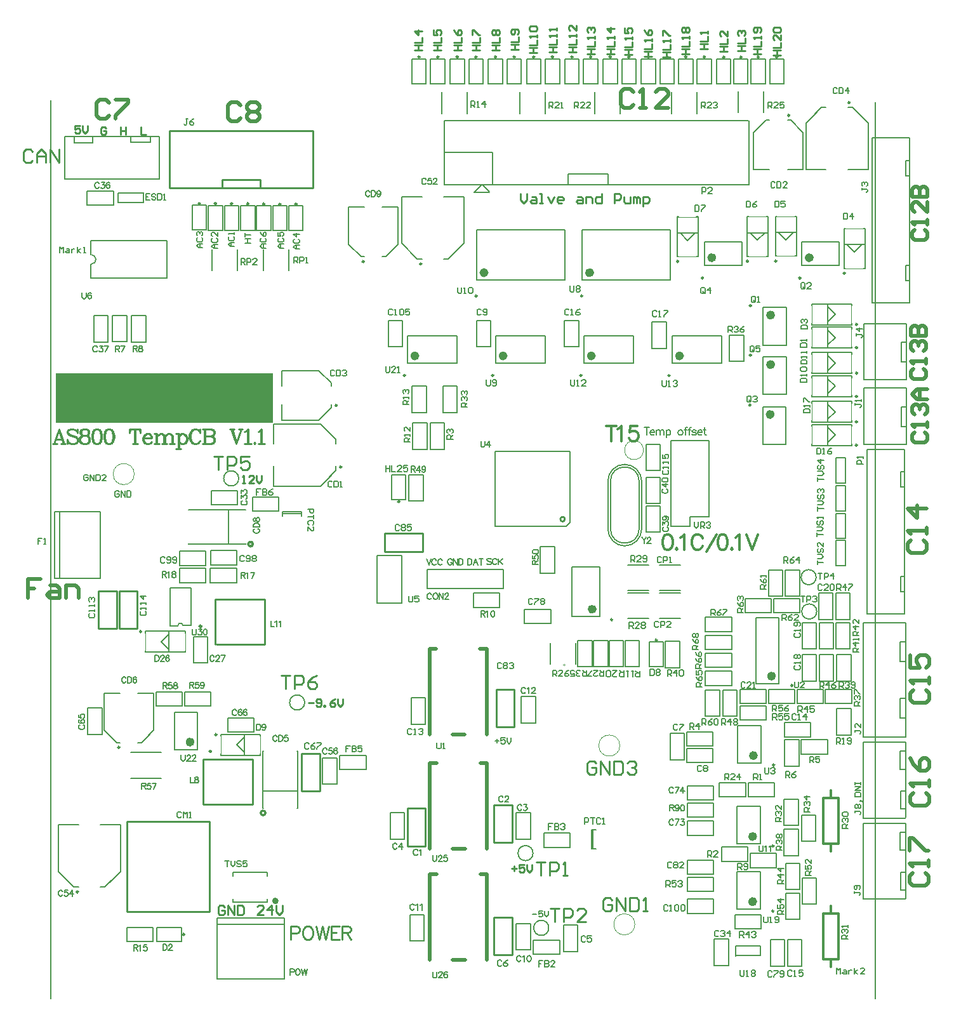
<source format=gto>
%FSLAX25Y25*%
%MOIN*%
G70*
G01*
G75*
%ADD10C,0.01000*%
%ADD11R,0.04134X0.05512*%
%ADD12R,0.05512X0.04134*%
%ADD13R,0.04724X0.03150*%
%ADD14O,0.04724X0.03150*%
%ADD15R,0.04724X0.01969*%
%ADD16R,0.04724X0.01181*%
%ADD17R,0.01969X0.04724*%
%ADD18R,0.01181X0.04724*%
%ADD19R,0.05512X0.03937*%
%ADD20R,0.06102X0.08661*%
%ADD21R,0.08661X0.06102*%
%ADD22R,0.06102X0.02362*%
%ADD23R,0.02362X0.06102*%
%ADD24R,0.08268X0.14764*%
%ADD25R,0.09843X0.09055*%
%ADD26R,0.06000X0.10000*%
%ADD27O,0.06102X0.02362*%
%ADD28R,0.14764X0.08268*%
%ADD29R,0.10236X0.09449*%
%ADD30R,0.08661X0.05906*%
%ADD31R,0.05000X0.01000*%
%ADD32R,0.01000X0.05000*%
%ADD33O,0.05000X0.01000*%
%ADD34R,0.12402X0.06299*%
%ADD35R,0.02362X0.07874*%
%ADD36R,0.07087X0.06000*%
%ADD37R,0.03937X0.05512*%
%ADD38R,0.06299X0.12402*%
%ADD39R,0.09449X0.10236*%
%ADD40R,0.06000X0.07087*%
%ADD41R,0.06500X0.04500*%
%ADD42R,0.06500X0.11800*%
%ADD43O,0.03150X0.11811*%
%ADD44R,0.03150X0.11811*%
%ADD45R,0.03150X0.04724*%
%ADD46O,0.03150X0.04724*%
%ADD47R,0.01772X0.05709*%
%ADD48R,0.05709X0.01772*%
%ADD49R,0.04921X0.13386*%
%ADD50R,0.06299X0.10630*%
%ADD51R,0.10630X0.06299*%
%ADD52C,0.02000*%
%ADD53C,0.01500*%
%ADD54C,0.03000*%
%ADD55C,0.04000*%
%ADD56C,0.06000*%
%ADD57C,0.02500*%
%ADD58C,0.01200*%
%ADD59C,0.08000*%
%ADD60C,0.05000*%
%ADD61R,0.06900X0.16600*%
%ADD62R,0.12500X0.03400*%
%ADD63R,0.19600X0.16800*%
%ADD64R,0.27900X0.19600*%
%ADD65R,0.44300X0.27600*%
%ADD66R,0.18898X0.09449*%
%ADD67R,0.18898X0.09055*%
%ADD68R,0.10221X0.52362*%
%ADD69R,0.20331X0.12598*%
%ADD70R,0.45592X0.09289*%
%ADD71R,0.25590X0.20079*%
%ADD72R,0.22441X0.20254*%
%ADD73R,0.32677X0.11024*%
%ADD74R,0.36614X0.28346*%
%ADD75R,0.18504X0.62205*%
%ADD76R,0.13780X0.22835*%
%ADD77R,0.24900X0.11417*%
%ADD78R,0.30800X0.16605*%
%ADD79R,0.37402X0.13386*%
%ADD80R,0.14014X0.14161*%
%ADD81R,0.44488X0.16838*%
%ADD82R,0.14173X0.04724*%
%ADD83R,0.15354X0.16535*%
%ADD84R,0.19291X0.16142*%
%ADD85R,0.38976X0.14892*%
%ADD86R,0.15354X0.14098*%
%ADD87R,0.22300X0.17000*%
%ADD88R,0.69700X0.22200*%
%ADD89R,0.22200X0.18100*%
%ADD90R,0.20700X0.43400*%
%ADD91R,0.16900X0.61900*%
%ADD92R,0.17600X0.11100*%
%ADD93R,0.60400X0.28600*%
%ADD94R,0.06300X0.33500*%
%ADD95R,0.51100X0.18500*%
%ADD96R,0.17300X0.16200*%
%ADD97R,0.64800X0.19500*%
%ADD98R,0.54300X0.17300*%
%ADD99R,0.44100X0.21000*%
%ADD100R,0.22200X0.50300*%
%ADD101R,0.21200X0.51400*%
%ADD102R,0.42500X0.16300*%
%ADD103R,0.12300X0.11000*%
%ADD104R,0.36434X0.18432*%
%ADD105R,0.18200X0.09300*%
%ADD106R,0.30400X0.13200*%
%ADD107R,0.49910X0.31300*%
%ADD108C,0.03937*%
%ADD109C,0.05118*%
%ADD110O,0.05000X0.05906*%
%ADD111C,0.06000*%
%ADD112R,0.27559X0.26772*%
%ADD113R,0.09449X0.14961*%
%ADD114C,0.05906*%
%ADD115R,0.05906X0.05906*%
%ADD116C,0.06299*%
%ADD117O,0.05906X0.05000*%
%ADD118C,0.11811*%
%ADD119C,0.12598*%
%ADD120C,0.05000*%
%ADD121C,0.04724*%
%ADD122R,0.04724X0.04724*%
%ADD123C,0.09843*%
%ADD124R,0.08661X0.08661*%
%ADD125C,0.06200*%
%ADD126O,0.07874X0.05000*%
%ADD127R,0.06299X0.06299*%
%ADD128C,0.03000*%
%ADD129C,0.04000*%
%ADD130R,0.60400X0.13100*%
%ADD131C,0.00787*%
%ADD132C,0.00984*%
%ADD133C,0.02362*%
%ADD134C,0.01772*%
%ADD135C,0.01181*%
%ADD136C,0.00394*%
%ADD137C,0.00600*%
%ADD138C,0.00700*%
%ADD139C,0.00500*%
%ADD140C,0.00004*%
%ADD141C,0.00827*%
%ADD142C,0.00800*%
%ADD143C,0.00591*%
%ADD144C,0.00591*%
%ADD145R,1.14340X0.26480*%
G54D10*
X287848Y253058D02*
G03*
X287848Y253058I-1204J0D01*
G01*
X155488Y427008D02*
Y457008D01*
X80054Y427008D02*
Y457008D01*
X155488D01*
X80054Y427008D02*
X155488D01*
X127871D02*
Y431308D01*
X107871D02*
X127871D01*
X107871Y427108D02*
Y431308D01*
X130334Y187325D02*
Y210947D01*
X104350Y187325D02*
Y210947D01*
X130334D01*
X104743Y187325D02*
X129940D01*
X149871Y130092D02*
X159124D01*
X149676Y110308D02*
Y130092D01*
X149871D02*
X159124D01*
Y112314D02*
Y130092D01*
X149930Y110308D02*
X159124D01*
Y112314D01*
X53776Y195608D02*
X63029D01*
X63224D02*
Y215392D01*
X53776Y195608D02*
X63029D01*
X53776D02*
Y213386D01*
Y215392D02*
X62970D01*
X53776Y213386D02*
Y215392D01*
X42976Y213386D02*
Y215392D01*
X52170D01*
X42976Y195608D02*
Y213386D01*
Y195608D02*
X52229D01*
X52424D02*
Y215392D01*
X42976Y195608D02*
X52229D01*
X193308Y236076D02*
X195314D01*
X193308D02*
Y245270D01*
X195314Y236076D02*
X213092D01*
Y245329D01*
X193308Y245524D02*
X213092D01*
Y236076D02*
Y245329D01*
X251794Y161627D02*
Y163633D01*
X260988D01*
X251794Y143850D02*
Y161627D01*
Y143850D02*
X261047D01*
X261243D02*
Y163633D01*
X251794Y143850D02*
X261047D01*
X250608Y24275D02*
X259861D01*
X260057D02*
Y44059D01*
X250608Y24275D02*
X259861D01*
X250608D02*
Y42053D01*
Y44059D02*
X259802D01*
X250608Y42053D02*
Y44059D01*
Y101039D02*
Y103045D01*
X259802D01*
X250608Y83262D02*
Y101039D01*
Y83262D02*
X259861D01*
X260057D02*
Y103045D01*
X250608Y83262D02*
X259861D01*
X205076Y99186D02*
Y101192D01*
X214270D01*
X205076Y81408D02*
Y99186D01*
Y81408D02*
X214329D01*
X214524D02*
Y101192D01*
X205076Y81408D02*
X214329D01*
X123892Y103416D02*
Y127038D01*
X97908Y103416D02*
Y127038D01*
X123892D01*
X98302Y103416D02*
X123498D01*
X57904Y47052D02*
Y94296D01*
Y47052D02*
X101211D01*
Y94296D01*
X57904D02*
X101211D01*
X349101Y497300D02*
X353100D01*
X351101D01*
Y499966D01*
X349101D01*
X353100D01*
X349101Y501299D02*
X353100D01*
Y503965D01*
Y505297D02*
Y506630D01*
Y505964D01*
X349101D01*
X349768Y505297D01*
Y508630D02*
X349101Y509296D01*
Y510629D01*
X349768Y511296D01*
X350434D01*
X351101Y510629D01*
X351767Y511296D01*
X352434D01*
X353100Y510629D01*
Y509296D01*
X352434Y508630D01*
X351767D01*
X351101Y509296D01*
X350434Y508630D01*
X349768D01*
X351101Y509296D02*
Y510629D01*
X339308Y495669D02*
X343307D01*
X341308D01*
Y498335D01*
X339308D01*
X343307D01*
X339308Y499668D02*
X343307D01*
Y502334D01*
Y503667D02*
Y505000D01*
Y504333D01*
X339308D01*
X339975Y503667D01*
X339308Y506999D02*
Y509665D01*
X339975D01*
X342641Y506999D01*
X343307D01*
X329466Y496063D02*
X333465D01*
X331465D01*
Y498729D01*
X329466D01*
X333465D01*
X329466Y500062D02*
X333465D01*
Y502728D01*
Y504060D02*
Y505393D01*
Y504727D01*
X329466D01*
X330132Y504060D01*
X329466Y510058D02*
X330132Y508726D01*
X331465Y507393D01*
X332798D01*
X333465Y508059D01*
Y509392D01*
X332798Y510058D01*
X332132D01*
X331465Y509392D01*
Y507393D01*
X319230Y496850D02*
X323228D01*
X321229D01*
Y499516D01*
X319230D01*
X323228D01*
X319230Y500849D02*
X323228D01*
Y503515D01*
Y504848D02*
Y506181D01*
Y505514D01*
X319230D01*
X319896Y504848D01*
X319230Y510846D02*
Y508180D01*
X321229D01*
X320563Y509513D01*
Y510179D01*
X321229Y510846D01*
X322562D01*
X323228Y510179D01*
Y508847D01*
X322562Y508180D01*
X309781Y497244D02*
X313779D01*
X311780D01*
Y499910D01*
X309781D01*
X313779D01*
X309781Y501243D02*
X313779D01*
Y503909D01*
Y505241D02*
Y506574D01*
Y505908D01*
X309781D01*
X310447Y505241D01*
X313779Y510573D02*
X309781D01*
X311780Y508574D01*
Y511240D01*
X299545Y497244D02*
X303543D01*
X301544D01*
Y499910D01*
X299545D01*
X303543D01*
X299545Y501243D02*
X303543D01*
Y503909D01*
Y505241D02*
Y506574D01*
Y505908D01*
X299545D01*
X300211Y505241D01*
Y508574D02*
X299545Y509240D01*
Y510573D01*
X300211Y511240D01*
X300877D01*
X301544Y510573D01*
Y509907D01*
Y510573D01*
X302210Y511240D01*
X302877D01*
X303543Y510573D01*
Y509240D01*
X302877Y508574D01*
X289702Y498425D02*
X293701D01*
X291701D01*
Y501091D01*
X289702D01*
X293701D01*
X289702Y502424D02*
X293701D01*
Y505090D01*
Y506423D02*
Y507756D01*
Y507089D01*
X289702D01*
X290369Y506423D01*
X293701Y512421D02*
Y509755D01*
X291035Y512421D01*
X290369D01*
X289702Y511754D01*
Y510421D01*
X290369Y509755D01*
X279466Y498425D02*
X283465D01*
X281465D01*
Y501091D01*
X279466D01*
X283465D01*
X279466Y502424D02*
X283465D01*
Y505090D01*
Y506423D02*
Y507756D01*
Y507089D01*
X279466D01*
X280132Y506423D01*
X283465Y509755D02*
Y511088D01*
Y510421D01*
X279466D01*
X280132Y509755D01*
X269230Y498032D02*
X273228D01*
X271229D01*
Y500697D01*
X269230D01*
X273228D01*
X269230Y502030D02*
X273228D01*
Y504696D01*
Y506029D02*
Y507362D01*
Y506695D01*
X269230D01*
X269896Y506029D01*
Y509361D02*
X269230Y510028D01*
Y511361D01*
X269896Y512027D01*
X272562D01*
X273228Y511361D01*
Y510028D01*
X272562Y509361D01*
X269896D01*
X259387Y499606D02*
X263386D01*
X261386D01*
Y502272D01*
X259387D01*
X263386D01*
X259387Y503605D02*
X263386D01*
Y506271D01*
X262719Y507604D02*
X263386Y508270D01*
Y509603D01*
X262719Y510269D01*
X260054D01*
X259387Y509603D01*
Y508270D01*
X260054Y507604D01*
X260720D01*
X261386Y508270D01*
Y510269D01*
X249545Y499213D02*
X253543D01*
X251544D01*
Y501878D01*
X249545D01*
X253543D01*
X249545Y503211D02*
X253543D01*
Y505877D01*
X250211Y507210D02*
X249545Y507876D01*
Y509209D01*
X250211Y509876D01*
X250877D01*
X251544Y509209D01*
X252210Y509876D01*
X252877D01*
X253543Y509209D01*
Y507876D01*
X252877Y507210D01*
X252210D01*
X251544Y507876D01*
X250877Y507210D01*
X250211D01*
X251544Y507876D02*
Y509209D01*
X239308Y499213D02*
X243307D01*
X241308D01*
Y501878D01*
X239308D01*
X243307D01*
X239308Y503211D02*
X243307D01*
Y505877D01*
X239308Y507210D02*
Y509876D01*
X239975D01*
X242641Y507210D01*
X243307D01*
X229466Y499213D02*
X233465D01*
X231465D01*
Y501878D01*
X229466D01*
X233465D01*
X229466Y503211D02*
X233465D01*
Y505877D01*
X229466Y509876D02*
X230132Y508543D01*
X231465Y507210D01*
X232798D01*
X233465Y507876D01*
Y509209D01*
X232798Y509876D01*
X232132D01*
X231465Y509209D01*
Y507210D01*
X218836Y499213D02*
X222835D01*
X220835D01*
Y501878D01*
X218836D01*
X222835D01*
X218836Y503211D02*
X222835D01*
Y505877D01*
X218836Y509876D02*
Y507210D01*
X220835D01*
X220169Y508543D01*
Y509209D01*
X220835Y509876D01*
X222168D01*
X222835Y509209D01*
Y507876D01*
X222168Y507210D01*
X208993Y499213D02*
X212992D01*
X210993D01*
Y501878D01*
X208993D01*
X212992D01*
X208993Y503211D02*
X212992D01*
Y505877D01*
Y509209D02*
X208993D01*
X210993Y507210D01*
Y509876D01*
X378426Y499106D02*
X382424D01*
X380425D01*
Y501772D01*
X378426D01*
X382424D01*
X378426Y503105D02*
X382424D01*
Y505770D01*
X379092Y507103D02*
X378426Y507770D01*
Y509103D01*
X379092Y509769D01*
X379759D01*
X380425Y509103D01*
Y508436D01*
Y509103D01*
X381092Y509769D01*
X381758D01*
X382424Y509103D01*
Y507770D01*
X381758Y507103D01*
X369201Y498800D02*
X373200D01*
X371201D01*
Y501466D01*
X369201D01*
X373200D01*
X369201Y502799D02*
X373200D01*
Y505465D01*
Y509463D02*
Y506797D01*
X370534Y509463D01*
X369868D01*
X369201Y508797D01*
Y507464D01*
X369868Y506797D01*
X358901Y500100D02*
X362900D01*
X360901D01*
Y502766D01*
X358901D01*
X362900D01*
X358901Y504099D02*
X362900D01*
Y506765D01*
Y508097D02*
Y509430D01*
Y508764D01*
X358901D01*
X359568Y508097D01*
X103500Y286098D02*
X108165D01*
X105833D01*
Y279100D01*
X110498D02*
Y286098D01*
X113997D01*
X115163Y284931D01*
Y282599D01*
X113997Y281433D01*
X110498D01*
X122161Y286098D02*
X117496D01*
Y282599D01*
X119828Y283765D01*
X120994D01*
X122161Y282599D01*
Y280266D01*
X120994Y279100D01*
X118662D01*
X117496Y280266D01*
X139000Y170998D02*
X143665D01*
X141333D01*
Y164000D01*
X145998D02*
Y170998D01*
X149497D01*
X150663Y169831D01*
Y167499D01*
X149497Y166333D01*
X145998D01*
X157661Y170998D02*
X155328Y169831D01*
X152996Y167499D01*
Y165166D01*
X154162Y164000D01*
X156494D01*
X157661Y165166D01*
Y166333D01*
X156494Y167499D01*
X152996D01*
X280100Y48801D02*
X284765D01*
X282433D01*
Y41803D01*
X287098D02*
Y48801D01*
X290597D01*
X291763Y47635D01*
Y45302D01*
X290597Y44136D01*
X287098D01*
X298761Y41803D02*
X294095D01*
X298761Y46468D01*
Y47635D01*
X297594Y48801D01*
X295262D01*
X294095Y47635D01*
X272700Y73098D02*
X277365D01*
X275033D01*
Y66100D01*
X279698D02*
Y73098D01*
X283197D01*
X284363Y71931D01*
Y69599D01*
X283197Y68433D01*
X279698D01*
X286696Y66100D02*
X289028D01*
X287862D01*
Y73098D01*
X286696Y71931D01*
X304265Y124931D02*
X303099Y126098D01*
X300766D01*
X299600Y124931D01*
Y120266D01*
X300766Y119100D01*
X303099D01*
X304265Y120266D01*
Y122599D01*
X301933D01*
X306598Y119100D02*
Y126098D01*
X311263Y119100D01*
Y126098D01*
X313596D02*
Y119100D01*
X317094D01*
X318261Y120266D01*
Y124931D01*
X317094Y126098D01*
X313596D01*
X320593Y124931D02*
X321760Y126098D01*
X324092D01*
X325258Y124931D01*
Y123765D01*
X324092Y122599D01*
X322926D01*
X324092D01*
X325258Y121433D01*
Y120266D01*
X324092Y119100D01*
X321760D01*
X320593Y120266D01*
X8286Y446078D02*
X7119Y447244D01*
X4787D01*
X3621Y446078D01*
Y441413D01*
X4787Y440246D01*
X7119D01*
X8286Y441413D01*
X10618Y440246D02*
Y444912D01*
X12951Y447244D01*
X15283Y444912D01*
Y440246D01*
Y443745D01*
X10618D01*
X17616Y440246D02*
Y447244D01*
X22281Y440246D01*
Y447244D01*
X312565Y53131D02*
X311399Y54298D01*
X309066D01*
X307900Y53131D01*
Y48466D01*
X309066Y47300D01*
X311399D01*
X312565Y48466D01*
Y50799D01*
X310233D01*
X314898Y47300D02*
Y54298D01*
X319563Y47300D01*
Y54298D01*
X321896D02*
Y47300D01*
X325394D01*
X326561Y48466D01*
Y53131D01*
X325394Y54298D01*
X321896D01*
X328893Y47300D02*
X331226D01*
X330060D01*
Y54298D01*
X328893Y53131D01*
X386896Y497244D02*
X390895D01*
X388895D01*
Y499910D01*
X386896D01*
X390895D01*
X386896Y501243D02*
X390895D01*
Y503909D01*
Y505241D02*
Y506574D01*
Y505908D01*
X386896D01*
X387562Y505241D01*
X390228Y508574D02*
X390895Y509240D01*
Y510573D01*
X390228Y511240D01*
X387562D01*
X386896Y510573D01*
Y509240D01*
X387562Y508574D01*
X388229D01*
X388895Y509240D01*
Y511240D01*
X397101Y496700D02*
X401100D01*
X399101D01*
Y499366D01*
X397101D01*
X401100D01*
X397101Y500699D02*
X401100D01*
Y503365D01*
Y507363D02*
Y504697D01*
X398434Y507363D01*
X397768D01*
X397101Y506697D01*
Y505364D01*
X397768Y504697D01*
Y508696D02*
X397101Y509363D01*
Y510696D01*
X397768Y511362D01*
X400434D01*
X401100Y510696D01*
Y509363D01*
X400434Y508696D01*
X397768D01*
X264642Y424098D02*
Y420766D01*
X266308Y419100D01*
X267974Y420766D01*
Y424098D01*
X270473Y422432D02*
X272139D01*
X272972Y421599D01*
Y419100D01*
X270473D01*
X269640Y419933D01*
X270473Y420766D01*
X272972D01*
X274639Y419100D02*
X276305D01*
X275471D01*
Y424098D01*
X274639D01*
X278804Y422432D02*
X280470Y419100D01*
X282136Y422432D01*
X286301Y419100D02*
X284635D01*
X283802Y419933D01*
Y421599D01*
X284635Y422432D01*
X286301D01*
X287135Y421599D01*
Y420766D01*
X283802D01*
X294632Y422432D02*
X296298D01*
X297131Y421599D01*
Y419100D01*
X294632D01*
X293799Y419933D01*
X294632Y420766D01*
X297131D01*
X298797Y419100D02*
Y422432D01*
X301296D01*
X302130Y421599D01*
Y419100D01*
X307128Y424098D02*
Y419100D01*
X304629D01*
X303796Y419933D01*
Y421599D01*
X304629Y422432D01*
X307128D01*
X313792Y419100D02*
Y424098D01*
X316292D01*
X317125Y423265D01*
Y421599D01*
X316292Y420766D01*
X313792D01*
X318791Y422432D02*
Y419933D01*
X319624Y419100D01*
X322123D01*
Y422432D01*
X323789Y419100D02*
Y422432D01*
X324622D01*
X325455Y421599D01*
Y419100D01*
Y421599D01*
X326288Y422432D01*
X327121Y421599D01*
Y419100D01*
X328788Y417434D02*
Y422432D01*
X331287D01*
X332120Y421599D01*
Y419933D01*
X331287Y419100D01*
X328788D01*
X144000Y35733D02*
X146999D01*
X147999Y36066D01*
X148332Y36399D01*
X148666Y37066D01*
Y38065D01*
X148332Y38732D01*
X147999Y39065D01*
X146999Y39399D01*
X144000D01*
Y32400D01*
X152232Y39399D02*
X151565Y39065D01*
X150899Y38399D01*
X150565Y37732D01*
X150232Y36732D01*
Y35066D01*
X150565Y34066D01*
X150899Y33400D01*
X151565Y32733D01*
X152232Y32400D01*
X153565D01*
X154231Y32733D01*
X154898Y33400D01*
X155231Y34066D01*
X155564Y35066D01*
Y36732D01*
X155231Y37732D01*
X154898Y38399D01*
X154231Y39065D01*
X153565Y39399D01*
X152232D01*
X157197D02*
X158863Y32400D01*
X160530Y39399D02*
X158863Y32400D01*
X160530Y39399D02*
X162196Y32400D01*
X163862Y39399D02*
X162196Y32400D01*
X169595Y39399D02*
X165262D01*
Y32400D01*
X169595D01*
X165262Y36066D02*
X167928D01*
X170761Y39399D02*
Y32400D01*
Y39399D02*
X173760D01*
X174760Y39065D01*
X175093Y38732D01*
X175427Y38065D01*
Y37399D01*
X175093Y36732D01*
X174760Y36399D01*
X173760Y36066D01*
X170761D01*
X173094D02*
X175427Y32400D01*
X22174Y300472D02*
X19550Y292600D01*
X22174Y300472D02*
X24798Y292600D01*
X22174Y299348D02*
X24423Y292600D01*
X20300Y294849D02*
X23673D01*
X18800Y292600D02*
X21049D01*
X23299D02*
X25548D01*
X31433Y299348D02*
X31808Y300472D01*
Y298223D01*
X31433Y299348D01*
X30683Y300097D01*
X29559Y300472D01*
X28434D01*
X27310Y300097D01*
X26560Y299348D01*
Y298598D01*
X26935Y297848D01*
X27310Y297473D01*
X28059Y297098D01*
X30309Y296349D01*
X31058Y295974D01*
X31808Y295224D01*
X26560Y298598D02*
X27310Y297848D01*
X28059Y297473D01*
X30309Y296724D01*
X31058Y296349D01*
X31433Y295974D01*
X31808Y295224D01*
Y293725D01*
X31058Y292975D01*
X29934Y292600D01*
X28809D01*
X27685Y292975D01*
X26935Y293725D01*
X26560Y294849D01*
Y292600D01*
X26935Y293725D01*
X34845Y300472D02*
X33720Y300097D01*
X33345Y299348D01*
Y298223D01*
X33720Y297473D01*
X34845Y297098D01*
X36344D01*
X37469Y297473D01*
X37843Y298223D01*
Y299348D01*
X37469Y300097D01*
X36344Y300472D01*
X34845D01*
X34095Y300097D01*
X33720Y299348D01*
Y298223D01*
X34095Y297473D01*
X34845Y297098D01*
X36344D02*
X37094Y297473D01*
X37469Y298223D01*
Y299348D01*
X37094Y300097D01*
X36344Y300472D01*
X34845Y297098D02*
X33720Y296724D01*
X33345Y296349D01*
X32970Y295599D01*
Y294099D01*
X33345Y293350D01*
X33720Y292975D01*
X34845Y292600D01*
X36344D01*
X37469Y292975D01*
X37843Y293350D01*
X38218Y294099D01*
Y295599D01*
X37843Y296349D01*
X37469Y296724D01*
X36344Y297098D01*
X34845D02*
X34095Y296724D01*
X33720Y296349D01*
X33345Y295599D01*
Y294099D01*
X33720Y293350D01*
X34095Y292975D01*
X34845Y292600D01*
X36344D02*
X37094Y292975D01*
X37469Y293350D01*
X37843Y294099D01*
Y295599D01*
X37469Y296349D01*
X37094Y296724D01*
X36344Y297098D01*
X41630Y300472D02*
X40505Y300097D01*
X39755Y298973D01*
X39380Y297098D01*
Y295974D01*
X39755Y294099D01*
X40505Y292975D01*
X41630Y292600D01*
X42380D01*
X43504Y292975D01*
X44254Y294099D01*
X44629Y295974D01*
Y297098D01*
X44254Y298973D01*
X43504Y300097D01*
X42380Y300472D01*
X41630D01*
X40880Y300097D01*
X40505Y299723D01*
X40130Y298973D01*
X39755Y297098D01*
Y295974D01*
X40130Y294099D01*
X40505Y293350D01*
X40880Y292975D01*
X41630Y292600D01*
X42380D02*
X43129Y292975D01*
X43504Y293350D01*
X43879Y294099D01*
X44254Y295974D01*
Y297098D01*
X43879Y298973D01*
X43504Y299723D01*
X43129Y300097D01*
X42380Y300472D01*
X48040D02*
X46916Y300097D01*
X46166Y298973D01*
X45791Y297098D01*
Y295974D01*
X46166Y294099D01*
X46916Y292975D01*
X48040Y292600D01*
X48790D01*
X49915Y292975D01*
X50664Y294099D01*
X51039Y295974D01*
Y297098D01*
X50664Y298973D01*
X49915Y300097D01*
X48790Y300472D01*
X48040D01*
X47290Y300097D01*
X46916Y299723D01*
X46541Y298973D01*
X46166Y297098D01*
Y295974D01*
X46541Y294099D01*
X46916Y293350D01*
X47290Y292975D01*
X48040Y292600D01*
X48790D02*
X49540Y292975D01*
X49915Y293350D01*
X50289Y294099D01*
X50664Y295974D01*
Y297098D01*
X50289Y298973D01*
X49915Y299723D01*
X49540Y300097D01*
X48790Y300472D01*
X61910D02*
Y292600D01*
X62285Y300472D02*
Y292600D01*
X59661Y300472D02*
X59286Y298223D01*
Y300472D01*
X64909D01*
Y298223D01*
X64534Y300472D01*
X60786Y292600D02*
X63410D01*
X66409Y295599D02*
X70907D01*
Y296349D01*
X70533Y297098D01*
X70158Y297473D01*
X69408Y297848D01*
X68283D01*
X67159Y297473D01*
X66409Y296724D01*
X66034Y295599D01*
Y294849D01*
X66409Y293725D01*
X67159Y292975D01*
X68283Y292600D01*
X69033D01*
X70158Y292975D01*
X70907Y293725D01*
X70533Y295599D02*
Y296724D01*
X70158Y297473D01*
X68283Y297848D02*
X67533Y297473D01*
X66784Y296724D01*
X66409Y295599D01*
Y294849D01*
X66784Y293725D01*
X67533Y292975D01*
X68283Y292600D01*
X73232Y297848D02*
Y292600D01*
X73606Y297848D02*
Y292600D01*
Y296724D02*
X74356Y297473D01*
X75481Y297848D01*
X76231D01*
X77355Y297473D01*
X77730Y296724D01*
Y292600D01*
X76231Y297848D02*
X76980Y297473D01*
X77355Y296724D01*
Y292600D01*
X77730Y296724D02*
X78480Y297473D01*
X79604Y297848D01*
X80354D01*
X81479Y297473D01*
X81854Y296724D01*
Y292600D01*
X80354Y297848D02*
X81104Y297473D01*
X81479Y296724D01*
Y292600D01*
X72107Y297848D02*
X73606D01*
X72107Y292600D02*
X74731D01*
X76231D02*
X78855D01*
X80354D02*
X82978D01*
X84703Y297848D02*
Y289976D01*
X85078Y297848D02*
Y289976D01*
Y296724D02*
X85827Y297473D01*
X86577Y297848D01*
X87327D01*
X88451Y297473D01*
X89201Y296724D01*
X89576Y295599D01*
Y294849D01*
X89201Y293725D01*
X88451Y292975D01*
X87327Y292600D01*
X86577D01*
X85827Y292975D01*
X85078Y293725D01*
X87327Y297848D02*
X88077Y297473D01*
X88826Y296724D01*
X89201Y295599D01*
Y294849D01*
X88826Y293725D01*
X88077Y292975D01*
X87327Y292600D01*
X83578Y297848D02*
X85078D01*
X83578Y289976D02*
X86202D01*
X95911Y299348D02*
X96286Y298223D01*
Y300472D01*
X95911Y299348D01*
X95162Y300097D01*
X94037Y300472D01*
X93287D01*
X92163Y300097D01*
X91413Y299348D01*
X91038Y298598D01*
X90663Y297473D01*
Y295599D01*
X91038Y294474D01*
X91413Y293725D01*
X92163Y292975D01*
X93287Y292600D01*
X94037D01*
X95162Y292975D01*
X95911Y293725D01*
X96286Y294474D01*
X93287Y300472D02*
X92537Y300097D01*
X91788Y299348D01*
X91413Y298598D01*
X91038Y297473D01*
Y295599D01*
X91413Y294474D01*
X91788Y293725D01*
X92537Y292975D01*
X93287Y292600D01*
X98536Y300472D02*
Y292600D01*
X98910Y300472D02*
Y292600D01*
X97411Y300472D02*
X101909D01*
X103034Y300097D01*
X103409Y299723D01*
X103784Y298973D01*
Y298223D01*
X103409Y297473D01*
X103034Y297098D01*
X101909Y296724D01*
Y300472D02*
X102659Y300097D01*
X103034Y299723D01*
X103409Y298973D01*
Y298223D01*
X103034Y297473D01*
X102659Y297098D01*
X101909Y296724D01*
X98910D02*
X101909D01*
X103034Y296349D01*
X103409Y295974D01*
X103784Y295224D01*
Y294099D01*
X103409Y293350D01*
X103034Y292975D01*
X101909Y292600D01*
X97411D01*
X101909Y296724D02*
X102659Y296349D01*
X103034Y295974D01*
X103409Y295224D01*
Y294099D01*
X103034Y293350D01*
X102659Y292975D01*
X101909Y292600D01*
X112668Y300472D02*
X115292Y292600D01*
X113043Y300472D02*
X115292Y293725D01*
X117916Y300472D02*
X115292Y292600D01*
X111918Y300472D02*
X114168D01*
X116417D02*
X118666D01*
X119678Y298973D02*
X120428Y299348D01*
X121553Y300472D01*
Y292600D01*
X121178Y300097D02*
Y292600D01*
X119678D02*
X123052D01*
X124777Y293350D02*
X124402Y292975D01*
X124777Y292600D01*
X125152Y292975D01*
X124777Y293350D01*
X126763Y298973D02*
X127513Y299348D01*
X128638Y300472D01*
Y292600D01*
X128263Y300097D02*
Y292600D01*
X126763D02*
X130137D01*
X33074Y459511D02*
X30408D01*
Y457511D01*
X31741Y458178D01*
X32408D01*
X33074Y457511D01*
Y456178D01*
X32408Y455512D01*
X31075D01*
X30408Y456178D01*
X34407Y459511D02*
Y456845D01*
X35740Y455512D01*
X37073Y456845D01*
Y459511D01*
X46736Y458450D02*
X46070Y459117D01*
X44737D01*
X44070Y458450D01*
Y455785D01*
X44737Y455118D01*
X46070D01*
X46736Y455785D01*
Y457118D01*
X45403D01*
X54408Y459117D02*
Y455118D01*
Y457118D01*
X57074D01*
Y459117D01*
Y455118D01*
X65330Y459117D02*
Y455118D01*
X67996D01*
X109032Y49465D02*
X108199Y50298D01*
X106533D01*
X105700Y49465D01*
Y46133D01*
X106533Y45300D01*
X108199D01*
X109032Y46133D01*
Y47799D01*
X107366D01*
X110698Y45300D02*
Y50298D01*
X114031Y45300D01*
Y50298D01*
X115697D02*
Y45300D01*
X118196D01*
X119029Y46133D01*
Y49465D01*
X118196Y50298D01*
X115697D01*
X259900Y69799D02*
X262566D01*
X261233Y71132D02*
Y68466D01*
X266564Y71799D02*
X263899D01*
Y69799D01*
X265232Y70466D01*
X265898D01*
X266564Y69799D01*
Y68466D01*
X265898Y67800D01*
X264565D01*
X263899Y68466D01*
X267897Y71799D02*
Y69133D01*
X269230Y67800D01*
X270563Y69133D01*
Y71799D01*
X153100Y156499D02*
X155766D01*
X157099Y155166D02*
X157765Y154500D01*
X159098D01*
X159765Y155166D01*
Y157832D01*
X159098Y158499D01*
X157765D01*
X157099Y157832D01*
Y157166D01*
X157765Y156499D01*
X159765D01*
X161097Y154500D02*
Y155166D01*
X161764D01*
Y154500D01*
X161097D01*
X167095Y158499D02*
X165763Y157832D01*
X164430Y156499D01*
Y155166D01*
X165096Y154500D01*
X166429D01*
X167095Y155166D01*
Y155833D01*
X166429Y156499D01*
X164430D01*
X168428Y158499D02*
Y155833D01*
X169761Y154500D01*
X171094Y155833D01*
Y158499D01*
X118400Y272100D02*
X119733D01*
X119067D01*
Y276099D01*
X118400Y275432D01*
X124398Y272100D02*
X121732D01*
X124398Y274766D01*
Y275432D01*
X123732Y276099D01*
X122399D01*
X121732Y275432D01*
X125731Y276099D02*
Y273433D01*
X127064Y272100D01*
X128397Y273433D01*
Y276099D01*
X129632Y45400D02*
X126300D01*
X129632Y48732D01*
Y49565D01*
X128799Y50398D01*
X127133D01*
X126300Y49565D01*
X133798Y45400D02*
Y50398D01*
X131298Y47899D01*
X134631D01*
X136297Y50398D02*
Y47066D01*
X137963Y45400D01*
X139629Y47066D01*
Y50398D01*
G54D52*
X216852Y139985D02*
Y184985D01*
X220353D01*
X243353D02*
X246852D01*
Y139985D02*
Y184985D01*
X228853Y139985D02*
X235352D01*
X228955Y79903D02*
X235455D01*
X246955D02*
Y124903D01*
X243455D02*
X246955D01*
X216955D02*
X220455D01*
X216955Y79903D02*
Y124903D01*
X216858Y21602D02*
Y66602D01*
X220358D01*
X243358D02*
X246858D01*
Y21602D02*
Y66602D01*
X228858Y21602D02*
X235358D01*
X471682Y404938D02*
X470349Y403605D01*
Y400939D01*
X471682Y399606D01*
X477014D01*
X478346Y400939D01*
Y403605D01*
X477014Y404938D01*
X478346Y407604D02*
Y410269D01*
Y408937D01*
X470349D01*
X471682Y407604D01*
X478346Y419600D02*
Y414268D01*
X473015Y419600D01*
X471682D01*
X470349Y418267D01*
Y415601D01*
X471682Y414268D01*
X470349Y422266D02*
X478346D01*
Y426264D01*
X477014Y427597D01*
X475681D01*
X474348Y426264D01*
Y422266D01*
Y426264D01*
X473015Y427597D01*
X471682D01*
X470349Y426264D01*
Y422266D01*
X471682Y298639D02*
X470349Y297306D01*
Y294640D01*
X471682Y293307D01*
X477014D01*
X478346Y294640D01*
Y297306D01*
X477014Y298639D01*
X478346Y301305D02*
Y303970D01*
Y302637D01*
X470349D01*
X471682Y301305D01*
Y307969D02*
X470349Y309302D01*
Y311968D01*
X471682Y313301D01*
X473015D01*
X474348Y311968D01*
Y310635D01*
Y311968D01*
X475681Y313301D01*
X477014D01*
X478346Y311968D01*
Y309302D01*
X477014Y307969D01*
X478346Y315966D02*
X473015D01*
X470349Y318632D01*
X473015Y321298D01*
X478346D01*
X474348D01*
Y315966D01*
X469582Y241965D02*
X467916Y240298D01*
Y236966D01*
X469582Y235300D01*
X476246D01*
X477913Y236966D01*
Y240298D01*
X476246Y241965D01*
X477913Y245297D02*
Y248629D01*
Y246963D01*
X467916D01*
X469582Y245297D01*
X477913Y258626D02*
X467916D01*
X472914Y253627D01*
Y260292D01*
X470969Y163365D02*
X469303Y161698D01*
Y158366D01*
X470969Y156700D01*
X477634D01*
X479300Y158366D01*
Y161698D01*
X477634Y163365D01*
X479300Y166697D02*
Y170029D01*
Y168363D01*
X469303D01*
X470969Y166697D01*
X469303Y181692D02*
Y175027D01*
X474302D01*
X472636Y178360D01*
Y180026D01*
X474302Y181692D01*
X477634D01*
X479300Y180026D01*
Y176693D01*
X477634Y175027D01*
X48373Y471716D02*
X46707Y473383D01*
X43374D01*
X41708Y471716D01*
Y465052D01*
X43374Y463386D01*
X46707D01*
X48373Y465052D01*
X51705Y473383D02*
X58369D01*
Y471716D01*
X51705Y465052D01*
Y463386D01*
X323987Y477228D02*
X322321Y478894D01*
X318989D01*
X317323Y477228D01*
Y470564D01*
X318989Y468898D01*
X322321D01*
X323987Y470564D01*
X327320Y468898D02*
X330652D01*
X328986D01*
Y478894D01*
X327320Y477228D01*
X342315Y468898D02*
X335650D01*
X342315Y475562D01*
Y477228D01*
X340649Y478894D01*
X337316D01*
X335650Y477228D01*
X470894Y332103D02*
X469562Y330770D01*
Y328105D01*
X470894Y326772D01*
X476226D01*
X477559Y328105D01*
Y330770D01*
X476226Y332103D01*
X477559Y334769D02*
Y337435D01*
Y336102D01*
X469562D01*
X470894Y334769D01*
Y341434D02*
X469562Y342766D01*
Y345432D01*
X470894Y346765D01*
X472227D01*
X473560Y345432D01*
Y344099D01*
Y345432D01*
X474893Y346765D01*
X476226D01*
X477559Y345432D01*
Y342766D01*
X476226Y341434D01*
X469562Y349431D02*
X477559D01*
Y353430D01*
X476226Y354763D01*
X474893D01*
X473560Y353430D01*
Y349431D01*
Y353430D01*
X472227Y354763D01*
X470894D01*
X469562Y353430D01*
Y349431D01*
X470969Y109364D02*
X469303Y107698D01*
Y104366D01*
X470969Y102700D01*
X477634D01*
X479300Y104366D01*
Y107698D01*
X477634Y109364D01*
X479300Y112697D02*
Y116029D01*
Y114363D01*
X469303D01*
X470969Y112697D01*
X469303Y127692D02*
X470969Y124360D01*
X474302Y121027D01*
X477634D01*
X479300Y122694D01*
Y126026D01*
X477634Y127692D01*
X475968D01*
X474302Y126026D01*
Y121027D01*
X470469Y67465D02*
X468803Y65798D01*
Y62466D01*
X470469Y60800D01*
X477134D01*
X478800Y62466D01*
Y65798D01*
X477134Y67465D01*
X478800Y70797D02*
Y74129D01*
Y72463D01*
X468803D01*
X470469Y70797D01*
X468803Y79127D02*
Y85792D01*
X470469D01*
X477134Y79127D01*
X478800D01*
X117464Y470331D02*
X115798Y471997D01*
X112466D01*
X110800Y470331D01*
Y463666D01*
X112466Y462000D01*
X115798D01*
X117464Y463666D01*
X120797Y470331D02*
X122463Y471997D01*
X125795D01*
X127461Y470331D01*
Y468665D01*
X125795Y466998D01*
X127461Y465332D01*
Y463666D01*
X125795Y462000D01*
X122463D01*
X120797Y463666D01*
Y465332D01*
X122463Y466998D01*
X120797Y468665D01*
Y470331D01*
X122463Y466998D02*
X125795D01*
X12570Y221808D02*
X5906D01*
Y216809D01*
X9238D01*
X5906D01*
Y211811D01*
X17568Y218476D02*
X20901D01*
X22567Y216809D01*
Y211811D01*
X17568D01*
X15902Y213477D01*
X17568Y215143D01*
X22567D01*
X25899Y211811D02*
Y218476D01*
X30897D01*
X32564Y216809D01*
Y211811D01*
G54D58*
X423600Y106800D02*
X431600D01*
Y82800D02*
Y106800D01*
X423600Y82800D02*
X431600D01*
X423600D02*
Y106800D01*
X427600D02*
Y110800D01*
Y78800D02*
Y82800D01*
X423400Y22000D02*
X431400D01*
X423400D02*
Y46000D01*
X431400D01*
Y22000D02*
Y46000D01*
X427400Y18000D02*
Y22000D01*
Y46000D02*
Y50000D01*
G54D131*
X420094Y204588D02*
G03*
X420094Y204588I-3937J0D01*
G01*
X87170Y197255D02*
G03*
X84670Y197255I-1250J0D01*
G01*
X116549Y274459D02*
G03*
X116549Y274459I-3937J0D01*
G01*
X151169Y156798D02*
G03*
X151169Y156798I-3937J0D01*
G01*
X279360Y38457D02*
G03*
X279360Y38457I-3937J0D01*
G01*
X271092Y77705D02*
G03*
X271092Y77705I-3937J0D01*
G01*
X39019Y386953D02*
G03*
X39019Y391953I0J2500D01*
G01*
X419796Y222588D02*
G03*
X419796Y222588I-3937J0D01*
G01*
X337488Y215550D02*
X348512D01*
X337488Y228935D02*
X348512D01*
X280259Y176868D02*
Y187892D01*
X293645Y176868D02*
Y187892D01*
X346788Y390967D02*
X347674D01*
X346788D02*
Y411833D01*
X347674D01*
X356926Y390967D02*
X357812D01*
Y411833D01*
X356926D02*
X357812D01*
X466929Y386221D02*
X468898D01*
X466929Y378346D02*
Y386221D01*
Y378346D02*
X468898D01*
X466929Y433465D02*
X468898D01*
X466929D02*
Y441339D01*
X468898Y366535D02*
Y453150D01*
X449213Y366535D02*
Y453150D01*
Y366535D02*
X468898D01*
X466929Y441339D02*
X468898D01*
X417520Y327461D02*
Y328346D01*
X438386D01*
Y327461D02*
Y328346D01*
X417520Y317323D02*
Y318209D01*
Y317323D02*
X438386D01*
Y318209D01*
X417520Y339665D02*
Y340551D01*
X438386D01*
Y339665D02*
Y340551D01*
X417520Y329528D02*
Y330413D01*
Y329528D02*
X438386D01*
Y330413D01*
X391929Y318484D02*
X404134D01*
Y338169D01*
X391929D02*
X404134D01*
X391929Y318484D02*
Y338169D01*
X361043Y386417D02*
X380728D01*
X361043D02*
Y398622D01*
X380728D01*
Y386417D02*
Y398622D01*
X412224Y386417D02*
X431910D01*
X412224D02*
Y398622D01*
X431910D01*
Y386417D02*
Y398622D01*
X398388Y391167D02*
X399274D01*
X398388D02*
Y412033D01*
X399274D01*
X408526Y391167D02*
X409412D01*
Y412033D01*
X408526D02*
X409412D01*
X434388Y384767D02*
X435274D01*
X434388D02*
Y405633D01*
X435274D01*
X444526Y384767D02*
X445412D01*
Y405633D01*
X444526D02*
X445412D01*
X383488Y391067D02*
X384374D01*
X383488D02*
Y411933D01*
X384374D01*
X393626Y391067D02*
X394512D01*
Y411933D01*
X393626D02*
X394512D01*
X436409Y469239D02*
X438869D01*
X447039Y461069D01*
Y436561D02*
Y461069D01*
X436409Y436561D02*
X447039D01*
X422531Y469239D02*
X424991D01*
X414361Y461069D02*
X422531Y469239D01*
X414361Y436561D02*
Y461069D01*
Y436561D02*
X424991D01*
X391929Y344468D02*
Y364154D01*
X404134D01*
Y344468D02*
Y364154D01*
X391929Y344468D02*
X404134D01*
X438386Y355118D02*
Y356004D01*
X417520Y355118D02*
X438386D01*
X417520D02*
Y356004D01*
X438386Y365256D02*
Y366142D01*
X417520D02*
X438386D01*
X417520Y365256D02*
Y366142D01*
X438386Y342913D02*
Y343799D01*
X417520Y342913D02*
X438386D01*
X417520D02*
Y343799D01*
X438386Y353051D02*
Y353937D01*
X417520D02*
X438386D01*
X417520Y353051D02*
Y353937D01*
X438386Y303937D02*
Y304823D01*
X417520Y303937D02*
X438386D01*
X417520D02*
Y304823D01*
X438386Y314075D02*
Y314961D01*
X417520D02*
X438386D01*
X417520Y314075D02*
Y314961D01*
X378740Y466536D02*
Y477559D01*
X392126Y466536D02*
Y477559D01*
X320891Y215550D02*
X331915D01*
X320891Y228935D02*
X331915D01*
X320888Y200907D02*
X331912D01*
X320888Y214293D02*
X331912D01*
X223228Y466142D02*
Y477165D01*
X236614Y466142D02*
Y477165D01*
X264173Y466142D02*
Y477165D01*
X277559Y466142D02*
Y477165D01*
X131555Y51826D02*
Y53794D01*
Y65605D02*
Y67574D01*
X113445Y51826D02*
Y53794D01*
Y65605D02*
Y67574D01*
Y51826D02*
X131555D01*
X113445Y67574D02*
X131555D01*
X357087Y466142D02*
Y477165D01*
X343701Y466142D02*
Y477165D01*
X316929Y466142D02*
Y477165D01*
X303543Y466142D02*
Y477165D01*
X378551Y144679D02*
X390756D01*
X378551Y124995D02*
Y144679D01*
Y124995D02*
X390756D01*
Y144679D01*
X87170Y197255D02*
X91363D01*
X80477Y197117D02*
X84670D01*
X80477D02*
Y217117D01*
X91363D01*
Y197255D02*
Y216940D01*
X167539Y278631D02*
Y281091D01*
X159369Y270461D02*
X167539Y278631D01*
X134861Y270461D02*
X159369D01*
X134861D02*
Y281091D01*
X167539Y292509D02*
Y294969D01*
X159369Y303139D02*
X167539Y294969D01*
X134861Y303139D02*
X159369D01*
X134861Y292509D02*
Y303139D01*
X90257Y239964D02*
Y240160D01*
Y257877D02*
Y258074D01*
X120178D01*
X90257Y239964D02*
X120178D01*
Y257877D02*
Y258074D01*
Y239964D02*
Y240160D01*
X111123Y239964D02*
Y258074D01*
X215656Y216567D02*
Y226567D01*
X255656D01*
X215656Y216567D02*
X255656D01*
Y226567D01*
X67539Y193329D02*
Y194215D01*
X88405D01*
Y193329D02*
Y194215D01*
X67539Y183191D02*
Y184077D01*
Y183191D02*
X88405D01*
Y184077D01*
X139108Y322824D02*
Y331092D01*
X158596D01*
X165092Y324596D01*
Y322824D02*
Y324596D01*
X139108Y305108D02*
Y313376D01*
Y305108D02*
X158596D01*
X165092Y311604D01*
Y313376D01*
X343307Y378543D02*
Y404921D01*
X296850D02*
X343307D01*
X296850Y378543D02*
Y404921D01*
Y378543D02*
X343307D01*
X390368Y48284D02*
Y67969D01*
X378163Y48284D02*
X390368D01*
X378163D02*
Y67969D01*
X390368D01*
X450787Y1181D02*
Y472047D01*
X17717Y1181D02*
Y472835D01*
X82729Y151786D02*
X94934D01*
X82729Y132101D02*
Y151786D01*
Y132101D02*
X94934D01*
Y151786D01*
X391694Y292319D02*
Y312004D01*
X403899D01*
Y292319D02*
Y312004D01*
X391694Y292319D02*
X403899D01*
X127933Y129088D02*
Y129974D01*
X107067Y129088D02*
X127933D01*
X107067D02*
Y129974D01*
X127933Y139226D02*
Y140112D01*
X107067D02*
X127933D01*
X107067Y139226D02*
Y140112D01*
X180704Y390908D02*
X182476D01*
X174208Y397404D02*
X180704Y390908D01*
X174208Y397404D02*
Y416892D01*
X182476D01*
X191924Y390908D02*
X193696D01*
X200192Y397404D01*
Y416892D01*
X191924D02*
X200192D01*
X63624Y161792D02*
X71892D01*
Y142304D02*
Y161792D01*
X65396Y135808D02*
X71892Y142304D01*
X63624Y135808D02*
X65396D01*
X45908Y161792D02*
X54176D01*
X45908Y142304D02*
Y161792D01*
Y142304D02*
X52404Y135808D01*
X54176D01*
X129345Y110394D02*
X147455D01*
X129345Y101339D02*
X129542D01*
X147258D02*
X147455D01*
X129345D02*
Y131261D01*
X147455Y101339D02*
Y131261D01*
X147258D02*
X147455D01*
X129345D02*
X129542D01*
X29931Y59961D02*
X32391D01*
X21761Y68131D02*
X29931Y59961D01*
X21761Y68131D02*
Y92639D01*
X32391D01*
X43809Y59961D02*
X46269D01*
X54439Y68131D01*
Y92639D01*
X43809D02*
X54439D01*
X210231Y389661D02*
X212691D01*
X202061Y397831D02*
X210231Y389661D01*
X202061Y397831D02*
Y422339D01*
X212691D01*
X224109Y389661D02*
X226569D01*
X234739Y397831D01*
Y422339D01*
X224109D02*
X234739D01*
X387008Y436508D02*
X395276D01*
X387008D02*
Y455996D01*
X393504Y462492D01*
X395276D01*
X404724Y436508D02*
X412992D01*
Y455996D01*
X406496Y462492D02*
X412992Y455996D01*
X404724Y462492D02*
X406496D01*
X39019Y379749D02*
X79019D01*
Y399158D01*
X39019D02*
X79019D01*
X39019Y391953D02*
Y399158D01*
Y379749D02*
Y386953D01*
X438386Y291732D02*
Y292618D01*
X417520Y291732D02*
X438386D01*
X417520D02*
Y292618D01*
X438386Y301870D02*
Y302756D01*
X417520D02*
X438386D01*
X417520Y301870D02*
Y302756D01*
X378163Y102186D02*
X390368D01*
X378163Y82501D02*
Y102186D01*
Y82501D02*
X390368D01*
Y102186D01*
X205118Y334842D02*
X231102D01*
X205118D02*
Y349410D01*
X231102D01*
Y334842D02*
Y349410D01*
X343543Y294173D02*
X363543D01*
X343543Y249173D02*
Y294173D01*
Y249173D02*
X353543D01*
Y254173D01*
X363543D01*
Y294173D01*
X241413Y378543D02*
X287870D01*
X241413D02*
Y404921D01*
X287870D01*
Y378543D02*
Y404921D01*
X306102Y201870D02*
Y227854D01*
X291535Y201870D02*
X306102D01*
X291535D02*
Y227854D01*
X306102D01*
X370079Y334842D02*
Y349410D01*
X344094D02*
X370079D01*
X344094Y334842D02*
Y349410D01*
Y334842D02*
X370079D01*
X323753D02*
Y349410D01*
X297769D02*
X323753D01*
X297769Y334842D02*
Y349410D01*
Y334842D02*
X323753D01*
X277428D02*
Y349410D01*
X251444D02*
X277428D01*
X251444Y334842D02*
Y349410D01*
Y334842D02*
X277428D01*
X59729Y117107D02*
X75871D01*
X59729Y130493D02*
X75871D01*
X224410Y428740D02*
X384252D01*
X224410Y462362D02*
X384252D01*
X224410Y428740D02*
Y462362D01*
X384567Y428740D02*
Y462362D01*
X388048Y201369D02*
X400253D01*
X388048Y166723D02*
Y201369D01*
Y166723D02*
X400253D01*
Y201369D01*
X464173Y277953D02*
X466142D01*
X446457Y203150D02*
X466142D01*
X446457D02*
Y289764D01*
X466142Y203150D02*
Y289764D01*
X464173Y270079D02*
Y277953D01*
Y270079D02*
X466142D01*
X464173Y214961D02*
X466142D01*
X464173D02*
Y222835D01*
X466142D01*
X302537Y80140D02*
Y89982D01*
X301789Y80140D02*
Y89982D01*
Y80140D02*
X304151D01*
X301789Y89982D02*
X304151D01*
X149521Y254519D02*
Y256881D01*
X139679Y254519D02*
Y256881D01*
X149521D01*
X139679Y256133D02*
X149521D01*
X337388Y200907D02*
X348412D01*
X337388Y214293D02*
X348412D01*
X102407Y383488D02*
Y394512D01*
X115793Y383488D02*
Y394512D01*
X129507Y383588D02*
Y394612D01*
X142893Y383588D02*
Y394612D01*
X228549Y231499D02*
X228399Y231799D01*
X228099Y232099D01*
X227800Y232249D01*
X227200D01*
X226900Y232099D01*
X226600Y231799D01*
X226450Y231499D01*
X226300Y231049D01*
Y230300D01*
X226450Y229850D01*
X226600Y229550D01*
X226900Y229250D01*
X227200Y229100D01*
X227800D01*
X228099Y229250D01*
X228399Y229550D01*
X228549Y229850D01*
Y230300D01*
X227800D02*
X228549D01*
X229269Y232249D02*
Y229100D01*
Y232249D02*
X231368Y229100D01*
Y232249D02*
Y229100D01*
X232238Y232249D02*
Y229100D01*
Y232249D02*
X233288D01*
X233737Y232099D01*
X234037Y231799D01*
X234187Y231499D01*
X234337Y231049D01*
Y230300D01*
X234187Y229850D01*
X234037Y229550D01*
X233737Y229250D01*
X233288Y229100D01*
X232238D01*
X249099Y231999D02*
X248799Y232299D01*
X248349Y232449D01*
X247750D01*
X247300Y232299D01*
X247000Y231999D01*
Y231699D01*
X247150Y231399D01*
X247300Y231249D01*
X247600Y231099D01*
X248499Y230800D01*
X248799Y230649D01*
X248949Y230500D01*
X249099Y230200D01*
Y229750D01*
X248799Y229450D01*
X248349Y229300D01*
X247750D01*
X247300Y229450D01*
X247000Y229750D01*
X252053Y231699D02*
X251903Y231999D01*
X251603Y232299D01*
X251304Y232449D01*
X250704D01*
X250404Y232299D01*
X250104Y231999D01*
X249954Y231699D01*
X249804Y231249D01*
Y230500D01*
X249954Y230050D01*
X250104Y229750D01*
X250404Y229450D01*
X250704Y229300D01*
X251304D01*
X251603Y229450D01*
X251903Y229750D01*
X252053Y230050D01*
X252938Y232449D02*
Y229300D01*
X255037Y232449D02*
X252938Y230350D01*
X253688Y231099D02*
X255037Y229300D01*
X236900Y232249D02*
Y229100D01*
Y232249D02*
X237950D01*
X238400Y232099D01*
X238699Y231799D01*
X238849Y231499D01*
X238999Y231049D01*
Y230300D01*
X238849Y229850D01*
X238699Y229550D01*
X238400Y229250D01*
X237950Y229100D01*
X236900D01*
X242103D02*
X240904Y232249D01*
X239704Y229100D01*
X240154Y230150D02*
X241653D01*
X243888Y232249D02*
Y229100D01*
X242838Y232249D02*
X244937D01*
X215200Y232149D02*
X216400Y229000D01*
X217599Y232149D02*
X216400Y229000D01*
X220253Y231399D02*
X220103Y231699D01*
X219803Y231999D01*
X219503Y232149D01*
X218904D01*
X218604Y231999D01*
X218304Y231699D01*
X218154Y231399D01*
X218004Y230949D01*
Y230200D01*
X218154Y229750D01*
X218304Y229450D01*
X218604Y229150D01*
X218904Y229000D01*
X219503D01*
X219803Y229150D01*
X220103Y229450D01*
X220253Y229750D01*
X223387Y231399D02*
X223237Y231699D01*
X222937Y231999D01*
X222638Y232149D01*
X222038D01*
X221738Y231999D01*
X221438Y231699D01*
X221288Y231399D01*
X221138Y230949D01*
Y230200D01*
X221288Y229750D01*
X221438Y229450D01*
X221738Y229150D01*
X222038Y229000D01*
X222638D01*
X222937Y229150D01*
X223237Y229450D01*
X223387Y229750D01*
G54D132*
X336292Y189580D02*
G03*
X336292Y189580I-492J0D01*
G01*
X347477Y388408D02*
G03*
X347477Y388408I-492J0D01*
G01*
X441437Y317520D02*
G03*
X441437Y317520I-492J0D01*
G01*
Y329724D02*
G03*
X441437Y329724I-492J0D01*
G01*
X385728Y339154D02*
G03*
X385728Y339154I-492J0D01*
G01*
X360551Y379724D02*
G03*
X360551Y379724I-492J0D01*
G01*
X411732Y379724D02*
G03*
X411732Y379724I-492J0D01*
G01*
X399077Y388608D02*
G03*
X399077Y388608I-492J0D01*
G01*
X435077Y382208D02*
G03*
X435077Y382208I-492J0D01*
G01*
X384177Y388508D02*
G03*
X384177Y388508I-492J0D01*
G01*
X399654Y495776D02*
G03*
X399654Y495776I-492J0D01*
G01*
X389812Y495669D02*
G03*
X389812Y495669I-492J0D01*
G01*
X437491Y471798D02*
G03*
X437491Y471798I-492J0D01*
G01*
X385728Y365138D02*
G03*
X385728Y365138I-492J0D01*
G01*
X441437Y355315D02*
G03*
X441437Y355315I-492J0D01*
G01*
Y343110D02*
G03*
X441437Y343110I-492J0D01*
G01*
Y304134D02*
G03*
X441437Y304134I-492J0D01*
G01*
X351792Y495780D02*
G03*
X351792Y495780I-492J0D01*
G01*
X342033Y495776D02*
G03*
X342033Y495776I-492J0D01*
G01*
X332190D02*
G03*
X332190Y495776I-492J0D01*
G01*
X321954D02*
G03*
X321954Y495776I-492J0D01*
G01*
X312111D02*
G03*
X312111Y495776I-492J0D01*
G01*
X301875D02*
G03*
X301875Y495776I-492J0D01*
G01*
X292033D02*
G03*
X292033Y495776I-492J0D01*
G01*
X281797D02*
G03*
X281797Y495776I-492J0D01*
G01*
X271954D02*
G03*
X271954Y495776I-492J0D01*
G01*
X261718D02*
G03*
X261718Y495776I-492J0D01*
G01*
X251875D02*
G03*
X251875Y495776I-492J0D01*
G01*
X241639D02*
G03*
X241639Y495776I-492J0D01*
G01*
X231797D02*
G03*
X231797Y495776I-492J0D01*
G01*
X221561D02*
G03*
X221561Y495776I-492J0D01*
G01*
X211718D02*
G03*
X211718Y495776I-492J0D01*
G01*
X380757Y495669D02*
G03*
X380757Y495669I-492J0D01*
G01*
X371702D02*
G03*
X371702Y495669I-492J0D01*
G01*
X361516Y495776D02*
G03*
X361516Y495776I-492J0D01*
G01*
X138592Y418480D02*
G03*
X138592Y418480I-492J0D01*
G01*
X147092D02*
G03*
X147092Y418480I-492J0D01*
G01*
X96292Y418880D02*
G03*
X96292Y418880I-492J0D01*
G01*
X104792Y418780D02*
G03*
X104792Y418780I-492J0D01*
G01*
X113292D02*
G03*
X113292Y418780I-492J0D01*
G01*
X397941Y124010D02*
G03*
X397941Y124010I-492J0D01*
G01*
X170590Y280501D02*
G03*
X170590Y280501I-492J0D01*
G01*
X65472Y194018D02*
G03*
X65472Y194018I-492J0D01*
G01*
X168143Y312785D02*
G03*
X168143Y312785I-492J0D01*
G01*
X297146Y370276D02*
G03*
X297146Y370276I-492J0D01*
G01*
X397553Y47300D02*
G03*
X397553Y47300I-492J0D01*
G01*
X102119Y131117D02*
G03*
X102119Y131117I-492J0D01*
G01*
X385493Y312988D02*
G03*
X385493Y312988I-492J0D01*
G01*
X105000Y139915D02*
G03*
X105000Y139915I-492J0D01*
G01*
X88113Y35000D02*
G03*
X88113Y35000I-492J0D01*
G01*
X182377Y388349D02*
G03*
X182377Y388349I-492J0D01*
G01*
X54077Y133249D02*
G03*
X54077Y133249I-492J0D01*
G01*
X32293Y57402D02*
G03*
X32293Y57402I-492J0D01*
G01*
X212593Y387102D02*
G03*
X212593Y387102I-492J0D01*
G01*
X405807Y465051D02*
G03*
X405807Y465051I-492J0D01*
G01*
X441437Y291929D02*
G03*
X441437Y291929I-492J0D01*
G01*
X397553Y81516D02*
G03*
X397553Y81516I-492J0D01*
G01*
X204035Y328543D02*
G03*
X204035Y328543I-492J0D01*
G01*
X241709Y370276D02*
G03*
X241709Y370276I-492J0D01*
G01*
X201066Y262319D02*
G03*
X201066Y262319I-492J0D01*
G01*
X130192Y418580D02*
G03*
X130192Y418580I-492J0D01*
G01*
X121792Y418680D02*
G03*
X121792Y418680I-492J0D01*
G01*
X312894Y200295D02*
G03*
X312894Y200295I-492J0D01*
G01*
X343012Y328543D02*
G03*
X343012Y328543I-492J0D01*
G01*
X296686D02*
G03*
X296686Y328543I-492J0D01*
G01*
X250361D02*
G03*
X250361Y328543I-492J0D01*
G01*
X407438Y165739D02*
G03*
X407438Y165739I-492J0D01*
G01*
G54D133*
X397047Y334232D02*
G03*
X397047Y334232I-1181J0D01*
G01*
X366161Y390354D02*
G03*
X366161Y390354I-1181J0D01*
G01*
X417343Y390354D02*
G03*
X417343Y390354I-1181J0D01*
G01*
X397047Y360216D02*
G03*
X397047Y360216I-1181J0D01*
G01*
X388000Y128931D02*
G03*
X388000Y128931I-1181J0D01*
G01*
X301969Y382480D02*
G03*
X301969Y382480I-1181J0D01*
G01*
X387612Y52221D02*
G03*
X387612Y52221I-1181J0D01*
G01*
X92178Y136038D02*
G03*
X92178Y136038I-1181J0D01*
G01*
X396812Y308067D02*
G03*
X396812Y308067I-1181J0D01*
G01*
X387612Y86438D02*
G03*
X387612Y86438I-1181J0D01*
G01*
X210236Y338779D02*
G03*
X210236Y338779I-1181J0D01*
G01*
X246532Y382480D02*
G03*
X246532Y382480I-1181J0D01*
G01*
X303346Y205807D02*
G03*
X303346Y205807I-1181J0D01*
G01*
X349213Y338779D02*
G03*
X349213Y338779I-1181J0D01*
G01*
X302887D02*
G03*
X302887Y338779I-1181J0D01*
G01*
X256562D02*
G03*
X256562Y338779I-1181J0D01*
G01*
X397497Y170660D02*
G03*
X397497Y170660I-1181J0D01*
G01*
G54D134*
X136673Y52613D02*
G03*
X136673Y52613I-880J0D01*
G01*
G54D135*
X97038Y196861D02*
G03*
X97038Y196861I-557J0D01*
G01*
X123918Y239964D02*
G03*
X123918Y239964I-1181J0D01*
G01*
X130526Y98780D02*
G03*
X130526Y98780I-1181J0D01*
G01*
X312073Y301967D02*
Y294094D01*
X309449Y301967D02*
X314697D01*
X315634Y300467D02*
X316384Y300842D01*
X317509Y301967D01*
Y294094D01*
X325906Y301967D02*
X322157D01*
X321782Y298593D01*
X322157Y298968D01*
X323282Y299343D01*
X324406D01*
X325531Y298968D01*
X326281Y298218D01*
X326656Y297094D01*
Y296344D01*
X326281Y295219D01*
X325531Y294469D01*
X324406Y294094D01*
X323282D01*
X322157Y294469D01*
X321782Y294844D01*
X321407Y295594D01*
X341449Y244972D02*
X340325Y244598D01*
X339575Y243473D01*
X339200Y241599D01*
Y240474D01*
X339575Y238599D01*
X340325Y237475D01*
X341449Y237100D01*
X342199D01*
X343324Y237475D01*
X344073Y238599D01*
X344448Y240474D01*
Y241599D01*
X344073Y243473D01*
X343324Y244598D01*
X342199Y244972D01*
X341449D01*
X346585Y237850D02*
X346210Y237475D01*
X346585Y237100D01*
X346960Y237475D01*
X346585Y237850D01*
X348684Y243473D02*
X349434Y243848D01*
X350559Y244972D01*
Y237100D01*
X360080Y243098D02*
X359705Y243848D01*
X358956Y244598D01*
X358206Y244972D01*
X356707D01*
X355957Y244598D01*
X355207Y243848D01*
X354832Y243098D01*
X354457Y241973D01*
Y240099D01*
X354832Y238974D01*
X355207Y238225D01*
X355957Y237475D01*
X356707Y237100D01*
X358206D01*
X358956Y237475D01*
X359705Y238225D01*
X360080Y238974D01*
X362292Y235975D02*
X367540Y244972D01*
X370315D02*
X369190Y244598D01*
X368440Y243473D01*
X368065Y241599D01*
Y240474D01*
X368440Y238599D01*
X369190Y237475D01*
X370315Y237100D01*
X371064D01*
X372189Y237475D01*
X372939Y238599D01*
X373313Y240474D01*
Y241599D01*
X372939Y243473D01*
X372189Y244598D01*
X371064Y244972D01*
X370315D01*
X375450Y237850D02*
X375075Y237475D01*
X375450Y237100D01*
X375825Y237475D01*
X375450Y237850D01*
X377550Y243473D02*
X378299Y243848D01*
X379424Y244972D01*
Y237100D01*
X383323Y244972D02*
X386321Y237100D01*
X389320Y244972D02*
X386321Y237100D01*
G54D136*
X316678Y134184D02*
G03*
X316678Y134184I-5537J0D01*
G01*
X329124Y289300D02*
G03*
X329124Y289300I-4961J0D01*
G01*
X288066Y176538D02*
G03*
X288066Y176538I-557J0D01*
G01*
X61696Y276716D02*
G03*
X61696Y276716I-5537J0D01*
G01*
X324597Y40316D02*
G03*
X324597Y40316I-5537J0D01*
G01*
G54D137*
X328149Y272879D02*
G03*
X310433Y272972I-8858J93D01*
G01*
X310434Y247964D02*
G03*
X328150Y247872I8858J-91D01*
G01*
X326791Y272972D02*
G03*
X311791Y272972I-7500J0D01*
G01*
Y247972D02*
G03*
X326791Y247972I7500J0D01*
G01*
X328149Y247873D02*
Y272879D01*
X310434Y247964D02*
Y272972D01*
X311791Y247972D02*
Y272972D01*
X326791Y247972D02*
Y272972D01*
G54D138*
X385110Y77540D02*
X398890D01*
X385110Y70060D02*
Y77540D01*
Y70060D02*
X398890D01*
Y77540D01*
X384110Y114740D02*
X397890D01*
X384110Y107260D02*
Y114740D01*
Y107260D02*
X397890D01*
Y114740D01*
X274960Y238590D02*
X282440D01*
Y224810D02*
Y238590D01*
X274960Y224810D02*
X282440D01*
X274960D02*
Y238590D01*
X302897Y189270D02*
X310377D01*
Y175490D02*
Y189270D01*
X302897Y175490D02*
X310377D01*
X302897D02*
Y189270D01*
X412458Y181880D02*
X419938D01*
Y168101D02*
Y181880D01*
X412458Y168101D02*
X419938D01*
X412458D02*
Y181880D01*
X438442Y156290D02*
Y163770D01*
X424662Y156290D02*
X438442D01*
X424662D02*
Y163770D01*
X438442D01*
X403560Y212510D02*
X411040D01*
X403560D02*
Y226290D01*
X411040D01*
Y212510D02*
Y226290D01*
X375450Y175188D02*
Y182668D01*
X361670Y175188D02*
X375450D01*
X361670D02*
Y182668D01*
X375450D01*
Y165739D02*
Y173219D01*
X361670Y165739D02*
X375450D01*
X361670D02*
Y173219D01*
X375450D01*
Y184636D02*
Y192117D01*
X361670Y184636D02*
X375450D01*
X361670D02*
Y192117D01*
X375450D01*
Y194085D02*
Y201566D01*
X361670Y194085D02*
X375450D01*
X361670D02*
Y201566D01*
X375450D01*
X361670Y163376D02*
X369151D01*
Y149597D02*
Y163376D01*
X361670Y149597D02*
X369151D01*
X361670D02*
Y163376D01*
X379781Y147628D02*
Y155109D01*
X393560D01*
Y147628D02*
Y155109D01*
X379781Y147628D02*
X393560D01*
X379781Y156290D02*
Y163770D01*
X393560D01*
Y156290D02*
Y163770D01*
X379781Y156290D02*
X393560D01*
X421513Y168101D02*
X428993D01*
X421513D02*
Y181880D01*
X428993D01*
Y168101D02*
Y181880D01*
X409702Y156290D02*
Y163770D01*
X423481D01*
Y156290D02*
Y163770D01*
X409702Y156290D02*
X423481D01*
X394741D02*
Y163770D01*
X408521D01*
Y156290D02*
Y163770D01*
X394741Y156290D02*
X408521D01*
X370725Y149597D02*
X378206D01*
X370725D02*
Y163376D01*
X378206D01*
Y149597D02*
Y163376D01*
X421513Y185030D02*
X428993D01*
X421513D02*
Y198810D01*
X428993D01*
Y185030D02*
Y198810D01*
X430174D02*
X437654D01*
Y185030D02*
Y198810D01*
X430174Y185030D02*
X437654D01*
X430174D02*
Y198810D01*
X412458D02*
X419938D01*
Y185030D02*
Y198810D01*
X412458Y185030D02*
X419938D01*
X412458D02*
Y198810D01*
X430568Y168101D02*
X438048D01*
X430568D02*
Y181880D01*
X438048D01*
Y168101D02*
Y181880D01*
X430174Y214164D02*
X437654D01*
Y200384D02*
Y214164D01*
X430174Y200384D02*
X437654D01*
X430174D02*
Y214164D01*
X421119D02*
X428599D01*
Y200384D02*
Y214164D01*
X421119Y200384D02*
X428599D01*
X421119D02*
Y214164D01*
X396316Y203928D02*
Y211408D01*
X382536Y203928D02*
X396316D01*
X382536D02*
Y211408D01*
X396316D01*
X411277Y203928D02*
Y211408D01*
X397497Y203928D02*
X411277D01*
X397497D02*
Y211408D01*
X411277D01*
X394860Y226390D02*
X402340D01*
Y212610D02*
Y226390D01*
X394860Y212610D02*
X402340D01*
X394860D02*
Y226390D01*
X332060Y175604D02*
Y188596D01*
Y175604D02*
X339540D01*
Y188596D01*
X332060D02*
X339540D01*
X340660Y175110D02*
X348140D01*
X340660D02*
Y188890D01*
X348140D01*
Y175110D02*
Y188890D01*
X74858Y431496D02*
Y431890D01*
X74464Y431496D02*
X74858D01*
X25251Y431496D02*
Y433186D01*
X74858Y431890D02*
Y433376D01*
X25251Y433186D02*
Y433350D01*
X74858Y433376D02*
Y453150D01*
X59715Y451076D02*
Y452850D01*
X39715Y450776D02*
Y452850D01*
X30215Y450776D02*
Y452850D01*
X60915Y451076D02*
X70115D01*
X30215Y450776D02*
X39715D01*
X70115Y451076D02*
Y453150D01*
X25251Y431496D02*
X74858D01*
X25251Y453937D02*
X74858D01*
X25251Y433350D02*
Y453150D01*
X74858Y453150D02*
Y453918D01*
X74839Y453937D02*
X74858Y453918D01*
X25251Y453150D02*
Y453935D01*
X59715Y452850D02*
Y453737D01*
X70115Y453150D02*
Y453937D01*
X39715Y452850D02*
Y453837D01*
X30215Y452850D02*
Y453837D01*
X59715Y451076D02*
X60915D01*
X231299Y309055D02*
Y322835D01*
X223819D02*
X231299D01*
X223819Y309055D02*
Y322835D01*
Y309055D02*
X231299D01*
X215158D02*
Y322835D01*
X207677D02*
X215158D01*
X207677Y309055D02*
Y322835D01*
Y309055D02*
X215158D01*
X395422Y494792D02*
X402902D01*
Y481800D02*
Y494792D01*
X395422Y481800D02*
X402902D01*
X395422D02*
Y494792D01*
X385579Y494685D02*
X393060D01*
Y481693D02*
Y494685D01*
X385579Y481693D02*
X393060D01*
X385579D02*
Y494685D01*
X403781Y42950D02*
Y56729D01*
Y42950D02*
X411261D01*
Y56729D01*
X403781D02*
X411261D01*
X412360Y50910D02*
Y64690D01*
Y50910D02*
X419840D01*
Y64690D01*
X412360D02*
X419840D01*
X402994Y76414D02*
Y90194D01*
Y76414D02*
X410474D01*
Y90194D01*
X402994D02*
X410474D01*
X412049Y83894D02*
Y97674D01*
Y83894D02*
X419529D01*
Y97674D01*
X412049D02*
X419529D01*
X347560Y481804D02*
Y494796D01*
Y481804D02*
X355040D01*
Y494796D01*
X347560D02*
X355040D01*
X337801Y481800D02*
Y494792D01*
Y481800D02*
X345281D01*
Y494792D01*
X337801D02*
X345281D01*
X327958Y481800D02*
Y494792D01*
Y481800D02*
X335438D01*
Y494792D01*
X327958D02*
X335438D01*
X317722Y481800D02*
Y494792D01*
Y481800D02*
X325202D01*
Y494792D01*
X317722D02*
X325202D01*
X307879Y481800D02*
Y494792D01*
Y481800D02*
X315360D01*
Y494792D01*
X307879D02*
X315360D01*
X297643Y481800D02*
Y494792D01*
Y481800D02*
X305123D01*
Y494792D01*
X297643D02*
X305123D01*
X287801Y481800D02*
Y494792D01*
Y481800D02*
X295281D01*
Y494792D01*
X287801D02*
X295281D01*
X277564Y481800D02*
Y494792D01*
Y481800D02*
X285045D01*
Y494792D01*
X277564D02*
X285045D01*
X267722Y481800D02*
Y494792D01*
Y481800D02*
X275202D01*
Y494792D01*
X267722D02*
X275202D01*
X257486Y481800D02*
Y494792D01*
Y481800D02*
X264966D01*
Y494792D01*
X257486D02*
X264966D01*
X247643Y481800D02*
Y494792D01*
Y481800D02*
X255123D01*
Y494792D01*
X247643D02*
X255123D01*
X237407Y481800D02*
Y494792D01*
Y481800D02*
X244887D01*
Y494792D01*
X237407D02*
X244887D01*
X227565Y481800D02*
Y494792D01*
Y481800D02*
X235045D01*
Y494792D01*
X227565D02*
X235045D01*
X217328Y481800D02*
Y494792D01*
Y481800D02*
X224809D01*
Y494792D01*
X217328D02*
X224809D01*
X207486Y481800D02*
Y494792D01*
Y481800D02*
X214966D01*
Y494792D01*
X207486D02*
X214966D01*
X376524Y481693D02*
Y494685D01*
Y481693D02*
X384005D01*
Y494685D01*
X376524D02*
X384005D01*
X367469Y481693D02*
Y494685D01*
Y481693D02*
X374950D01*
Y494685D01*
X367469D02*
X374950D01*
X357283Y481800D02*
Y494792D01*
Y481800D02*
X364764D01*
Y494792D01*
X357283D02*
X364764D01*
X134360Y404504D02*
Y417496D01*
Y404504D02*
X141840D01*
Y417496D01*
X134360D02*
X141840D01*
X142860Y404504D02*
Y417496D01*
Y404504D02*
X150340D01*
Y417496D01*
X142860D02*
X150340D01*
X92060Y404904D02*
Y417896D01*
Y404904D02*
X99540D01*
Y417896D01*
X92060D02*
X99540D01*
X100560Y404804D02*
Y417796D01*
Y404804D02*
X108040D01*
Y417796D01*
X100560D02*
X108040D01*
X109060Y404804D02*
Y417796D01*
Y404804D02*
X116540D01*
Y417796D01*
X109060D02*
X116540D01*
X369010Y107260D02*
Y114740D01*
X382790D01*
Y107260D02*
Y114740D01*
X369010Y107260D02*
X382790D01*
X430568Y139754D02*
X438048D01*
X430568D02*
Y153534D01*
X438048D01*
Y139754D02*
Y153534D01*
X207977Y289743D02*
X215458D01*
X207977D02*
Y303523D01*
X215458D01*
Y289743D02*
Y303523D01*
X311165Y189270D02*
X318645D01*
Y175490D02*
Y189270D01*
X311165Y175490D02*
X318645D01*
X311165D02*
Y189270D01*
X22501Y221816D02*
Y256903D01*
X19691Y221816D02*
Y256903D01*
X43801Y221816D02*
Y256903D01*
X19691Y221816D02*
X43512D01*
X19691Y256903D02*
X43801D01*
X447549Y326220D02*
X467323D01*
X447523Y355748D02*
X467323D01*
Y326220D02*
Y355748D01*
X445276Y326220D02*
X447549D01*
X444882D02*
Y355748D01*
X447523D01*
X464567Y335669D02*
X466929D01*
X464567D02*
Y345905D01*
X467323D01*
X365998Y66572D02*
Y74052D01*
X352218Y66572D02*
X365998D01*
X352218D02*
Y74052D01*
X365998D01*
X352218Y57516D02*
Y64997D01*
X365998D01*
Y57516D02*
Y64997D01*
X352218Y57516D02*
X365998D01*
X377151Y37981D02*
Y45461D01*
X390931D01*
Y37981D02*
Y45461D01*
X377151Y37981D02*
X390931D01*
X365986Y46099D02*
Y53579D01*
X352206Y46099D02*
X365986D01*
X352206D02*
Y53579D01*
X365986D01*
X403781Y58698D02*
X411261D01*
X403781D02*
Y72477D01*
X411261D01*
Y58698D02*
Y72477D01*
X266610Y198260D02*
Y205740D01*
X280390D01*
Y198260D02*
Y205740D01*
X266610Y198260D02*
X280390D01*
X447549Y292362D02*
X467323D01*
X447523Y321890D02*
X467323D01*
Y292362D02*
Y321890D01*
X445276Y292362D02*
X447549D01*
X444882D02*
Y321890D01*
X447523D01*
X464567Y301811D02*
X466929D01*
X464567D02*
Y312047D01*
X467323D01*
X352218Y96509D02*
Y103989D01*
X365998D01*
Y96509D02*
Y103989D01*
X352218Y96509D02*
X365998D01*
X88110Y162340D02*
X101890D01*
X88110Y154860D02*
Y162340D01*
Y154860D02*
X101890D01*
Y162340D01*
X86890Y154860D02*
Y162340D01*
X73110Y154860D02*
X86890D01*
X73110D02*
Y162340D01*
X86890D01*
X205889Y276470D02*
X213369D01*
Y262690D02*
Y276470D01*
X205889Y262690D02*
X213369D01*
X205889D02*
Y276470D01*
X85383Y219759D02*
Y227239D01*
X99163D01*
Y219759D02*
Y227239D01*
X85383Y219759D02*
X99163D01*
X101671D02*
X115450D01*
Y227239D01*
X101671D02*
X115450D01*
X101671Y219759D02*
Y227239D01*
X57750Y31260D02*
Y38740D01*
X71530D01*
Y31260D02*
Y38740D01*
X57750Y31260D02*
X71530D01*
X253530Y206803D02*
Y214283D01*
X239750Y206803D02*
X253530D01*
X239750D02*
Y214283D01*
X253530D01*
X60260Y359890D02*
X67740D01*
Y346110D02*
Y359890D01*
X60260Y346110D02*
X67740D01*
X60260D02*
Y359890D01*
X50260Y359990D02*
X57740D01*
Y346210D02*
Y359990D01*
X50260Y346210D02*
X57740D01*
X50260D02*
Y359990D01*
X276789Y80752D02*
X290568D01*
Y88232D01*
X276789D02*
X290568D01*
X276789Y80752D02*
Y88232D01*
X271277Y24521D02*
X285057D01*
Y32002D01*
X271277D02*
X285057D01*
X271277Y24521D02*
Y32002D01*
X73644Y38740D02*
X86636D01*
X73644Y31260D02*
Y38740D01*
Y31260D02*
X86636D01*
Y38740D01*
X85383Y228759D02*
X99163D01*
Y236239D01*
X85383D02*
X99163D01*
X85383Y228759D02*
Y236239D01*
X101791Y229058D02*
X115570D01*
Y236538D01*
X101791D02*
X115570D01*
X101791Y229058D02*
Y236538D01*
X365998Y105509D02*
Y112989D01*
X352218Y105509D02*
X365998D01*
X352218D02*
Y112989D01*
X365998D01*
X352218Y94489D02*
X365998D01*
X352218Y87009D02*
Y94489D01*
Y87009D02*
X365998D01*
Y94489D01*
X110710Y141260D02*
Y148740D01*
X124490D01*
Y141260D02*
Y148740D01*
X110710Y141260D02*
X124490D01*
X44740Y140110D02*
Y153890D01*
X37260D02*
X44740D01*
X37260Y140110D02*
Y153890D01*
Y140110D02*
X44740D01*
X160660Y113910D02*
Y127690D01*
Y113910D02*
X168140D01*
Y127690D01*
X160660D02*
X168140D01*
X40360Y346110D02*
X47840D01*
X40360D02*
Y359890D01*
X47840D01*
Y346110D02*
Y359890D01*
X115964Y260554D02*
Y268034D01*
X102184Y260554D02*
X115964D01*
X102184D02*
Y268034D01*
X115964D01*
X92735Y191262D02*
X100216D01*
Y177483D02*
Y191262D01*
X92735Y177483D02*
X100216D01*
X92735D02*
Y191262D01*
X207060Y145410D02*
X214540D01*
X207060D02*
Y159190D01*
X214540D01*
Y145410D02*
Y159190D01*
X264983Y146064D02*
X272464D01*
X264983D02*
Y159844D01*
X272464D01*
Y146064D02*
Y159844D01*
X206360Y31510D02*
Y45290D01*
Y31510D02*
X213840D01*
Y45290D01*
X206360D02*
X213840D01*
X262222Y26884D02*
X269702D01*
X262222D02*
Y40663D01*
X269702D01*
Y26884D02*
Y40663D01*
X203540Y85110D02*
Y98890D01*
X196060D02*
X203540D01*
X196060Y85110D02*
Y98890D01*
Y85110D02*
X203540D01*
X262222Y85083D02*
X269702D01*
X262222D02*
Y98862D01*
X269702D01*
Y85083D02*
Y98862D01*
X370110Y73360D02*
Y80840D01*
X383890D01*
Y73360D02*
Y80840D01*
X370110Y73360D02*
X383890D01*
X402994Y92162D02*
X410474D01*
X402994D02*
Y105942D01*
X410474D01*
Y92162D02*
Y105942D01*
X366339Y32549D02*
X373819D01*
Y18769D02*
Y32549D01*
X366339Y18769D02*
X373819D01*
X366339D02*
Y32549D01*
X395860Y32190D02*
X403340D01*
Y18410D02*
Y32190D01*
X395860Y18410D02*
X403340D01*
X395860D02*
Y32190D01*
X195060Y343510D02*
X202540D01*
X195060D02*
Y357290D01*
X202540D01*
Y343510D02*
Y357290D01*
X224513Y289743D02*
Y303523D01*
X217032D02*
X224513D01*
X217032Y289743D02*
Y303523D01*
Y289743D02*
X224513D01*
X351780Y132652D02*
X365559D01*
X351780Y125172D02*
Y132652D01*
Y125172D02*
X365559D01*
Y132652D01*
X351780Y133833D02*
X365559D01*
Y141313D01*
X351780D02*
X365559D01*
X351780Y133833D02*
Y141313D01*
X350598Y126746D02*
Y140526D01*
X343118D02*
X350598D01*
X343118Y126746D02*
Y140526D01*
Y126746D02*
X350598D01*
X411916Y137264D02*
X425695D01*
X411916Y129783D02*
Y137264D01*
Y129783D02*
X425695D01*
Y137264D01*
X403260Y123470D02*
Y137250D01*
Y123470D02*
X410740D01*
Y137250D01*
X403260D02*
X410740D01*
X36910Y425340D02*
X50690D01*
X36910Y417860D02*
Y425340D01*
Y417860D02*
X50690D01*
Y425340D01*
X319432Y175490D02*
Y189270D01*
Y175490D02*
X326913D01*
Y189270D01*
X319432D02*
X326913D01*
X404760Y18410D02*
Y32190D01*
Y18410D02*
X412240D01*
Y32190D01*
X404760D02*
X412240D01*
X105118Y11727D02*
X140394D01*
X105118Y43701D02*
X140394D01*
X105118Y40157D02*
X140394D01*
Y11727D02*
Y43701D01*
X105118Y11727D02*
Y43701D01*
X196834Y263303D02*
X204314D01*
X196834D02*
Y276295D01*
X204314D01*
Y263303D02*
Y276295D01*
X125960Y417596D02*
X133440D01*
Y404604D02*
Y417596D01*
X125960Y404604D02*
X133440D01*
X125960D02*
Y417596D01*
X117560Y417696D02*
X125040D01*
Y404704D02*
Y417696D01*
X117560Y404704D02*
X125040D01*
X117560D02*
Y417696D01*
X444488Y96142D02*
X458661D01*
X461417D02*
X466535D01*
X466929Y96535D01*
Y98110D01*
X444488Y96142D02*
Y98110D01*
Y133543D02*
Y135906D01*
X466929D01*
Y133937D02*
Y135906D01*
X444488Y98110D02*
Y133543D01*
X458661Y96142D02*
X466535D01*
X466929Y98110D02*
Y133543D01*
X464068Y100884D02*
X466929D01*
X464068D02*
Y110084D01*
X464168Y110184D01*
X466929D01*
X463768Y121684D02*
X466929D01*
X463768D02*
Y131184D01*
X463868Y131284D01*
X466929D01*
Y97716D02*
Y98110D01*
Y133543D02*
Y133937D01*
X444488Y53622D02*
X458661D01*
X461417D02*
X466535D01*
X466929Y54016D01*
Y55590D01*
X444488Y53622D02*
Y55590D01*
Y91024D02*
Y93386D01*
X466929D01*
Y91417D02*
Y93386D01*
X444488Y55590D02*
Y91024D01*
X458661Y53622D02*
X466535D01*
X466929Y55590D02*
Y91024D01*
X464068Y58365D02*
X466929D01*
X464068D02*
Y67565D01*
X464168Y67665D01*
X466929D01*
X463768Y79165D02*
X466929D01*
X463768D02*
Y88665D01*
X463868Y88765D01*
X466929D01*
Y55197D02*
Y55590D01*
Y91024D02*
Y91417D01*
X466917Y196142D02*
Y196535D01*
Y138819D02*
Y196142D01*
X444476Y138583D02*
Y196142D01*
X466917Y196535D02*
Y198504D01*
X444476D02*
X466917D01*
X444476Y196142D02*
Y198504D01*
Y138583D02*
X466917D01*
X463767Y159055D02*
X466759D01*
X463767Y148779D02*
Y159055D01*
Y148779D02*
X466602D01*
X463924Y188622D02*
X466917D01*
X463924Y178425D02*
Y188622D01*
Y178425D02*
X466838D01*
X295079Y343504D02*
Y357283D01*
X287598D02*
X295079D01*
X287598Y343504D02*
Y357283D01*
Y343504D02*
X295079D01*
X341142Y342717D02*
Y356496D01*
X333661D02*
X341142D01*
X333661Y342717D02*
Y356496D01*
Y342717D02*
X341142D01*
X248940Y343510D02*
Y357290D01*
X241460D02*
X248940D01*
X241460Y343510D02*
Y357290D01*
Y343510D02*
X248940D01*
X294629Y189270D02*
X302110D01*
Y175490D02*
Y189270D01*
X294629Y175490D02*
X302110D01*
X294629D02*
Y189270D01*
X224410Y445551D02*
X249788D01*
Y428840D02*
Y445551D01*
X289606Y428740D02*
Y434351D01*
X310433D01*
Y428840D02*
Y434351D01*
X240199Y424751D02*
X244188Y428740D01*
X240199Y424751D02*
X246988D01*
X244388Y428740D02*
X248277Y424851D01*
X246988Y424751D02*
X248177D01*
X403210Y138760D02*
Y146240D01*
X416990D01*
Y138760D02*
Y146240D01*
X403210Y138760D02*
X416990D01*
X337992Y278543D02*
Y292323D01*
X330512D02*
X337992D01*
X330512Y278543D02*
Y292323D01*
Y278543D02*
X337992D01*
X374213Y336024D02*
X381693D01*
X374213D02*
Y349803D01*
X381693D01*
Y336024D02*
Y349803D01*
X294506Y26096D02*
Y39876D01*
X287025D02*
X294506D01*
X287025Y26096D02*
Y39876D01*
Y26096D02*
X294506D01*
X337992Y261221D02*
Y275000D01*
X330512D02*
X337992D01*
X330512Y261221D02*
Y275000D01*
Y261221D02*
X337992D01*
X330512Y260039D02*
X337992D01*
Y246260D02*
Y260039D01*
X330512Y246260D02*
X337992D01*
X330512D02*
Y260039D01*
X169610Y121660D02*
Y129140D01*
X183390D01*
Y121660D02*
Y129140D01*
X169610Y121660D02*
X183390D01*
X123810Y257160D02*
X137590D01*
Y264640D01*
X123810D02*
X137590D01*
X123810Y257160D02*
Y264640D01*
G54D139*
X430165Y240993D02*
Y241793D01*
X430065Y241893D02*
X430165Y241793D01*
X430065Y241893D02*
X435165D01*
Y240993D02*
Y241893D01*
X430165Y240193D02*
Y240993D01*
X435165Y228693D02*
Y240993D01*
X430165Y228693D02*
X435165D01*
X430165D02*
Y240193D01*
Y255166D02*
Y255966D01*
X430065Y256066D02*
X430165Y255966D01*
X430065Y256066D02*
X435165D01*
Y255166D02*
Y256066D01*
X430165Y254366D02*
Y255166D01*
X435165Y242866D02*
Y255166D01*
X430165Y242866D02*
X435165D01*
X430165D02*
Y254366D01*
Y257433D02*
Y268933D01*
Y257433D02*
X435165D01*
Y269733D01*
X430165Y268933D02*
Y269733D01*
X435165D02*
Y270633D01*
X430065D02*
X435165D01*
X430065D02*
X430165Y270533D01*
Y269733D02*
Y270533D01*
X430165Y284300D02*
Y285100D01*
X430065Y285200D02*
X430165Y285100D01*
X430065Y285200D02*
X435165D01*
Y284300D02*
Y285200D01*
X430165Y283500D02*
Y284300D01*
X435165Y272000D02*
Y284300D01*
X430165Y272000D02*
X435165D01*
X430165D02*
Y283500D01*
X346808Y403369D02*
X357812D01*
X348363D02*
X348363D01*
X352300Y399431D01*
X352300D01*
X356237Y403369D01*
X425984Y326772D02*
X429921Y322835D01*
Y322835D02*
Y322835D01*
X425984Y318898D02*
X429921Y322835D01*
X425984Y318898D02*
Y318898D01*
Y317342D02*
Y328346D01*
Y338976D02*
X429921Y335039D01*
Y335039D02*
Y335039D01*
X425984Y331102D02*
X429921Y335039D01*
X425984Y331102D02*
Y331102D01*
Y329547D02*
Y340551D01*
X398408Y403569D02*
X409412D01*
X399963D02*
X399963D01*
X403900Y399632D01*
X403900D01*
X407837Y403569D01*
X434408Y397168D02*
X445412D01*
X435963D02*
X435963D01*
X439900Y393232D01*
X439900D01*
X443837Y397168D01*
X383508Y403469D02*
X394512D01*
X385063D02*
X385063D01*
X389000Y399532D01*
X389000D01*
X392937Y403469D01*
X30215Y450776D02*
X39715D01*
X60915Y451076D02*
X70115D01*
X425984Y355138D02*
Y366142D01*
Y356693D02*
Y356693D01*
X429921Y360630D01*
Y360630D01*
X425984Y364567D02*
X429921Y360630D01*
X425984Y342933D02*
Y353937D01*
Y344488D02*
Y344488D01*
X429921Y348425D01*
Y348425D01*
X425984Y352362D02*
X429921Y348425D01*
X425984Y303957D02*
Y314961D01*
Y305512D02*
Y305512D01*
X429921Y309449D01*
Y309449D01*
X425984Y313386D02*
X429921Y309449D01*
X79940Y183191D02*
Y194195D01*
Y192640D02*
Y192640D01*
X76003Y188703D02*
X79940Y192640D01*
X76003Y188703D02*
Y188703D01*
Y188703D02*
X79940Y184766D01*
X115532Y134600D02*
X119468Y130663D01*
X115532Y134600D02*
Y134600D01*
X119468Y138537D01*
Y138537D01*
Y129088D02*
Y140092D01*
X425984Y291752D02*
Y302756D01*
Y293307D02*
Y293307D01*
X429921Y297244D01*
Y297244D01*
X425984Y301181D02*
X429921Y297244D01*
X377509Y23828D02*
X378309D01*
X377409Y23728D02*
X377509Y23828D01*
X377409Y23728D02*
Y28828D01*
X378309D01*
Y23828D02*
X379109D01*
X378309Y28828D02*
X390609D01*
Y23828D02*
Y28828D01*
X379109Y23828D02*
X390609D01*
X463768Y121684D02*
Y131184D01*
X464068Y110084D02*
X464168Y110184D01*
X464068Y100884D02*
Y110084D01*
X463768Y79165D02*
Y88665D01*
X464068Y67565D02*
X464168Y67665D01*
X464068Y58365D02*
Y67565D01*
X65500Y424400D02*
X66300D01*
X66400Y424500D01*
Y419400D02*
Y424500D01*
X65500Y419400D02*
X66400D01*
X64700Y424400D02*
X65500D01*
X53200Y419400D02*
X65500D01*
X53200D02*
Y424400D01*
X64700D01*
G54D140*
X346808Y391006D02*
X357792D01*
X346808D02*
Y411794D01*
X357792D01*
Y391006D02*
Y411794D01*
X417559Y328327D02*
X438346D01*
X417559Y317342D02*
Y328327D01*
Y317342D02*
X438346D01*
Y328327D01*
X417559Y340531D02*
X438346D01*
X417559Y329547D02*
Y340531D01*
Y329547D02*
X438346D01*
Y340531D01*
X398408Y391206D02*
X409392D01*
X398408D02*
Y411994D01*
X409392D01*
Y391206D02*
Y411994D01*
X434408Y384806D02*
X445392D01*
X434408D02*
Y405594D01*
X445392D01*
Y384806D02*
Y405594D01*
X383508Y391106D02*
X394492D01*
X383508D02*
Y411894D01*
X394492D01*
Y391106D02*
Y411894D01*
X414361Y461069D02*
X422531Y469239D01*
X414361Y436561D02*
Y461069D01*
X447039Y436561D02*
Y461069D01*
X438869Y469239D02*
X447039Y461069D01*
X438346Y355138D02*
Y366122D01*
X417559Y355138D02*
X438346D01*
X417559D02*
Y366122D01*
X438346D01*
Y342933D02*
Y353917D01*
X417559Y342933D02*
X438346D01*
X417559D02*
Y353917D01*
X438346D01*
Y303957D02*
Y314941D01*
X417559Y303957D02*
X438346D01*
X417559D02*
Y314941D01*
X438346D01*
X159369Y303139D02*
X167539Y294969D01*
X134861Y303139D02*
X159369D01*
X134861Y270461D02*
X159369D01*
X167539Y278631D01*
X67578Y183211D02*
Y194195D01*
X88365D01*
Y183211D02*
Y194195D01*
X67578Y183211D02*
X88365D01*
X158596Y305108D02*
X165092Y311604D01*
X139108Y305108D02*
X158596D01*
X139108Y331092D02*
X158596D01*
X165092Y324596D01*
X107106Y129108D02*
X127894D01*
Y140092D01*
X107106D02*
X127894D01*
X107106Y129108D02*
Y140092D01*
X193696Y390908D02*
X200192Y397404D01*
Y416892D01*
X174208Y397404D02*
Y416892D01*
Y397404D02*
X180704Y390908D01*
X45908Y142304D02*
X52404Y135808D01*
X45908Y142304D02*
Y161792D01*
X71892Y142304D02*
Y161792D01*
X65396Y135808D02*
X71892Y142304D01*
X46269Y59961D02*
X54439Y68131D01*
Y92639D01*
X21761Y68131D02*
Y92639D01*
Y68131D02*
X29931Y59961D01*
X226569Y389661D02*
X234739Y397831D01*
Y422339D01*
X202061Y397831D02*
Y422339D01*
Y397831D02*
X210231Y389661D01*
X406496Y462492D02*
X412992Y455996D01*
Y436508D02*
Y455996D01*
X387008Y436508D02*
Y455996D01*
X393504Y462492D01*
X438346Y291752D02*
Y302736D01*
X417559Y291752D02*
X438346D01*
X417559D02*
Y302736D01*
X438346D01*
G54D141*
X449213Y453150D02*
X468898D01*
X446457Y289764D02*
X466142D01*
G54D142*
X251232Y288807D02*
X290602D01*
X251232Y249437D02*
X288634D01*
X251232D02*
Y288807D01*
X288634Y249437D02*
X290602Y251405D01*
X290602Y288807D02*
X290602Y251405D01*
G54D143*
X189171Y208967D02*
X202171D01*
X189171D02*
Y233967D01*
X202171Y208967D02*
Y233967D01*
X189171D02*
X202171D01*
X270827Y229338D02*
X273976D01*
X270827D02*
Y230687D01*
X270977Y231137D01*
X271127Y231287D01*
X271427Y231437D01*
X271726D01*
X272026Y231287D01*
X272176Y231137D01*
X272326Y230687D01*
Y229338D01*
Y230387D02*
X273976Y231437D01*
X270827Y233941D02*
Y232442D01*
X272176Y232292D01*
X272026Y232442D01*
X271876Y232892D01*
Y233341D01*
X272026Y233791D01*
X272326Y234091D01*
X272776Y234241D01*
X273076D01*
X273526Y234091D01*
X273826Y233791D01*
X273976Y233341D01*
Y232892D01*
X273826Y232442D01*
X273676Y232292D01*
X273376Y232142D01*
X270827Y235846D02*
X270977Y235396D01*
X271427Y235096D01*
X272176Y234946D01*
X272626D01*
X273376Y235096D01*
X273826Y235396D01*
X273976Y235846D01*
Y236145D01*
X273826Y236595D01*
X273376Y236895D01*
X272626Y237045D01*
X272176D01*
X271427Y236895D01*
X270977Y236595D01*
X270827Y236145D01*
Y235846D01*
X387000Y116200D02*
Y119349D01*
X388574D01*
X389099Y118824D01*
Y117774D01*
X388574Y117250D01*
X387000D01*
X388050D02*
X389099Y116200D01*
X390149D02*
X391198D01*
X390673D01*
Y119349D01*
X390149Y118824D01*
X378600Y69100D02*
Y72249D01*
X380174D01*
X380699Y71724D01*
Y70674D01*
X380174Y70149D01*
X378600D01*
X379649D02*
X380699Y69100D01*
X381749Y69625D02*
X382273Y69100D01*
X383323D01*
X383848Y69625D01*
Y71724D01*
X383323Y72249D01*
X382273D01*
X381749Y71724D01*
Y71199D01*
X382273Y70674D01*
X383848D01*
X420651Y257448D02*
Y259547D01*
Y258498D01*
X423800D01*
X420651Y260597D02*
X422751D01*
X423800Y261646D01*
X422751Y262696D01*
X420651D01*
X421176Y265844D02*
X420651Y265319D01*
Y264270D01*
X421176Y263745D01*
X421701D01*
X422226Y264270D01*
Y265319D01*
X422751Y265844D01*
X423275D01*
X423800Y265319D01*
Y264270D01*
X423275Y263745D01*
X421176Y266894D02*
X420651Y267419D01*
Y268468D01*
X421176Y268993D01*
X421701D01*
X422226Y268468D01*
Y267943D01*
Y268468D01*
X422751Y268993D01*
X423275D01*
X423800Y268468D01*
Y267419D01*
X423275Y266894D01*
X420651Y272948D02*
Y275047D01*
Y273998D01*
X423800D01*
X420651Y276097D02*
X422751D01*
X423800Y277146D01*
X422751Y278196D01*
X420651D01*
X421176Y281344D02*
X420651Y280820D01*
Y279770D01*
X421176Y279245D01*
X421701D01*
X422226Y279770D01*
Y280820D01*
X422751Y281344D01*
X423275D01*
X423800Y280820D01*
Y279770D01*
X423275Y279245D01*
X423800Y283968D02*
X420651D01*
X422226Y282394D01*
Y284493D01*
X420351Y243848D02*
Y245947D01*
Y244898D01*
X423500D01*
X420351Y246997D02*
X422450D01*
X423500Y248046D01*
X422450Y249096D01*
X420351D01*
X420876Y252244D02*
X420351Y251719D01*
Y250670D01*
X420876Y250145D01*
X421401D01*
X421926Y250670D01*
Y251719D01*
X422450Y252244D01*
X422975D01*
X423500Y251719D01*
Y250670D01*
X422975Y250145D01*
X423500Y253294D02*
Y254343D01*
Y253819D01*
X420351D01*
X420876Y253294D01*
X420451Y229248D02*
Y231347D01*
Y230298D01*
X423600D01*
X420451Y232397D02*
X422550D01*
X423600Y233446D01*
X422550Y234496D01*
X420451D01*
X420976Y237644D02*
X420451Y237120D01*
Y236070D01*
X420976Y235545D01*
X421501D01*
X422026Y236070D01*
Y237120D01*
X422550Y237644D01*
X423075D01*
X423600Y237120D01*
Y236070D01*
X423075Y235545D01*
X423600Y240793D02*
Y238694D01*
X421501Y240793D01*
X420976D01*
X420451Y240268D01*
Y239219D01*
X420976Y238694D01*
X339676Y278699D02*
X339151Y278174D01*
Y277125D01*
X339676Y276600D01*
X341775D01*
X342300Y277125D01*
Y278174D01*
X341775Y278699D01*
X342300Y279749D02*
Y280798D01*
Y280273D01*
X339151D01*
X339676Y279749D01*
X342300Y282372D02*
Y283422D01*
Y282897D01*
X339151D01*
X339676Y282372D01*
X339151Y287095D02*
Y284996D01*
X340726D01*
X340201Y286046D01*
Y286571D01*
X340726Y287095D01*
X341775D01*
X342300Y286571D01*
Y285521D01*
X341775Y284996D01*
X339601Y268949D02*
X339301Y268799D01*
X339001Y268499D01*
X338851Y268199D01*
Y267600D01*
X339001Y267300D01*
X339301Y267000D01*
X339601Y266850D01*
X340051Y266700D01*
X340800D01*
X341250Y266850D01*
X341550Y267000D01*
X341850Y267300D01*
X342000Y267600D01*
Y268199D01*
X341850Y268499D01*
X341550Y268799D01*
X341250Y268949D01*
X338851Y271333D02*
X340950Y269834D01*
Y272083D01*
X338851Y271333D02*
X342000D01*
X338851Y273538D02*
X339001Y273088D01*
X339451Y272788D01*
X340201Y272638D01*
X340651D01*
X341400Y272788D01*
X341850Y273088D01*
X342000Y273538D01*
Y273838D01*
X341850Y274287D01*
X341400Y274587D01*
X340651Y274737D01*
X340201D01*
X339451Y274587D01*
X339001Y274287D01*
X338851Y273838D01*
Y273538D01*
X339901Y248849D02*
X339601Y248699D01*
X339301Y248399D01*
X339151Y248099D01*
Y247500D01*
X339301Y247200D01*
X339601Y246900D01*
X339901Y246750D01*
X340351Y246600D01*
X341100D01*
X341550Y246750D01*
X341850Y246900D01*
X342150Y247200D01*
X342300Y247500D01*
Y248099D01*
X342150Y248399D01*
X341850Y248699D01*
X341550Y248849D01*
X339151Y250034D02*
Y251683D01*
X340351Y250784D01*
Y251233D01*
X340501Y251533D01*
X340651Y251683D01*
X341100Y251833D01*
X341400D01*
X341850Y251683D01*
X342150Y251383D01*
X342300Y250934D01*
Y250484D01*
X342150Y250034D01*
X342000Y249884D01*
X341700Y249734D01*
X340201Y254487D02*
X340651Y254337D01*
X340950Y254037D01*
X341100Y253588D01*
Y253438D01*
X340950Y252988D01*
X340651Y252688D01*
X340201Y252538D01*
X340051D01*
X339601Y252688D01*
X339301Y252988D01*
X339151Y253438D01*
Y253588D01*
X339301Y254037D01*
X339601Y254337D01*
X340201Y254487D01*
X340950D01*
X341700Y254337D01*
X342150Y254037D01*
X342300Y253588D01*
Y253288D01*
X342150Y252838D01*
X341850Y252688D01*
X409299Y150324D02*
X408774Y150849D01*
X407725D01*
X407200Y150324D01*
Y148225D01*
X407725Y147700D01*
X408774D01*
X409299Y148225D01*
X410349Y147700D02*
X411398D01*
X410873D01*
Y150849D01*
X410349Y150324D01*
X414547Y147700D02*
Y150849D01*
X412972Y149274D01*
X415071D01*
X308212Y173719D02*
Y170570D01*
X306638D01*
X306113Y171095D01*
Y172144D01*
X306638Y172669D01*
X308212D01*
X307162D02*
X306113Y173719D01*
X302964D02*
X305063D01*
X302964Y171620D01*
Y171095D01*
X303489Y170570D01*
X304538D01*
X305063Y171095D01*
X301915Y170570D02*
X299816D01*
Y171095D01*
X301915Y173194D01*
Y173719D01*
X281440Y170569D02*
Y173718D01*
X283014D01*
X283539Y173193D01*
Y172143D01*
X283014Y171619D01*
X281440D01*
X282490D02*
X283539Y170569D01*
X286688D02*
X284589D01*
X286688Y172668D01*
Y173193D01*
X286163Y173718D01*
X285114D01*
X284589Y173193D01*
X289836Y173718D02*
X288787Y173193D01*
X287737Y172143D01*
Y171094D01*
X288262Y170569D01*
X289312D01*
X289836Y171094D01*
Y171619D01*
X289312Y172143D01*
X287737D01*
X373622Y351181D02*
Y354330D01*
X375196D01*
X375721Y353805D01*
Y352755D01*
X375196Y352231D01*
X373622D01*
X374672D02*
X375721Y351181D01*
X376771Y353805D02*
X377295Y354330D01*
X378345D01*
X378870Y353805D01*
Y353280D01*
X378345Y352755D01*
X377820D01*
X378345D01*
X378870Y352231D01*
Y351706D01*
X378345Y351181D01*
X377295D01*
X376771Y351706D01*
X382018Y354330D02*
X380969Y353805D01*
X379919Y352755D01*
Y351706D01*
X380444Y351181D01*
X381493D01*
X382018Y351706D01*
Y352231D01*
X381493Y352755D01*
X379919D01*
X361399Y372125D02*
Y374224D01*
X360874Y374749D01*
X359825D01*
X359300Y374224D01*
Y372125D01*
X359825Y371600D01*
X360874D01*
X360349Y372650D02*
X361399Y371600D01*
X360874D02*
X361399Y372125D01*
X364023Y371600D02*
Y374749D01*
X362449Y373174D01*
X364548D01*
X413910Y374540D02*
Y376640D01*
X413385Y377164D01*
X412336D01*
X411811Y376640D01*
Y374540D01*
X412336Y374016D01*
X413385D01*
X412860Y375065D02*
X413910Y374016D01*
X413385D02*
X413910Y374540D01*
X417059Y374016D02*
X414960D01*
X417059Y376115D01*
Y376640D01*
X416534Y377164D01*
X415484D01*
X414960Y376640D01*
X356237Y417934D02*
Y414786D01*
X357811D01*
X358336Y415311D01*
Y417410D01*
X357811Y417934D01*
X356237D01*
X359386D02*
X361485D01*
Y417410D01*
X359386Y415311D01*
Y414786D01*
X383243Y419992D02*
Y416843D01*
X384817D01*
X385342Y417368D01*
Y419467D01*
X384817Y419992D01*
X383243D01*
X388491D02*
X387441Y419467D01*
X386391Y418417D01*
Y417368D01*
X386916Y416843D01*
X387966D01*
X388491Y417368D01*
Y417893D01*
X387966Y418417D01*
X386391D01*
X398204Y420092D02*
Y416943D01*
X399778D01*
X400303Y417468D01*
Y419567D01*
X399778Y420092D01*
X398204D01*
X403451D02*
X401352D01*
Y418517D01*
X402402Y419042D01*
X402927D01*
X403451Y418517D01*
Y417468D01*
X402927Y416943D01*
X401877D01*
X401352Y417468D01*
X434227Y413692D02*
Y410543D01*
X435801D01*
X436326Y411068D01*
Y413167D01*
X435801Y413692D01*
X434227D01*
X438949Y410543D02*
Y413692D01*
X437375Y412117D01*
X439474D01*
X89813Y463238D02*
X88763D01*
X89288D01*
Y460614D01*
X88763Y460090D01*
X88239D01*
X87714Y460614D01*
X92962Y463238D02*
X91912Y462714D01*
X90862Y461664D01*
Y460614D01*
X91387Y460090D01*
X92437D01*
X92962Y460614D01*
Y461139D01*
X92437Y461664D01*
X90862D01*
X416576Y99446D02*
X413428D01*
Y101020D01*
X413952Y101545D01*
X415002D01*
X415527Y101020D01*
Y99446D01*
Y100495D02*
X416576Y101545D01*
X413952Y102594D02*
X413428Y103119D01*
Y104169D01*
X413952Y104693D01*
X414477D01*
X415002Y104169D01*
Y103644D01*
Y104169D01*
X415527Y104693D01*
X416052D01*
X416576Y104169D01*
Y103119D01*
X416052Y102594D01*
X416576Y107317D02*
X413428D01*
X415002Y105743D01*
Y107842D01*
X402009Y79367D02*
X398861D01*
Y80941D01*
X399386Y81466D01*
X400435D01*
X400960Y80941D01*
Y79367D01*
Y80417D02*
X402009Y81466D01*
X399386Y82516D02*
X398861Y83040D01*
Y84090D01*
X399386Y84615D01*
X399910D01*
X400435Y84090D01*
Y83565D01*
Y84090D01*
X400960Y84615D01*
X401485D01*
X402009Y84090D01*
Y83040D01*
X401485Y82516D01*
X399386Y85664D02*
X398861Y86189D01*
Y87238D01*
X399386Y87763D01*
X399910D01*
X400435Y87238D01*
X400960Y87763D01*
X401485D01*
X402009Y87238D01*
Y86189D01*
X401485Y85664D01*
X400960D01*
X400435Y86189D01*
X399910Y85664D01*
X399386D01*
X400435Y86189D02*
Y87238D01*
X417281Y66068D02*
X414132D01*
Y67642D01*
X414657Y68167D01*
X415707D01*
X416232Y67642D01*
Y66068D01*
Y67117D02*
X417281Y68167D01*
X414132Y71315D02*
Y69216D01*
X415707D01*
X415182Y70266D01*
Y70791D01*
X415707Y71315D01*
X416756D01*
X417281Y70791D01*
Y69741D01*
X416756Y69216D01*
X417281Y74464D02*
Y72365D01*
X415182Y74464D01*
X414657D01*
X414132Y73939D01*
Y72890D01*
X414657Y72365D01*
X402797Y45509D02*
X399648D01*
Y47083D01*
X400173Y47608D01*
X401223D01*
X401747Y47083D01*
Y45509D01*
Y46558D02*
X402797Y47608D01*
X399648Y50756D02*
Y48657D01*
X401223D01*
X400698Y49707D01*
Y50232D01*
X401223Y50756D01*
X402272D01*
X402797Y50232D01*
Y49182D01*
X402272Y48657D01*
X402797Y53380D02*
X399648D01*
X401223Y51806D01*
Y53905D01*
X436455Y32504D02*
X433307D01*
Y34078D01*
X433831Y34603D01*
X434881D01*
X435406Y34078D01*
Y32504D01*
Y33553D02*
X436455Y34603D01*
X433831Y35653D02*
X433307Y36177D01*
Y37227D01*
X433831Y37752D01*
X434356D01*
X434881Y37227D01*
Y36702D01*
Y37227D01*
X435406Y37752D01*
X435930D01*
X436455Y37227D01*
Y36177D01*
X435930Y35653D01*
X436455Y38801D02*
Y39851D01*
Y39326D01*
X433307D01*
X433831Y38801D01*
X436655Y90784D02*
X433506D01*
Y92359D01*
X434031Y92883D01*
X435081D01*
X435606Y92359D01*
Y90784D01*
Y91834D02*
X436655Y92883D01*
X434031Y93933D02*
X433506Y94458D01*
Y95507D01*
X434031Y96032D01*
X434556D01*
X435081Y95507D01*
Y94982D01*
Y95507D01*
X435606Y96032D01*
X436130D01*
X436655Y95507D01*
Y94458D01*
X436130Y93933D01*
X434031Y97081D02*
X433506Y97606D01*
Y98656D01*
X434031Y99181D01*
X436130D01*
X436655Y98656D01*
Y97606D01*
X436130Y97081D01*
X434031D01*
X444500Y281900D02*
X441351Y281892D01*
X441347Y283466D01*
X441871Y283992D01*
X442920Y283995D01*
X443446Y283471D01*
X443450Y281897D01*
X444492Y285049D02*
X444489Y286098D01*
X444490Y285573D01*
X441342Y285565D01*
X441868Y285042D01*
X337099Y198924D02*
X336574Y199449D01*
X335525D01*
X335000Y198924D01*
Y196825D01*
X335525Y196300D01*
X336574D01*
X337099Y196825D01*
X338149Y196300D02*
Y199449D01*
X339723D01*
X340248Y198924D01*
Y197874D01*
X339723Y197350D01*
X338149D01*
X343396Y196300D02*
X341297D01*
X343396Y198399D01*
Y198924D01*
X342871Y199449D01*
X341822D01*
X341297Y198924D01*
X338499Y232824D02*
X337974Y233349D01*
X336925D01*
X336400Y232824D01*
Y230725D01*
X336925Y230200D01*
X337974D01*
X338499Y230725D01*
X339549Y230200D02*
Y233349D01*
X341123D01*
X341648Y232824D01*
Y231774D01*
X341123Y231249D01*
X339549D01*
X342697Y230200D02*
X343747D01*
X343222D01*
Y233349D01*
X342697Y232824D01*
X109347Y73713D02*
X111446D01*
X110396D01*
Y70565D01*
X112495Y73713D02*
Y71614D01*
X113545Y70565D01*
X114594Y71614D01*
Y73713D01*
X117743Y73188D02*
X117218Y73713D01*
X116169D01*
X115644Y73188D01*
Y72664D01*
X116169Y72139D01*
X117218D01*
X117743Y71614D01*
Y71089D01*
X117218Y70565D01*
X116169D01*
X115644Y71089D01*
X120891Y73713D02*
X118792D01*
Y72139D01*
X119842Y72664D01*
X120367D01*
X120891Y72139D01*
Y71089D01*
X120367Y70565D01*
X119317D01*
X118792Y71089D01*
X322500Y230700D02*
Y233849D01*
X324074D01*
X324599Y233324D01*
Y232274D01*
X324074Y231750D01*
X322500D01*
X323550D02*
X324599Y230700D01*
X327748D02*
X325649D01*
X327748Y232799D01*
Y233324D01*
X327223Y233849D01*
X326173D01*
X325649Y233324D01*
X328797Y231225D02*
X329322Y230700D01*
X330371D01*
X330896Y231225D01*
Y233324D01*
X330371Y233849D01*
X329322D01*
X328797Y233324D01*
Y232799D01*
X329322Y232274D01*
X330896D01*
X321676Y195789D02*
Y198938D01*
X323250D01*
X323775Y198413D01*
Y197363D01*
X323250Y196838D01*
X321676D01*
X322725D02*
X323775Y195789D01*
X326923D02*
X324824D01*
X326923Y197888D01*
Y198413D01*
X326398Y198938D01*
X325349D01*
X324824Y198413D01*
X327973D02*
X328498Y198938D01*
X329547D01*
X330072Y198413D01*
Y197888D01*
X329547Y197363D01*
X330072Y196838D01*
Y196314D01*
X329547Y195789D01*
X328498D01*
X327973Y196314D01*
Y196838D01*
X328498Y197363D01*
X327973Y197888D01*
Y198413D01*
X328498Y197363D02*
X329547D01*
X394488Y468898D02*
Y472046D01*
X396062D01*
X396587Y471522D01*
Y470472D01*
X396062Y469947D01*
X394488D01*
X395538D02*
X396587Y468898D01*
X399736D02*
X397637D01*
X399736Y470997D01*
Y471522D01*
X399211Y472046D01*
X398162D01*
X397637Y471522D01*
X402884Y472046D02*
X400785D01*
Y470472D01*
X401835Y470997D01*
X402360D01*
X402884Y470472D01*
Y469422D01*
X402360Y468898D01*
X401310D01*
X400785Y469422D01*
X238583Y469361D02*
Y472509D01*
X240157D01*
X240682Y471984D01*
Y470935D01*
X240157Y470410D01*
X238583D01*
X239632D02*
X240682Y469361D01*
X241731D02*
X242781D01*
X242256D01*
Y472509D01*
X241731Y471984D01*
X245929Y469361D02*
Y472509D01*
X244355Y470935D01*
X246454D01*
X279528Y468967D02*
Y472116D01*
X281102D01*
X281627Y471591D01*
Y470541D01*
X281102Y470016D01*
X279528D01*
X280577D02*
X281627Y468967D01*
X284775D02*
X282676D01*
X284775Y471066D01*
Y471591D01*
X284250Y472116D01*
X283201D01*
X282676Y471591D01*
X285825Y468967D02*
X286874D01*
X286350D01*
Y472116D01*
X285825Y471591D01*
X371800Y116200D02*
Y119349D01*
X373374D01*
X373899Y118824D01*
Y117774D01*
X373374Y117250D01*
X371800D01*
X372849D02*
X373899Y116200D01*
X377048D02*
X374949D01*
X377048Y118299D01*
Y118824D01*
X376523Y119349D01*
X375473D01*
X374949Y118824D01*
X379672Y116200D02*
Y119349D01*
X378097Y117774D01*
X380196D01*
X392800Y122549D02*
Y119925D01*
X393325Y119400D01*
X394374D01*
X394899Y119925D01*
Y122549D01*
X395949Y122024D02*
X396473Y122549D01*
X397523D01*
X398048Y122024D01*
Y121499D01*
X397523Y120974D01*
X396998D01*
X397523D01*
X398048Y120449D01*
Y119925D01*
X397523Y119400D01*
X396473D01*
X395949Y119925D01*
X318842Y173719D02*
Y170216D01*
X317090D01*
X316507Y170800D01*
Y171967D01*
X317090Y172551D01*
X318842D01*
X317674D02*
X316507Y173719D01*
X313004D02*
X315339D01*
X313004Y171384D01*
Y170800D01*
X313587Y170216D01*
X314755D01*
X315339Y170800D01*
X311836D02*
X311252Y170216D01*
X310085D01*
X309501Y170800D01*
Y173135D01*
X310085Y173719D01*
X311252D01*
X311836Y173135D01*
Y170800D01*
X430400Y135000D02*
Y138149D01*
X431974D01*
X432499Y137624D01*
Y136574D01*
X431974Y136049D01*
X430400D01*
X431450D02*
X432499Y135000D01*
X433549D02*
X434598D01*
X434073D01*
Y138149D01*
X433549Y137624D01*
X436172Y135525D02*
X436697Y135000D01*
X437747D01*
X438272Y135525D01*
Y137624D01*
X437747Y138149D01*
X436697D01*
X436172Y137624D01*
Y137099D01*
X436697Y136574D01*
X438272D01*
X206599Y293483D02*
X203451D01*
Y295058D01*
X203975Y295583D01*
X205025D01*
X205550Y295058D01*
Y293483D01*
Y294533D02*
X206599Y295583D01*
Y296632D02*
Y297682D01*
Y297157D01*
X203451D01*
X203975Y296632D01*
X206599Y301355D02*
Y299256D01*
X204500Y301355D01*
X203975D01*
X203451Y300830D01*
Y299781D01*
X203975Y299256D01*
X69799Y423849D02*
X67700D01*
Y420700D01*
X69799D01*
X67700Y422274D02*
X68749D01*
X72948Y423324D02*
X72423Y423849D01*
X71373D01*
X70849Y423324D01*
Y422799D01*
X71373Y422274D01*
X72423D01*
X72948Y421749D01*
Y421225D01*
X72423Y420700D01*
X71373D01*
X70849Y421225D01*
X73997Y423849D02*
Y420700D01*
X75572D01*
X76096Y421225D01*
Y423324D01*
X75572Y423849D01*
X73997D01*
X77146Y420700D02*
X78195D01*
X77671D01*
Y423849D01*
X77146Y423324D01*
X153399Y135024D02*
X152874Y135549D01*
X151825D01*
X151300Y135024D01*
Y132925D01*
X151825Y132400D01*
X152874D01*
X153399Y132925D01*
X156548Y135549D02*
X155498Y135024D01*
X154449Y133974D01*
Y132925D01*
X154973Y132400D01*
X156023D01*
X156548Y132925D01*
Y133449D01*
X156023Y133974D01*
X154449D01*
X157597Y135549D02*
X159696D01*
Y135024D01*
X157597Y132925D01*
Y132400D01*
X290551Y375590D02*
Y372966D01*
X291076Y372441D01*
X292126D01*
X292650Y372966D01*
Y375590D01*
X293700Y375065D02*
X294225Y375590D01*
X295274D01*
X295799Y375065D01*
Y374540D01*
X295274Y374015D01*
X295799Y373491D01*
Y372966D01*
X295274Y372441D01*
X294225D01*
X293700Y372966D01*
Y373491D01*
X294225Y374015D01*
X293700Y374540D01*
Y375065D01*
X294225Y374015D02*
X295274D01*
X440946Y350524D02*
Y349475D01*
Y349999D01*
X443570D01*
X444095Y349475D01*
Y348950D01*
X443570Y348425D01*
X444095Y353148D02*
X440946D01*
X442520Y351574D01*
Y353673D01*
X166799Y330824D02*
X166274Y331349D01*
X165225D01*
X164700Y330824D01*
Y328725D01*
X165225Y328200D01*
X166274D01*
X166799Y328725D01*
X167849Y331349D02*
Y328200D01*
X169423D01*
X169948Y328725D01*
Y330824D01*
X169423Y331349D01*
X167849D01*
X170997Y330824D02*
X171522Y331349D01*
X172572D01*
X173096Y330824D01*
Y330299D01*
X172572Y329774D01*
X172047D01*
X172572D01*
X173096Y329250D01*
Y328725D01*
X172572Y328200D01*
X171522D01*
X170997Y328725D01*
X328200Y243549D02*
X329400Y242049D01*
Y240400D01*
X330599Y243549D02*
X329400Y242049D01*
X331154Y242799D02*
Y242949D01*
X331304Y243249D01*
X331454Y243399D01*
X331754Y243549D01*
X332354D01*
X332653Y243399D01*
X332803Y243249D01*
X332953Y242949D01*
Y242649D01*
X332803Y242349D01*
X332504Y241899D01*
X331004Y240400D01*
X333103D01*
X92145Y195395D02*
Y193146D01*
X92295Y192696D01*
X92595Y192396D01*
X93045Y192246D01*
X93344D01*
X93794Y192396D01*
X94094Y192696D01*
X94244Y193146D01*
Y195395D01*
X95414D02*
X97063D01*
X96163Y194196D01*
X96613D01*
X96913Y194046D01*
X97063Y193896D01*
X97213Y193446D01*
Y193146D01*
X97063Y192696D01*
X96763Y192396D01*
X96314Y192246D01*
X95864D01*
X95414Y192396D01*
X95264Y192546D01*
X95114Y192846D01*
X98818Y195395D02*
X98368Y195246D01*
X98068Y194796D01*
X97918Y194046D01*
Y193596D01*
X98068Y192846D01*
X98368Y192396D01*
X98818Y192246D01*
X99117D01*
X99567Y192396D01*
X99867Y192846D01*
X100017Y193596D01*
Y194046D01*
X99867Y194796D01*
X99567Y195246D01*
X99117Y195395D01*
X98818D01*
X218500Y15449D02*
Y13200D01*
X218650Y12750D01*
X218950Y12450D01*
X219400Y12300D01*
X219700D01*
X220149Y12450D01*
X220449Y12750D01*
X220599Y13200D01*
Y15449D01*
X221619Y14699D02*
Y14849D01*
X221769Y15149D01*
X221919Y15299D01*
X222219Y15449D01*
X222818D01*
X223118Y15299D01*
X223268Y15149D01*
X223418Y14849D01*
Y14549D01*
X223268Y14249D01*
X222969Y13800D01*
X221469Y12300D01*
X223568D01*
X226072Y14999D02*
X225922Y15299D01*
X225473Y15449D01*
X225173D01*
X224723Y15299D01*
X224423Y14849D01*
X224273Y14099D01*
Y13350D01*
X224423Y12750D01*
X224723Y12450D01*
X225173Y12300D01*
X225323D01*
X225773Y12450D01*
X226072Y12750D01*
X226222Y13200D01*
Y13350D01*
X226072Y13800D01*
X225773Y14099D01*
X225323Y14249D01*
X225173D01*
X224723Y14099D01*
X224423Y13800D01*
X224273Y13350D01*
X218400Y76549D02*
Y74300D01*
X218550Y73850D01*
X218850Y73550D01*
X219300Y73400D01*
X219600D01*
X220049Y73550D01*
X220349Y73850D01*
X220499Y74300D01*
Y76549D01*
X221519Y75799D02*
Y75949D01*
X221669Y76249D01*
X221819Y76399D01*
X222119Y76549D01*
X222719D01*
X223018Y76399D01*
X223168Y76249D01*
X223318Y75949D01*
Y75649D01*
X223168Y75349D01*
X222868Y74900D01*
X221369Y73400D01*
X223468D01*
X225972Y76549D02*
X224473D01*
X224323Y75199D01*
X224473Y75349D01*
X224923Y75499D01*
X225373D01*
X225822Y75349D01*
X226122Y75049D01*
X226272Y74600D01*
Y74300D01*
X226122Y73850D01*
X225822Y73550D01*
X225373Y73400D01*
X224923D01*
X224473Y73550D01*
X224323Y73700D01*
X224173Y74000D01*
X86300Y129249D02*
Y127000D01*
X86450Y126550D01*
X86750Y126250D01*
X87200Y126100D01*
X87500D01*
X87949Y126250D01*
X88249Y126550D01*
X88399Y127000D01*
Y129249D01*
X89419Y128499D02*
Y128649D01*
X89569Y128949D01*
X89719Y129099D01*
X90019Y129249D01*
X90618D01*
X90918Y129099D01*
X91068Y128949D01*
X91218Y128649D01*
Y128349D01*
X91068Y128049D01*
X90768Y127600D01*
X89269Y126100D01*
X91368D01*
X92223Y128499D02*
Y128649D01*
X92373Y128949D01*
X92523Y129099D01*
X92823Y129249D01*
X93423D01*
X93722Y129099D01*
X93872Y128949D01*
X94022Y128649D01*
Y128349D01*
X93872Y128049D01*
X93572Y127600D01*
X92073Y126100D01*
X94172D01*
X389800Y81649D02*
Y79400D01*
X389950Y78950D01*
X390250Y78650D01*
X390700Y78500D01*
X391000D01*
X391449Y78650D01*
X391749Y78950D01*
X391899Y79400D01*
Y81649D01*
X392769Y81049D02*
X393069Y81199D01*
X393519Y81649D01*
Y78500D01*
X395078Y81049D02*
X395378Y81199D01*
X395828Y81649D01*
Y78500D01*
X231571Y374802D02*
Y372178D01*
X232096Y371654D01*
X233145D01*
X233670Y372178D01*
Y374802D01*
X234719Y371654D02*
X235769D01*
X235244D01*
Y374802D01*
X234719Y374277D01*
X237343D02*
X237868Y374802D01*
X238918D01*
X239442Y374277D01*
Y372178D01*
X238918Y371654D01*
X237868D01*
X237343Y372178D01*
Y374277D01*
X34300Y371949D02*
Y369700D01*
X34450Y369250D01*
X34750Y368950D01*
X35200Y368800D01*
X35500D01*
X35949Y368950D01*
X36249Y369250D01*
X36399Y369700D01*
Y371949D01*
X39068Y371499D02*
X38918Y371799D01*
X38469Y371949D01*
X38169D01*
X37719Y371799D01*
X37419Y371349D01*
X37269Y370599D01*
Y369850D01*
X37419Y369250D01*
X37719Y368950D01*
X38169Y368800D01*
X38319D01*
X38769Y368950D01*
X39068Y369250D01*
X39218Y369700D01*
Y369850D01*
X39068Y370300D01*
X38769Y370599D01*
X38319Y370749D01*
X38169D01*
X37719Y370599D01*
X37419Y370300D01*
X37269Y369850D01*
X205800Y212749D02*
Y210125D01*
X206325Y209600D01*
X207374D01*
X207899Y210125D01*
Y212749D01*
X211048D02*
X208949D01*
Y211174D01*
X209998Y211699D01*
X210523D01*
X211048Y211174D01*
Y210125D01*
X210523Y209600D01*
X209473D01*
X208949Y210125D01*
X243701Y294094D02*
Y291845D01*
X243851Y291395D01*
X244151Y291095D01*
X244601Y290945D01*
X244900D01*
X245350Y291095D01*
X245650Y291395D01*
X245800Y291845D01*
Y294094D01*
X248169D02*
X246670Y291995D01*
X248919D01*
X248169Y294094D02*
Y290945D01*
X220600Y135649D02*
Y133025D01*
X221125Y132500D01*
X222174D01*
X222699Y133025D01*
Y135649D01*
X223749Y132500D02*
X224798D01*
X224273D01*
Y135649D01*
X223749Y135124D01*
X342954Y102988D02*
Y99839D01*
Y102988D02*
X344304D01*
X344754Y102838D01*
X344904Y102688D01*
X345054Y102389D01*
Y102089D01*
X344904Y101789D01*
X344754Y101639D01*
X344304Y101489D01*
X342954D01*
X344004D02*
X345054Y99839D01*
X347708Y101939D02*
X347558Y101489D01*
X347258Y101189D01*
X346808Y101039D01*
X346658D01*
X346208Y101189D01*
X345908Y101489D01*
X345758Y101939D01*
Y102089D01*
X345908Y102539D01*
X346208Y102838D01*
X346658Y102988D01*
X346808D01*
X347258Y102838D01*
X347558Y102539D01*
X347708Y101939D01*
Y101189D01*
X347558Y100439D01*
X347258Y99989D01*
X346808Y99839D01*
X346508D01*
X346058Y99989D01*
X345908Y100289D01*
X349462Y102988D02*
X349012Y102838D01*
X348712Y102389D01*
X348563Y101639D01*
Y101189D01*
X348712Y100439D01*
X349012Y99989D01*
X349462Y99839D01*
X349762D01*
X350212Y99989D01*
X350512Y100439D01*
X350662Y101189D01*
Y101639D01*
X350512Y102389D01*
X350212Y102838D01*
X349762Y102988D01*
X349462D01*
X90800Y167449D02*
Y164300D01*
Y167449D02*
X92150D01*
X92599Y167299D01*
X92749Y167149D01*
X92899Y166849D01*
Y166549D01*
X92749Y166249D01*
X92599Y166099D01*
X92150Y165949D01*
X90800D01*
X91850D02*
X92899Y164300D01*
X95403Y167449D02*
X93904D01*
X93754Y166099D01*
X93904Y166249D01*
X94354Y166399D01*
X94804D01*
X95253Y166249D01*
X95553Y165949D01*
X95703Y165500D01*
Y165200D01*
X95553Y164750D01*
X95253Y164450D01*
X94804Y164300D01*
X94354D01*
X93904Y164450D01*
X93754Y164600D01*
X93604Y164900D01*
X98357Y166399D02*
X98207Y165949D01*
X97908Y165649D01*
X97458Y165500D01*
X97308D01*
X96858Y165649D01*
X96558Y165949D01*
X96408Y166399D01*
Y166549D01*
X96558Y166999D01*
X96858Y167299D01*
X97308Y167449D01*
X97458D01*
X97908Y167299D01*
X98207Y166999D01*
X98357Y166399D01*
Y165649D01*
X98207Y164900D01*
X97908Y164450D01*
X97458Y164300D01*
X97158D01*
X96708Y164450D01*
X96558Y164750D01*
X76700Y167149D02*
Y164000D01*
Y167149D02*
X78049D01*
X78499Y166999D01*
X78649Y166849D01*
X78799Y166549D01*
Y166249D01*
X78649Y165949D01*
X78499Y165799D01*
X78049Y165649D01*
X76700D01*
X77750D02*
X78799Y164000D01*
X81303Y167149D02*
X79804D01*
X79654Y165799D01*
X79804Y165949D01*
X80254Y166099D01*
X80704D01*
X81154Y165949D01*
X81453Y165649D01*
X81603Y165200D01*
Y164900D01*
X81453Y164450D01*
X81154Y164150D01*
X80704Y164000D01*
X80254D01*
X79804Y164150D01*
X79654Y164300D01*
X79504Y164600D01*
X83058Y167149D02*
X82608Y166999D01*
X82458Y166699D01*
Y166399D01*
X82608Y166099D01*
X82908Y165949D01*
X83508Y165799D01*
X83957Y165649D01*
X84257Y165349D01*
X84407Y165050D01*
Y164600D01*
X84257Y164300D01*
X84108Y164150D01*
X83658Y164000D01*
X83058D01*
X82608Y164150D01*
X82458Y164300D01*
X82308Y164600D01*
Y165050D01*
X82458Y165349D01*
X82758Y165649D01*
X83208Y165799D01*
X83808Y165949D01*
X84108Y166099D01*
X84257Y166399D01*
Y166699D01*
X84108Y166999D01*
X83658Y167149D01*
X83058D01*
X65600Y114449D02*
Y111300D01*
Y114449D02*
X66949D01*
X67399Y114299D01*
X67549Y114149D01*
X67699Y113849D01*
Y113549D01*
X67549Y113249D01*
X67399Y113099D01*
X66949Y112949D01*
X65600D01*
X66650D02*
X67699Y111300D01*
X70203Y114449D02*
X68704D01*
X68554Y113099D01*
X68704Y113249D01*
X69154Y113399D01*
X69604D01*
X70053Y113249D01*
X70353Y112949D01*
X70503Y112500D01*
Y112200D01*
X70353Y111750D01*
X70053Y111450D01*
X69604Y111300D01*
X69154D01*
X68704Y111450D01*
X68554Y111600D01*
X68404Y111900D01*
X73307Y114449D02*
X71808Y111300D01*
X71208Y114449D02*
X73307D01*
X207100Y280849D02*
Y277700D01*
Y280849D02*
X208450D01*
X208899Y280699D01*
X209049Y280549D01*
X209199Y280249D01*
Y279949D01*
X209049Y279649D01*
X208899Y279499D01*
X208450Y279349D01*
X207100D01*
X208150D02*
X209199Y277700D01*
X211403Y280849D02*
X209904Y278750D01*
X212153D01*
X211403Y280849D02*
Y277700D01*
X214657Y279799D02*
X214508Y279349D01*
X214208Y279049D01*
X213758Y278900D01*
X213608D01*
X213158Y279049D01*
X212858Y279349D01*
X212708Y279799D01*
Y279949D01*
X212858Y280399D01*
X213158Y280699D01*
X213608Y280849D01*
X213758D01*
X214208Y280699D01*
X214508Y280399D01*
X214657Y279799D01*
Y279049D01*
X214508Y278300D01*
X214208Y277850D01*
X213758Y277700D01*
X213458D01*
X213008Y277850D01*
X212858Y278150D01*
X76402Y225527D02*
Y222378D01*
Y225527D02*
X77752D01*
X78202Y225377D01*
X78352Y225227D01*
X78501Y224927D01*
Y224627D01*
X78352Y224327D01*
X78202Y224177D01*
X77752Y224027D01*
X76402D01*
X77452D02*
X78501Y222378D01*
X79206Y224927D02*
X79506Y225077D01*
X79956Y225527D01*
Y222378D01*
X82265Y225527D02*
X81815Y225377D01*
X81665Y225077D01*
Y224777D01*
X81815Y224477D01*
X82115Y224327D01*
X82715Y224177D01*
X83165Y224027D01*
X83465Y223727D01*
X83615Y223427D01*
Y222977D01*
X83465Y222678D01*
X83315Y222528D01*
X82865Y222378D01*
X82265D01*
X81815Y222528D01*
X81665Y222678D01*
X81516Y222977D01*
Y223427D01*
X81665Y223727D01*
X81965Y224027D01*
X82415Y224177D01*
X83015Y224327D01*
X83315Y224477D01*
X83465Y224777D01*
Y225077D01*
X83315Y225377D01*
X82865Y225527D01*
X82265D01*
X117741Y225133D02*
Y221984D01*
Y225133D02*
X119090D01*
X119540Y224983D01*
X119690Y224833D01*
X119840Y224533D01*
Y224233D01*
X119690Y223933D01*
X119540Y223783D01*
X119090Y223633D01*
X117741D01*
X118790D02*
X119840Y221984D01*
X120545Y224533D02*
X120845Y224683D01*
X121295Y225133D01*
Y221984D01*
X124953Y225133D02*
X123454Y221984D01*
X122854Y225133D02*
X124953D01*
X61400Y29549D02*
Y26400D01*
Y29549D02*
X62749D01*
X63199Y29399D01*
X63349Y29249D01*
X63499Y28949D01*
Y28649D01*
X63349Y28349D01*
X63199Y28199D01*
X62749Y28049D01*
X61400D01*
X62450D02*
X63499Y26400D01*
X64204Y28949D02*
X64504Y29099D01*
X64954Y29549D01*
Y26400D01*
X68313Y29549D02*
X66813D01*
X66663Y28199D01*
X66813Y28349D01*
X67263Y28499D01*
X67713D01*
X68163Y28349D01*
X68463Y28049D01*
X68613Y27600D01*
Y27300D01*
X68463Y26850D01*
X68163Y26550D01*
X67713Y26400D01*
X67263D01*
X66813Y26550D01*
X66663Y26700D01*
X66513Y27000D01*
X243800Y204949D02*
Y201800D01*
Y204949D02*
X245149D01*
X245599Y204799D01*
X245749Y204649D01*
X245899Y204349D01*
Y204049D01*
X245749Y203749D01*
X245599Y203599D01*
X245149Y203449D01*
X243800D01*
X244850D02*
X245899Y201800D01*
X246604Y204349D02*
X246904Y204499D01*
X247354Y204949D01*
Y201800D01*
X249813Y204949D02*
X249363Y204799D01*
X249063Y204349D01*
X248913Y203599D01*
Y203150D01*
X249063Y202400D01*
X249363Y201950D01*
X249813Y201800D01*
X250113D01*
X250563Y201950D01*
X250863Y202400D01*
X251013Y203150D01*
Y203599D01*
X250863Y204349D01*
X250563Y204799D01*
X250113Y204949D01*
X249813D01*
X61200Y344049D02*
Y340900D01*
Y344049D02*
X62550D01*
X62999Y343899D01*
X63149Y343749D01*
X63299Y343449D01*
Y343149D01*
X63149Y342849D01*
X62999Y342699D01*
X62550Y342549D01*
X61200D01*
X62250D02*
X63299Y340900D01*
X64754Y344049D02*
X64304Y343899D01*
X64154Y343599D01*
Y343299D01*
X64304Y342999D01*
X64604Y342849D01*
X65204Y342699D01*
X65654Y342549D01*
X65953Y342249D01*
X66103Y341950D01*
Y341500D01*
X65953Y341200D01*
X65803Y341050D01*
X65354Y340900D01*
X64754D01*
X64304Y341050D01*
X64154Y341200D01*
X64004Y341500D01*
Y341950D01*
X64154Y342249D01*
X64454Y342549D01*
X64904Y342699D01*
X65504Y342849D01*
X65803Y342999D01*
X65953Y343299D01*
Y343599D01*
X65803Y343899D01*
X65354Y344049D01*
X64754D01*
X51885Y343973D02*
Y340824D01*
Y343973D02*
X53234D01*
X53684Y343823D01*
X53834Y343673D01*
X53984Y343374D01*
Y343074D01*
X53834Y342774D01*
X53684Y342624D01*
X53234Y342474D01*
X51885D01*
X52934D02*
X53984Y340824D01*
X56788Y343973D02*
X55288Y340824D01*
X54689Y343973D02*
X56788D01*
X385564Y315092D02*
Y317191D01*
X385039Y317716D01*
X383989D01*
X383465Y317191D01*
Y315092D01*
X383989Y314567D01*
X385039D01*
X384514Y315616D02*
X385564Y314567D01*
X385039D02*
X385564Y315092D01*
X386613Y317191D02*
X387138Y317716D01*
X388188D01*
X388712Y317191D01*
Y316666D01*
X388188Y316141D01*
X387663D01*
X388188D01*
X388712Y315616D01*
Y315092D01*
X388188Y314567D01*
X387138D01*
X386613Y315092D01*
X143600Y15200D02*
X144949D01*
X145399Y15349D01*
X145549Y15499D01*
X145699Y15799D01*
Y16249D01*
X145549Y16549D01*
X145399Y16699D01*
X144949Y16849D01*
X143600D01*
Y13700D01*
X147304Y16849D02*
X147004Y16699D01*
X146704Y16399D01*
X146554Y16099D01*
X146404Y15649D01*
Y14900D01*
X146554Y14450D01*
X146704Y14150D01*
X147004Y13850D01*
X147304Y13700D01*
X147904D01*
X148203Y13850D01*
X148503Y14150D01*
X148653Y14450D01*
X148803Y14900D01*
Y15649D01*
X148653Y16099D01*
X148503Y16399D01*
X148203Y16699D01*
X147904Y16849D01*
X147304D01*
X149538D02*
X150288Y13700D01*
X151038Y16849D02*
X150288Y13700D01*
X151038Y16849D02*
X151787Y13700D01*
X152537Y16849D02*
X151787Y13700D01*
X430520Y14257D02*
Y17406D01*
X431569Y16356D01*
X432619Y17406D01*
Y14257D01*
X434193Y16356D02*
X435243D01*
X435767Y15832D01*
Y14257D01*
X434193D01*
X433668Y14782D01*
X434193Y15307D01*
X435767D01*
X436817Y16356D02*
Y14257D01*
Y15307D01*
X437342Y15832D01*
X437866Y16356D01*
X438391D01*
X439965Y14257D02*
Y17406D01*
Y15307D02*
X441540Y16356D01*
X439965Y15307D02*
X441540Y14257D01*
X445213D02*
X443114D01*
X445213Y16356D01*
Y16881D01*
X444688Y17406D01*
X443639D01*
X443114Y16881D01*
X22441Y392913D02*
Y396062D01*
X23491Y395012D01*
X24540Y396062D01*
Y392913D01*
X26114Y395012D02*
X27164D01*
X27689Y394488D01*
Y392913D01*
X26114D01*
X25589Y393438D01*
X26114Y393963D01*
X27689D01*
X28738Y395012D02*
Y392913D01*
Y393963D01*
X29263Y394488D01*
X29788Y395012D01*
X30312D01*
X31887Y392913D02*
Y396062D01*
Y393963D02*
X33461Y395012D01*
X31887Y393963D02*
X33461Y392913D01*
X35035D02*
X36085D01*
X35560D01*
Y396062D01*
X35035Y395537D01*
X133484Y199726D02*
Y196577D01*
X135283D01*
X135628Y199126D02*
X135928Y199276D01*
X136378Y199726D01*
Y196577D01*
X137937Y199126D02*
X138237Y199276D01*
X138687Y199726D01*
Y196577D01*
X91250Y117805D02*
Y114656D01*
X93050D01*
X94144Y117805D02*
X93695Y117655D01*
X93545Y117355D01*
Y117055D01*
X93695Y116755D01*
X93994Y116605D01*
X94594Y116455D01*
X95044Y116305D01*
X95344Y116005D01*
X95494Y115706D01*
Y115256D01*
X95344Y114956D01*
X95194Y114806D01*
X94744Y114656D01*
X94144D01*
X93695Y114806D01*
X93545Y114956D01*
X93395Y115256D01*
Y115706D01*
X93545Y116005D01*
X93844Y116305D01*
X94294Y116455D01*
X94894Y116605D01*
X95194Y116755D01*
X95344Y117055D01*
Y117355D01*
X95194Y117655D01*
X94744Y117805D01*
X94144D01*
X440351Y313899D02*
Y312849D01*
Y313374D01*
X442975D01*
X443500Y312849D01*
Y312325D01*
X442975Y311800D01*
X443500Y314949D02*
Y315998D01*
Y315473D01*
X440351D01*
X440876Y314949D01*
X281447Y93152D02*
X279348D01*
Y91578D01*
X280398D01*
X279348D01*
Y90004D01*
X282497Y93152D02*
Y90004D01*
X284071D01*
X284596Y90529D01*
Y91053D01*
X284071Y91578D01*
X282497D01*
X284071D01*
X284596Y92103D01*
Y92628D01*
X284071Y93152D01*
X282497D01*
X285645Y92628D02*
X286170Y93152D01*
X287220D01*
X287744Y92628D01*
Y92103D01*
X287220Y91578D01*
X286695D01*
X287220D01*
X287744Y91053D01*
Y90529D01*
X287220Y90004D01*
X286170D01*
X285645Y90529D01*
X276225Y21268D02*
X274127D01*
Y19693D01*
X275176D01*
X274127D01*
Y18119D01*
X277275Y21268D02*
Y18119D01*
X278849D01*
X279374Y18644D01*
Y19168D01*
X278849Y19693D01*
X277275D01*
X278849D01*
X279374Y20218D01*
Y20743D01*
X278849Y21268D01*
X277275D01*
X282523Y18119D02*
X280424D01*
X282523Y20218D01*
Y20743D01*
X281998Y21268D01*
X280948D01*
X280424Y20743D01*
X13128Y243122D02*
X11029D01*
Y241548D01*
X12078D01*
X11029D01*
Y239974D01*
X14178D02*
X15227D01*
X14702D01*
Y243122D01*
X14178Y242598D01*
X72603Y181525D02*
Y178376D01*
Y181525D02*
X73653D01*
X74103Y181375D01*
X74403Y181075D01*
X74553Y180775D01*
X74703Y180325D01*
Y179575D01*
X74553Y179126D01*
X74403Y178826D01*
X74103Y178526D01*
X73653Y178376D01*
X72603D01*
X75558Y180775D02*
Y180925D01*
X75708Y181225D01*
X75857Y181375D01*
X76157Y181525D01*
X76757D01*
X77057Y181375D01*
X77207Y181225D01*
X77357Y180925D01*
Y180625D01*
X77207Y180325D01*
X76907Y179875D01*
X75408Y178376D01*
X77507D01*
X80011Y181075D02*
X79861Y181375D01*
X79411Y181525D01*
X79111D01*
X78662Y181375D01*
X78362Y180925D01*
X78212Y180175D01*
Y179426D01*
X78362Y178826D01*
X78662Y178526D01*
X79111Y178376D01*
X79261D01*
X79711Y178526D01*
X80011Y178826D01*
X80161Y179276D01*
Y179426D01*
X80011Y179875D01*
X79711Y180175D01*
X79261Y180325D01*
X79111D01*
X78662Y180175D01*
X78362Y179875D01*
X78212Y179426D01*
X126000Y145449D02*
Y142300D01*
Y145449D02*
X127050D01*
X127499Y145299D01*
X127799Y144999D01*
X127949Y144699D01*
X128099Y144249D01*
Y143500D01*
X127949Y143050D01*
X127799Y142750D01*
X127499Y142450D01*
X127050Y142300D01*
X126000D01*
X130753Y144399D02*
X130603Y143949D01*
X130304Y143649D01*
X129854Y143500D01*
X129704D01*
X129254Y143649D01*
X128954Y143949D01*
X128804Y144399D01*
Y144549D01*
X128954Y144999D01*
X129254Y145299D01*
X129704Y145449D01*
X129854D01*
X130304Y145299D01*
X130603Y144999D01*
X130753Y144399D01*
Y143649D01*
X130603Y142900D01*
X130304Y142450D01*
X129854Y142300D01*
X129554D01*
X129104Y142450D01*
X128954Y142750D01*
X76800Y29849D02*
Y26700D01*
Y29849D02*
X77850D01*
X78299Y29699D01*
X78599Y29399D01*
X78749Y29099D01*
X78899Y28649D01*
Y27900D01*
X78749Y27450D01*
X78599Y27150D01*
X78299Y26850D01*
X77850Y26700D01*
X76800D01*
X79754Y29099D02*
Y29249D01*
X79904Y29549D01*
X80054Y29699D01*
X80354Y29849D01*
X80954D01*
X81253Y29699D01*
X81403Y29549D01*
X81553Y29249D01*
Y28949D01*
X81403Y28649D01*
X81103Y28199D01*
X79604Y26700D01*
X81703D01*
X217749Y213399D02*
X217599Y213699D01*
X217299Y213999D01*
X217000Y214149D01*
X216400D01*
X216100Y213999D01*
X215800Y213699D01*
X215650Y213399D01*
X215500Y212949D01*
Y212200D01*
X215650Y211750D01*
X215800Y211450D01*
X216100Y211150D01*
X216400Y211000D01*
X217000D01*
X217299Y211150D01*
X217599Y211450D01*
X217749Y211750D01*
X219534Y214149D02*
X219234Y213999D01*
X218934Y213699D01*
X218784Y213399D01*
X218634Y212949D01*
Y212200D01*
X218784Y211750D01*
X218934Y211450D01*
X219234Y211150D01*
X219534Y211000D01*
X220133D01*
X220433Y211150D01*
X220733Y211450D01*
X220883Y211750D01*
X221033Y212200D01*
Y212949D01*
X220883Y213399D01*
X220733Y213699D01*
X220433Y213999D01*
X220133Y214149D01*
X219534D01*
X221768D02*
Y211000D01*
Y214149D02*
X223867Y211000D01*
Y214149D02*
Y211000D01*
X224887Y213399D02*
Y213549D01*
X225037Y213849D01*
X225187Y213999D01*
X225487Y214149D01*
X226086D01*
X226386Y213999D01*
X226536Y213849D01*
X226686Y213549D01*
Y213249D01*
X226536Y212949D01*
X226236Y212499D01*
X224737Y211000D01*
X226836D01*
X185449Y424799D02*
X185299Y425099D01*
X184999Y425399D01*
X184699Y425549D01*
X184100D01*
X183800Y425399D01*
X183500Y425099D01*
X183350Y424799D01*
X183200Y424349D01*
Y423600D01*
X183350Y423150D01*
X183500Y422850D01*
X183800Y422550D01*
X184100Y422400D01*
X184699D01*
X184999Y422550D01*
X185299Y422850D01*
X185449Y423150D01*
X186334Y425549D02*
Y422400D01*
Y425549D02*
X187384D01*
X187833Y425399D01*
X188133Y425099D01*
X188283Y424799D01*
X188433Y424349D01*
Y423600D01*
X188283Y423150D01*
X188133Y422850D01*
X187833Y422550D01*
X187384Y422400D01*
X186334D01*
X191087Y424499D02*
X190937Y424049D01*
X190638Y423749D01*
X190188Y423600D01*
X190038D01*
X189588Y423749D01*
X189288Y424049D01*
X189138Y424499D01*
Y424649D01*
X189288Y425099D01*
X189588Y425399D01*
X190038Y425549D01*
X190188D01*
X190638Y425399D01*
X190937Y425099D01*
X191087Y424499D01*
Y423749D01*
X190937Y423000D01*
X190638Y422550D01*
X190188Y422400D01*
X189888D01*
X189438Y422550D01*
X189288Y422850D01*
X125001Y248049D02*
X124701Y247899D01*
X124401Y247599D01*
X124251Y247300D01*
Y246700D01*
X124401Y246400D01*
X124701Y246100D01*
X125001Y245950D01*
X125451Y245800D01*
X126200D01*
X126650Y245950D01*
X126950Y246100D01*
X127250Y246400D01*
X127400Y246700D01*
Y247300D01*
X127250Y247599D01*
X126950Y247899D01*
X126650Y248049D01*
X124251Y248934D02*
X127400D01*
X124251D02*
Y249984D01*
X124401Y250433D01*
X124701Y250733D01*
X125001Y250883D01*
X125451Y251033D01*
X126200D01*
X126650Y250883D01*
X126950Y250733D01*
X127250Y250433D01*
X127400Y249984D01*
Y248934D01*
X124251Y252488D02*
X124401Y252038D01*
X124701Y251888D01*
X125001D01*
X125301Y252038D01*
X125451Y252338D01*
X125601Y252938D01*
X125751Y253387D01*
X126050Y253687D01*
X126350Y253837D01*
X126800D01*
X127100Y253687D01*
X127250Y253537D01*
X127400Y253087D01*
Y252488D01*
X127250Y252038D01*
X127100Y251888D01*
X126800Y251738D01*
X126350D01*
X126050Y251888D01*
X125751Y252188D01*
X125601Y252638D01*
X125451Y253238D01*
X125301Y253537D01*
X125001Y253687D01*
X124701D01*
X124401Y253537D01*
X124251Y253087D01*
Y252488D01*
X57349Y169499D02*
X57199Y169799D01*
X56899Y170099D01*
X56599Y170249D01*
X56000D01*
X55700Y170099D01*
X55400Y169799D01*
X55250Y169499D01*
X55100Y169049D01*
Y168300D01*
X55250Y167850D01*
X55400Y167550D01*
X55700Y167250D01*
X56000Y167100D01*
X56599D01*
X56899Y167250D01*
X57199Y167550D01*
X57349Y167850D01*
X58234Y170249D02*
Y167100D01*
Y170249D02*
X59284D01*
X59733Y170099D01*
X60033Y169799D01*
X60183Y169499D01*
X60333Y169049D01*
Y168300D01*
X60183Y167850D01*
X60033Y167550D01*
X59733Y167250D01*
X59284Y167100D01*
X58234D01*
X62837Y169799D02*
X62687Y170099D01*
X62238Y170249D01*
X61938D01*
X61488Y170099D01*
X61188Y169649D01*
X61038Y168899D01*
Y168150D01*
X61188Y167550D01*
X61488Y167250D01*
X61938Y167100D01*
X62088D01*
X62537Y167250D01*
X62837Y167550D01*
X62987Y168000D01*
Y168150D01*
X62837Y168599D01*
X62537Y168899D01*
X62088Y169049D01*
X61938D01*
X61488Y168899D01*
X61188Y168599D01*
X61038Y168150D01*
X136749Y138799D02*
X136599Y139099D01*
X136299Y139399D01*
X136000Y139549D01*
X135400D01*
X135100Y139399D01*
X134800Y139099D01*
X134650Y138799D01*
X134500Y138349D01*
Y137600D01*
X134650Y137150D01*
X134800Y136850D01*
X135100Y136550D01*
X135400Y136400D01*
X136000D01*
X136299Y136550D01*
X136599Y136850D01*
X136749Y137150D01*
X137634Y139549D02*
Y136400D01*
Y139549D02*
X138684D01*
X139133Y139399D01*
X139433Y139099D01*
X139583Y138799D01*
X139733Y138349D01*
Y137600D01*
X139583Y137150D01*
X139433Y136850D01*
X139133Y136550D01*
X138684Y136400D01*
X137634D01*
X142237Y139549D02*
X140738D01*
X140588Y138199D01*
X140738Y138349D01*
X141188Y138499D01*
X141638D01*
X142087Y138349D01*
X142387Y138049D01*
X142537Y137600D01*
Y137300D01*
X142387Y136850D01*
X142087Y136550D01*
X141638Y136400D01*
X141188D01*
X140738Y136550D01*
X140588Y136700D01*
X140438Y137000D01*
X398162Y429683D02*
X397637Y430208D01*
X396588D01*
X396063Y429683D01*
Y427584D01*
X396588Y427059D01*
X397637D01*
X398162Y427584D01*
X399212Y430208D02*
Y427059D01*
X400786D01*
X401311Y427584D01*
Y429683D01*
X400786Y430208D01*
X399212D01*
X404459Y427059D02*
X402360D01*
X404459Y429158D01*
Y429683D01*
X403934Y430208D01*
X402885D01*
X402360Y429683D01*
X165599Y272524D02*
X165074Y273049D01*
X164025D01*
X163500Y272524D01*
Y270425D01*
X164025Y269900D01*
X165074D01*
X165599Y270425D01*
X166649Y273049D02*
Y269900D01*
X168223D01*
X168748Y270425D01*
Y272524D01*
X168223Y273049D01*
X166649D01*
X169797Y269900D02*
X170847D01*
X170322D01*
Y273049D01*
X169797Y272524D01*
X65320Y204688D02*
X64796Y204163D01*
Y203113D01*
X65320Y202589D01*
X67419D01*
X67944Y203113D01*
Y204163D01*
X67419Y204688D01*
X67944Y205737D02*
Y206787D01*
Y206262D01*
X64796D01*
X65320Y205737D01*
X67944Y208361D02*
Y209411D01*
Y208886D01*
X64796D01*
X65320Y208361D01*
X67944Y212559D02*
X64796D01*
X66370Y210985D01*
Y213084D01*
X38290Y203488D02*
X37765Y202963D01*
Y201914D01*
X38290Y201389D01*
X40389D01*
X40914Y201914D01*
Y202963D01*
X40389Y203488D01*
X40914Y204538D02*
Y205587D01*
Y205063D01*
X37765D01*
X38290Y204538D01*
X40914Y207162D02*
Y208211D01*
Y207686D01*
X37765D01*
X38290Y207162D01*
Y209785D02*
X37765Y210310D01*
Y211360D01*
X38290Y211884D01*
X38815D01*
X39340Y211360D01*
Y210835D01*
Y211360D01*
X39865Y211884D01*
X40389D01*
X40914Y211360D01*
Y210310D01*
X40389Y209785D01*
X77709Y232666D02*
X77184Y233190D01*
X76134D01*
X75609Y232666D01*
Y230567D01*
X76134Y230042D01*
X77184D01*
X77709Y230567D01*
X78758D02*
X79283Y230042D01*
X80332D01*
X80857Y230567D01*
Y232666D01*
X80332Y233190D01*
X79283D01*
X78758Y232666D01*
Y232141D01*
X79283Y231616D01*
X80857D01*
X81907Y230567D02*
X82431Y230042D01*
X83481D01*
X84006Y230567D01*
Y232666D01*
X83481Y233190D01*
X82431D01*
X81907Y232666D01*
Y232141D01*
X82431Y231616D01*
X84006D01*
X119441Y233453D02*
X118916Y233978D01*
X117867D01*
X117342Y233453D01*
Y231354D01*
X117867Y230829D01*
X118916D01*
X119441Y231354D01*
X120490D02*
X121015Y230829D01*
X122065D01*
X122589Y231354D01*
Y233453D01*
X122065Y233978D01*
X121015D01*
X120490Y233453D01*
Y232928D01*
X121015Y232403D01*
X122589D01*
X123639Y233453D02*
X124164Y233978D01*
X125213D01*
X125738Y233453D01*
Y232928D01*
X125213Y232403D01*
X125738Y231879D01*
Y231354D01*
X125213Y230829D01*
X124164D01*
X123639Y231354D01*
Y231879D01*
X124164Y232403D01*
X123639Y232928D01*
Y233453D01*
X124164Y232403D02*
X125213D01*
X200899Y249724D02*
X200374Y250249D01*
X199325D01*
X198800Y249724D01*
Y247625D01*
X199325Y247100D01*
X200374D01*
X200899Y247625D01*
X201949Y249724D02*
X202473Y250249D01*
X203523D01*
X204048Y249724D01*
Y249199D01*
X203523Y248674D01*
X204048Y248149D01*
Y247625D01*
X203523Y247100D01*
X202473D01*
X201949Y247625D01*
Y248149D01*
X202473Y248674D01*
X201949Y249199D01*
Y249724D01*
X202473Y248674D02*
X203523D01*
X207196Y250249D02*
X205097D01*
Y248674D01*
X206147Y249199D01*
X206672D01*
X207196Y248674D01*
Y247625D01*
X206672Y247100D01*
X205622D01*
X205097Y247625D01*
X254499Y177224D02*
X253974Y177749D01*
X252925D01*
X252400Y177224D01*
Y175125D01*
X252925Y174600D01*
X253974D01*
X254499Y175125D01*
X255549Y177224D02*
X256073Y177749D01*
X257123D01*
X257648Y177224D01*
Y176699D01*
X257123Y176174D01*
X257648Y175649D01*
Y175125D01*
X257123Y174600D01*
X256073D01*
X255549Y175125D01*
Y175649D01*
X256073Y176174D01*
X255549Y176699D01*
Y177224D01*
X256073Y176174D02*
X257123D01*
X258697Y177224D02*
X259222Y177749D01*
X260272D01*
X260796Y177224D01*
Y176699D01*
X260272Y176174D01*
X259747D01*
X260272D01*
X260796Y175649D01*
Y175125D01*
X260272Y174600D01*
X259222D01*
X258697Y175125D01*
X344810Y111687D02*
X344660Y111987D01*
X344360Y112287D01*
X344060Y112437D01*
X343460D01*
X343161Y112287D01*
X342861Y111987D01*
X342711Y111687D01*
X342561Y111238D01*
Y110488D01*
X342711Y110038D01*
X342861Y109738D01*
X343161Y109438D01*
X343460Y109288D01*
X344060D01*
X344360Y109438D01*
X344660Y109738D01*
X344810Y110038D01*
X347794Y112437D02*
X346294Y109288D01*
X345695Y112437D02*
X347794D01*
X349998D02*
X348499Y110338D01*
X350748D01*
X349998Y112437D02*
Y109288D01*
X344810Y94758D02*
X344660Y95058D01*
X344360Y95358D01*
X344060Y95508D01*
X343460D01*
X343161Y95358D01*
X342861Y95058D01*
X342711Y94758D01*
X342561Y94308D01*
Y93559D01*
X342711Y93109D01*
X342861Y92809D01*
X343161Y92509D01*
X343460Y92359D01*
X344060D01*
X344360Y92509D01*
X344660Y92809D01*
X344810Y93109D01*
X347794Y95508D02*
X346294Y92359D01*
X345695Y95508D02*
X347794D01*
X348798D02*
X350448D01*
X349548Y94308D01*
X349998D01*
X350298Y94159D01*
X350448Y94008D01*
X350598Y93559D01*
Y93259D01*
X350448Y92809D01*
X350148Y92509D01*
X349698Y92359D01*
X349248D01*
X348798Y92509D01*
X348649Y92659D01*
X348499Y92959D01*
X115449Y152399D02*
X115299Y152699D01*
X114999Y152999D01*
X114699Y153149D01*
X114100D01*
X113800Y152999D01*
X113500Y152699D01*
X113350Y152399D01*
X113200Y151949D01*
Y151200D01*
X113350Y150750D01*
X113500Y150450D01*
X113800Y150150D01*
X114100Y150000D01*
X114699D01*
X114999Y150150D01*
X115299Y150450D01*
X115449Y150750D01*
X118133Y152699D02*
X117983Y152999D01*
X117534Y153149D01*
X117234D01*
X116784Y152999D01*
X116484Y152549D01*
X116334Y151799D01*
Y151050D01*
X116484Y150450D01*
X116784Y150150D01*
X117234Y150000D01*
X117384D01*
X117833Y150150D01*
X118133Y150450D01*
X118283Y150900D01*
Y151050D01*
X118133Y151499D01*
X117833Y151799D01*
X117384Y151949D01*
X117234D01*
X116784Y151799D01*
X116484Y151499D01*
X116334Y151050D01*
X120772Y152699D02*
X120623Y152999D01*
X120173Y153149D01*
X119873D01*
X119423Y152999D01*
X119123Y152549D01*
X118973Y151799D01*
Y151050D01*
X119123Y150450D01*
X119423Y150150D01*
X119873Y150000D01*
X120023D01*
X120473Y150150D01*
X120772Y150450D01*
X120922Y150900D01*
Y151050D01*
X120772Y151499D01*
X120473Y151799D01*
X120023Y151949D01*
X119873D01*
X119423Y151799D01*
X119123Y151499D01*
X118973Y151050D01*
X33201Y145049D02*
X32901Y144899D01*
X32601Y144599D01*
X32451Y144299D01*
Y143700D01*
X32601Y143400D01*
X32901Y143100D01*
X33201Y142950D01*
X33651Y142800D01*
X34400D01*
X34850Y142950D01*
X35150Y143100D01*
X35450Y143400D01*
X35600Y143700D01*
Y144299D01*
X35450Y144599D01*
X35150Y144899D01*
X34850Y145049D01*
X32901Y147733D02*
X32601Y147583D01*
X32451Y147134D01*
Y146834D01*
X32601Y146384D01*
X33051Y146084D01*
X33801Y145934D01*
X34550D01*
X35150Y146084D01*
X35450Y146384D01*
X35600Y146834D01*
Y146984D01*
X35450Y147433D01*
X35150Y147733D01*
X34700Y147883D01*
X34550D01*
X34100Y147733D01*
X33801Y147433D01*
X33651Y146984D01*
Y146834D01*
X33801Y146384D01*
X34100Y146084D01*
X34550Y145934D01*
X32451Y150372D02*
Y148873D01*
X33801Y148723D01*
X33651Y148873D01*
X33501Y149323D01*
Y149773D01*
X33651Y150223D01*
X33951Y150522D01*
X34400Y150672D01*
X34700D01*
X35150Y150522D01*
X35450Y150223D01*
X35600Y149773D01*
Y149323D01*
X35450Y148873D01*
X35300Y148723D01*
X35000Y148573D01*
X162849Y132099D02*
X162699Y132399D01*
X162399Y132699D01*
X162100Y132849D01*
X161500D01*
X161200Y132699D01*
X160900Y132399D01*
X160750Y132099D01*
X160600Y131649D01*
Y130900D01*
X160750Y130450D01*
X160900Y130150D01*
X161200Y129850D01*
X161500Y129700D01*
X162100D01*
X162399Y129850D01*
X162699Y130150D01*
X162849Y130450D01*
X165533Y132849D02*
X164034D01*
X163884Y131499D01*
X164034Y131649D01*
X164484Y131799D01*
X164934D01*
X165383Y131649D01*
X165683Y131349D01*
X165833Y130900D01*
Y130600D01*
X165683Y130150D01*
X165383Y129850D01*
X164934Y129700D01*
X164484D01*
X164034Y129850D01*
X163884Y130000D01*
X163734Y130300D01*
X168337Y132399D02*
X168187Y132699D01*
X167738Y132849D01*
X167438D01*
X166988Y132699D01*
X166688Y132249D01*
X166538Y131499D01*
Y130750D01*
X166688Y130150D01*
X166988Y129850D01*
X167438Y129700D01*
X167588D01*
X168037Y129850D01*
X168337Y130150D01*
X168487Y130600D01*
Y130750D01*
X168337Y131200D01*
X168037Y131499D01*
X167588Y131649D01*
X167438D01*
X166988Y131499D01*
X166688Y131200D01*
X166538Y130750D01*
X24049Y57499D02*
X23899Y57799D01*
X23599Y58099D01*
X23300Y58249D01*
X22700D01*
X22400Y58099D01*
X22100Y57799D01*
X21950Y57499D01*
X21800Y57049D01*
Y56300D01*
X21950Y55850D01*
X22100Y55550D01*
X22400Y55250D01*
X22700Y55100D01*
X23300D01*
X23599Y55250D01*
X23899Y55550D01*
X24049Y55850D01*
X26733Y58249D02*
X25234D01*
X25084Y56899D01*
X25234Y57049D01*
X25684Y57199D01*
X26133D01*
X26583Y57049D01*
X26883Y56749D01*
X27033Y56300D01*
Y56000D01*
X26883Y55550D01*
X26583Y55250D01*
X26133Y55100D01*
X25684D01*
X25234Y55250D01*
X25084Y55400D01*
X24934Y55700D01*
X29237Y58249D02*
X27738Y56150D01*
X29987D01*
X29237Y58249D02*
Y55100D01*
X214949Y431299D02*
X214799Y431599D01*
X214499Y431899D01*
X214199Y432049D01*
X213600D01*
X213300Y431899D01*
X213000Y431599D01*
X212850Y431299D01*
X212700Y430849D01*
Y430100D01*
X212850Y429650D01*
X213000Y429350D01*
X213300Y429050D01*
X213600Y428900D01*
X214199D01*
X214499Y429050D01*
X214799Y429350D01*
X214949Y429650D01*
X217633Y432049D02*
X216134D01*
X215984Y430699D01*
X216134Y430849D01*
X216584Y430999D01*
X217034D01*
X217483Y430849D01*
X217783Y430549D01*
X217933Y430100D01*
Y429800D01*
X217783Y429350D01*
X217483Y429050D01*
X217034Y428900D01*
X216584D01*
X216134Y429050D01*
X215984Y429200D01*
X215834Y429500D01*
X218788Y431299D02*
Y431449D01*
X218938Y431749D01*
X219088Y431899D01*
X219388Y432049D01*
X219988D01*
X220287Y431899D01*
X220437Y431749D01*
X220587Y431449D01*
Y431149D01*
X220437Y430849D01*
X220138Y430400D01*
X218638Y428900D01*
X220737D01*
X42249Y343299D02*
X42099Y343599D01*
X41799Y343899D01*
X41500Y344049D01*
X40900D01*
X40600Y343899D01*
X40300Y343599D01*
X40150Y343299D01*
X40000Y342849D01*
Y342100D01*
X40150Y341650D01*
X40300Y341350D01*
X40600Y341050D01*
X40900Y340900D01*
X41500D01*
X41799Y341050D01*
X42099Y341350D01*
X42249Y341650D01*
X43434Y344049D02*
X45083D01*
X44184Y342849D01*
X44633D01*
X44933Y342699D01*
X45083Y342549D01*
X45233Y342100D01*
Y341800D01*
X45083Y341350D01*
X44783Y341050D01*
X44333Y340900D01*
X43884D01*
X43434Y341050D01*
X43284Y341200D01*
X43134Y341500D01*
X48037Y344049D02*
X46538Y340900D01*
X45938Y344049D02*
X48037D01*
X118501Y262749D02*
X118201Y262599D01*
X117901Y262299D01*
X117751Y262000D01*
Y261400D01*
X117901Y261100D01*
X118201Y260800D01*
X118501Y260650D01*
X118951Y260500D01*
X119700D01*
X120150Y260650D01*
X120450Y260800D01*
X120750Y261100D01*
X120900Y261400D01*
Y262000D01*
X120750Y262299D01*
X120450Y262599D01*
X120150Y262749D01*
X117751Y263934D02*
Y265583D01*
X118951Y264684D01*
Y265133D01*
X119101Y265433D01*
X119251Y265583D01*
X119700Y265733D01*
X120000D01*
X120450Y265583D01*
X120750Y265283D01*
X120900Y264833D01*
Y264384D01*
X120750Y263934D01*
X120600Y263784D01*
X120300Y263634D01*
X117751Y266738D02*
Y268387D01*
X118951Y267488D01*
Y267937D01*
X119101Y268237D01*
X119251Y268387D01*
X119700Y268537D01*
X120000D01*
X120450Y268387D01*
X120750Y268087D01*
X120900Y267638D01*
Y267188D01*
X120750Y266738D01*
X120600Y266588D01*
X120300Y266438D01*
X103649Y180799D02*
X103499Y181099D01*
X103199Y181399D01*
X102900Y181549D01*
X102300D01*
X102000Y181399D01*
X101700Y181099D01*
X101550Y180799D01*
X101400Y180349D01*
Y179600D01*
X101550Y179150D01*
X101700Y178850D01*
X102000Y178550D01*
X102300Y178400D01*
X102900D01*
X103199Y178550D01*
X103499Y178850D01*
X103649Y179150D01*
X104684Y180799D02*
Y180949D01*
X104834Y181249D01*
X104984Y181399D01*
X105284Y181549D01*
X105884D01*
X106183Y181399D01*
X106333Y181249D01*
X106483Y180949D01*
Y180649D01*
X106333Y180349D01*
X106033Y179900D01*
X104534Y178400D01*
X106633D01*
X109437Y181549D02*
X107938Y178400D01*
X107338Y181549D02*
X109437D01*
X207449Y142617D02*
X206924Y143142D01*
X205874D01*
X205350Y142617D01*
Y140518D01*
X205874Y139994D01*
X206924D01*
X207449Y140518D01*
X208498Y139994D02*
X209548D01*
X209023D01*
Y143142D01*
X208498Y142617D01*
X211122D02*
X211647Y143142D01*
X212696D01*
X213221Y142617D01*
Y142093D01*
X212696Y141568D01*
X212172D01*
X212696D01*
X213221Y141043D01*
Y140518D01*
X212696Y139994D01*
X211647D01*
X211122Y140518D01*
X267149Y163899D02*
X266999Y164199D01*
X266699Y164499D01*
X266400Y164649D01*
X265800D01*
X265500Y164499D01*
X265200Y164199D01*
X265050Y163899D01*
X264900Y163449D01*
Y162700D01*
X265050Y162250D01*
X265200Y161950D01*
X265500Y161650D01*
X265800Y161500D01*
X266400D01*
X266699Y161650D01*
X266999Y161950D01*
X267149Y162250D01*
X268034Y164049D02*
X268334Y164199D01*
X268784Y164649D01*
Y161500D01*
X270493Y163899D02*
Y164049D01*
X270643Y164349D01*
X270793Y164499D01*
X271093Y164649D01*
X271693D01*
X271993Y164499D01*
X272143Y164349D01*
X272292Y164049D01*
Y163749D01*
X272143Y163449D01*
X271843Y162999D01*
X270343Y161500D01*
X272443D01*
X208749Y50199D02*
X208599Y50499D01*
X208299Y50799D01*
X207999Y50949D01*
X207400D01*
X207100Y50799D01*
X206800Y50499D01*
X206650Y50199D01*
X206500Y49749D01*
Y49000D01*
X206650Y48550D01*
X206800Y48250D01*
X207100Y47950D01*
X207400Y47800D01*
X207999D01*
X208299Y47950D01*
X208599Y48250D01*
X208749Y48550D01*
X209634Y50349D02*
X209934Y50499D01*
X210384Y50949D01*
Y47800D01*
X211943Y50349D02*
X212243Y50499D01*
X212693Y50949D01*
Y47800D01*
X264757Y23167D02*
X264607Y23467D01*
X264307Y23767D01*
X264007Y23917D01*
X263407D01*
X263107Y23767D01*
X262807Y23467D01*
X262657Y23167D01*
X262508Y22717D01*
Y21968D01*
X262657Y21518D01*
X262807Y21218D01*
X263107Y20918D01*
X263407Y20768D01*
X264007D01*
X264307Y20918D01*
X264607Y21218D01*
X264757Y21518D01*
X265641Y23317D02*
X265941Y23467D01*
X266391Y23917D01*
Y20768D01*
X268850Y23917D02*
X268401Y23767D01*
X268101Y23317D01*
X267951Y22567D01*
Y22118D01*
X268101Y21368D01*
X268401Y20918D01*
X268850Y20768D01*
X269150D01*
X269600Y20918D01*
X269900Y21368D01*
X270050Y22118D01*
Y22567D01*
X269900Y23317D01*
X269600Y23767D01*
X269150Y23917D01*
X268850D01*
X254634Y21050D02*
X254109Y21575D01*
X253059D01*
X252535Y21050D01*
Y18951D01*
X253059Y18427D01*
X254109D01*
X254634Y18951D01*
X257782Y21575D02*
X256733Y21050D01*
X255683Y20001D01*
Y18951D01*
X256208Y18427D01*
X257258D01*
X257782Y18951D01*
Y19476D01*
X257258Y20001D01*
X255683D01*
X199687Y82195D02*
X199537Y82494D01*
X199237Y82794D01*
X198937Y82944D01*
X198337D01*
X198038Y82794D01*
X197738Y82494D01*
X197588Y82195D01*
X197438Y81745D01*
Y80995D01*
X197588Y80545D01*
X197738Y80245D01*
X198038Y79945D01*
X198337Y79795D01*
X198937D01*
X199237Y79945D01*
X199537Y80245D01*
X199687Y80545D01*
X202071Y82944D02*
X200572Y80845D01*
X202821D01*
X202071Y82944D02*
Y79795D01*
X265149Y102499D02*
X264999Y102799D01*
X264699Y103099D01*
X264400Y103249D01*
X263800D01*
X263500Y103099D01*
X263200Y102799D01*
X263050Y102499D01*
X262900Y102049D01*
Y101300D01*
X263050Y100850D01*
X263200Y100550D01*
X263500Y100250D01*
X263800Y100100D01*
X264400D01*
X264699Y100250D01*
X264999Y100550D01*
X265149Y100850D01*
X266334Y103249D02*
X267983D01*
X267084Y102049D01*
X267533D01*
X267833Y101899D01*
X267983Y101749D01*
X268133Y101300D01*
Y101000D01*
X267983Y100550D01*
X267683Y100250D01*
X267233Y100100D01*
X266784D01*
X266334Y100250D01*
X266184Y100400D01*
X266034Y100700D01*
X255349Y106899D02*
X255199Y107199D01*
X254899Y107499D01*
X254599Y107649D01*
X254000D01*
X253700Y107499D01*
X253400Y107199D01*
X253250Y106899D01*
X253100Y106449D01*
Y105700D01*
X253250Y105250D01*
X253400Y104950D01*
X253700Y104650D01*
X254000Y104500D01*
X254599D01*
X254899Y104650D01*
X255199Y104950D01*
X255349Y105250D01*
X256384Y106899D02*
Y107049D01*
X256534Y107349D01*
X256684Y107499D01*
X256984Y107649D01*
X257583D01*
X257883Y107499D01*
X258033Y107349D01*
X258183Y107049D01*
Y106749D01*
X258033Y106449D01*
X257733Y106000D01*
X256234Y104500D01*
X258333D01*
X210568Y78957D02*
X210419Y79257D01*
X210119Y79557D01*
X209819Y79707D01*
X209219D01*
X208919Y79557D01*
X208619Y79257D01*
X208469Y78957D01*
X208319Y78507D01*
Y77758D01*
X208469Y77308D01*
X208619Y77008D01*
X208919Y76708D01*
X209219Y76558D01*
X209819D01*
X210119Y76708D01*
X210419Y77008D01*
X210568Y77308D01*
X211453Y79107D02*
X211753Y79257D01*
X212203Y79707D01*
Y76558D01*
X420100Y290349D02*
Y287200D01*
X421674D01*
X422199Y287725D01*
Y289824D01*
X421674Y290349D01*
X420100D01*
X423249Y287200D02*
X424298D01*
X423773D01*
Y290349D01*
X423249Y289824D01*
X427972Y290349D02*
X426922Y289824D01*
X425872Y288774D01*
Y287725D01*
X426397Y287200D01*
X427447D01*
X427972Y287725D01*
Y288249D01*
X427447Y288774D01*
X425872D01*
X368635Y36551D02*
X368110Y37075D01*
X367060D01*
X366535Y36551D01*
Y34452D01*
X367060Y33927D01*
X368110D01*
X368635Y34452D01*
X369684Y36551D02*
X370209Y37075D01*
X371258D01*
X371783Y36551D01*
Y36026D01*
X371258Y35501D01*
X370734D01*
X371258D01*
X371783Y34976D01*
Y34452D01*
X371258Y33927D01*
X370209D01*
X369684Y34452D01*
X374407Y33927D02*
Y37075D01*
X372833Y35501D01*
X374932D01*
X362827Y75753D02*
Y78901D01*
X364401D01*
X364926Y78377D01*
Y77327D01*
X364401Y76802D01*
X362827D01*
X363876D02*
X364926Y75753D01*
X368074D02*
X365975D01*
X368074Y77852D01*
Y78377D01*
X367550Y78901D01*
X366500D01*
X365975Y78377D01*
X270875Y210923D02*
X270350Y211448D01*
X269300D01*
X268776Y210923D01*
Y208824D01*
X269300Y208299D01*
X270350D01*
X270875Y208824D01*
X271924Y211448D02*
X274023D01*
Y210923D01*
X271924Y208824D01*
Y208299D01*
X275073Y210923D02*
X275598Y211448D01*
X276647D01*
X277172Y210923D01*
Y210398D01*
X276647Y209874D01*
X277172Y209349D01*
Y208824D01*
X276647Y208299D01*
X275598D01*
X275073Y208824D01*
Y209349D01*
X275598Y209874D01*
X275073Y210398D01*
Y210923D01*
X275598Y209874D02*
X276647D01*
X396581Y15325D02*
X396056Y15850D01*
X395007D01*
X394482Y15325D01*
Y13226D01*
X395007Y12702D01*
X396056D01*
X396581Y13226D01*
X397631Y15850D02*
X399730D01*
Y15325D01*
X397631Y13226D01*
Y12702D01*
X400779Y13226D02*
X401304Y12702D01*
X402353D01*
X402878Y13226D01*
Y15325D01*
X402353Y15850D01*
X401304D01*
X400779Y15325D01*
Y14801D01*
X401304Y14276D01*
X402878D01*
X343895Y72542D02*
X343371Y73067D01*
X342321D01*
X341796Y72542D01*
Y70443D01*
X342321Y69918D01*
X343371D01*
X343895Y70443D01*
X344945Y72542D02*
X345470Y73067D01*
X346519D01*
X347044Y72542D01*
Y72017D01*
X346519Y71492D01*
X347044Y70968D01*
Y70443D01*
X346519Y69918D01*
X345470D01*
X344945Y70443D01*
Y70968D01*
X345470Y71492D01*
X344945Y72017D01*
Y72542D01*
X345470Y71492D02*
X346519D01*
X350192Y69918D02*
X348093D01*
X350192Y72017D01*
Y72542D01*
X349668Y73067D01*
X348618D01*
X348093Y72542D01*
X341895Y50101D02*
X341371Y50626D01*
X340321D01*
X339796Y50101D01*
Y48002D01*
X340321Y47477D01*
X341371D01*
X341895Y48002D01*
X342945Y47477D02*
X343994D01*
X343470D01*
Y50626D01*
X342945Y50101D01*
X345569D02*
X346094Y50626D01*
X347143D01*
X347668Y50101D01*
Y48002D01*
X347143Y47477D01*
X346094D01*
X345569Y48002D01*
Y50101D01*
X348717D02*
X349242Y50626D01*
X350292D01*
X350816Y50101D01*
Y48002D01*
X350292Y47477D01*
X349242D01*
X348717Y48002D01*
Y50101D01*
X292913Y468898D02*
Y472046D01*
X294488D01*
X295012Y471522D01*
Y470472D01*
X294488Y469947D01*
X292913D01*
X293963D02*
X295012Y468898D01*
X298161D02*
X296062D01*
X298161Y470997D01*
Y471522D01*
X297636Y472046D01*
X296587D01*
X296062Y471522D01*
X301310Y468898D02*
X299211D01*
X301310Y470997D01*
Y471522D01*
X300785Y472046D01*
X299735D01*
X299211Y471522D01*
X359449Y468898D02*
Y472046D01*
X361023D01*
X361548Y471522D01*
Y470472D01*
X361023Y469947D01*
X359449D01*
X360498D02*
X361548Y468898D01*
X364697D02*
X362597D01*
X364697Y470997D01*
Y471522D01*
X364172Y472046D01*
X363122D01*
X362597Y471522D01*
X365746D02*
X366271Y472046D01*
X367320D01*
X367845Y471522D01*
Y470997D01*
X367320Y470472D01*
X366796D01*
X367320D01*
X367845Y469947D01*
Y469422D01*
X367320Y468898D01*
X366271D01*
X365746Y469422D01*
X401616Y94328D02*
X398467D01*
Y95902D01*
X398992Y96427D01*
X400041D01*
X400566Y95902D01*
Y94328D01*
Y95377D02*
X401616Y96427D01*
X398992Y97476D02*
X398467Y98001D01*
Y99050D01*
X398992Y99575D01*
X399517D01*
X400041Y99050D01*
Y98526D01*
Y99050D01*
X400566Y99575D01*
X401091D01*
X401616Y99050D01*
Y98001D01*
X401091Y97476D01*
X401616Y102724D02*
Y100625D01*
X399517Y102724D01*
X398992D01*
X398467Y102199D01*
Y101149D01*
X398992Y100625D01*
X379689Y33439D02*
Y36588D01*
X381263D01*
X381788Y36063D01*
Y35014D01*
X381263Y34489D01*
X379689D01*
X380738D02*
X381788Y33439D01*
X384412D02*
Y36588D01*
X382838Y35014D01*
X384937D01*
X385986Y36063D02*
X386511Y36588D01*
X387560D01*
X388085Y36063D01*
Y35538D01*
X387560Y35014D01*
X387036D01*
X387560D01*
X388085Y34489D01*
Y33964D01*
X387560Y33439D01*
X386511D01*
X385986Y33964D01*
X402797Y61650D02*
X399648D01*
Y63225D01*
X400173Y63749D01*
X401223D01*
X401747Y63225D01*
Y61650D01*
Y62700D02*
X402797Y63749D01*
Y66373D02*
X399648D01*
X401223Y64799D01*
Y66898D01*
X402797Y69522D02*
X399648D01*
X401223Y67948D01*
Y70047D01*
X340986Y60076D02*
Y63224D01*
X342560D01*
X343085Y62699D01*
Y61650D01*
X342560Y61125D01*
X340986D01*
X342035D02*
X343085Y60076D01*
X346234Y63224D02*
X344134D01*
Y61650D01*
X345184Y62175D01*
X345709D01*
X346234Y61650D01*
Y60600D01*
X345709Y60076D01*
X344659D01*
X344134Y60600D01*
X347283Y62699D02*
X347808Y63224D01*
X348857D01*
X349382Y62699D01*
Y62175D01*
X348857Y61650D01*
X348333D01*
X348857D01*
X349382Y61125D01*
Y60600D01*
X348857Y60076D01*
X347808D01*
X347283Y60600D01*
X379921Y16209D02*
Y13585D01*
X380446Y13061D01*
X381496D01*
X382020Y13585D01*
Y16209D01*
X383070Y13061D02*
X384119D01*
X383595D01*
Y16209D01*
X383070Y15685D01*
X385694D02*
X386219Y16209D01*
X387268D01*
X387793Y15685D01*
Y15160D01*
X387268Y14635D01*
X387793Y14110D01*
Y13585D01*
X387268Y13061D01*
X386219D01*
X385694Y13585D01*
Y14110D01*
X386219Y14635D01*
X385694Y15160D01*
Y15685D01*
X386219Y14635D02*
X387268D01*
X392300Y44349D02*
Y41725D01*
X392825Y41200D01*
X393874D01*
X394399Y41725D01*
Y44349D01*
X395449Y41200D02*
X396498D01*
X395973D01*
Y44349D01*
X395449Y43824D01*
X398072Y41725D02*
X398597Y41200D01*
X399647D01*
X400172Y41725D01*
Y43824D01*
X399647Y44349D01*
X398597D01*
X398072Y43824D01*
Y43299D01*
X398597Y42774D01*
X400172D01*
X197378Y362856D02*
X196853Y363381D01*
X195804D01*
X195279Y362856D01*
Y360757D01*
X195804Y360232D01*
X196853D01*
X197378Y360757D01*
X198427Y360232D02*
X199477D01*
X198952D01*
Y363381D01*
X198427Y362856D01*
X201051D02*
X201576Y363381D01*
X202626D01*
X203150Y362856D01*
Y360757D01*
X202626Y360232D01*
X201576D01*
X201051Y360757D01*
Y362856D01*
X206299Y363381D02*
X204200D01*
Y361807D01*
X205250Y362331D01*
X205774D01*
X206299Y361807D01*
Y360757D01*
X205774Y360232D01*
X204725D01*
X204200Y360757D01*
X193700Y333249D02*
Y330625D01*
X194225Y330100D01*
X195274D01*
X195799Y330625D01*
Y333249D01*
X198948Y330100D02*
X196849D01*
X198948Y332199D01*
Y332724D01*
X198423Y333249D01*
X197373D01*
X196849Y332724D01*
X199997Y330100D02*
X201047D01*
X200522D01*
Y333249D01*
X199997Y332724D01*
X86399Y98924D02*
X85874Y99449D01*
X84825D01*
X84300Y98924D01*
Y96825D01*
X84825Y96300D01*
X85874D01*
X86399Y96825D01*
X87449Y96300D02*
Y99449D01*
X88498Y98399D01*
X89548Y99449D01*
Y96300D01*
X90597D02*
X91647D01*
X91122D01*
Y99449D01*
X90597Y98924D01*
X43249Y429199D02*
X43099Y429499D01*
X42799Y429799D01*
X42500Y429949D01*
X41900D01*
X41600Y429799D01*
X41300Y429499D01*
X41150Y429199D01*
X41000Y428749D01*
Y428000D01*
X41150Y427550D01*
X41300Y427250D01*
X41600Y426950D01*
X41900Y426800D01*
X42500D01*
X42799Y426950D01*
X43099Y427250D01*
X43249Y427550D01*
X44434Y429949D02*
X46083D01*
X45184Y428749D01*
X45633D01*
X45933Y428599D01*
X46083Y428449D01*
X46233Y428000D01*
Y427700D01*
X46083Y427250D01*
X45783Y426950D01*
X45333Y426800D01*
X44884D01*
X44434Y426950D01*
X44284Y427100D01*
X44134Y427400D01*
X48737Y429499D02*
X48587Y429799D01*
X48138Y429949D01*
X47838D01*
X47388Y429799D01*
X47088Y429349D01*
X46938Y428599D01*
Y427850D01*
X47088Y427250D01*
X47388Y426950D01*
X47838Y426800D01*
X47988D01*
X48438Y426950D01*
X48737Y427250D01*
X48887Y427700D01*
Y427850D01*
X48737Y428300D01*
X48438Y428599D01*
X47988Y428749D01*
X47838D01*
X47388Y428599D01*
X47088Y428300D01*
X46938Y427850D01*
X346989Y144922D02*
X346464Y145446D01*
X345414D01*
X344890Y144922D01*
Y142822D01*
X345414Y142298D01*
X346464D01*
X346989Y142822D01*
X348038Y145446D02*
X350137D01*
Y144922D01*
X348038Y142822D01*
Y142298D01*
X359587Y123268D02*
X359063Y123793D01*
X358013D01*
X357488Y123268D01*
Y121169D01*
X358013Y120644D01*
X359063D01*
X359587Y121169D01*
X360637Y123268D02*
X361161Y123793D01*
X362211D01*
X362736Y123268D01*
Y122743D01*
X362211Y122218D01*
X362736Y121694D01*
Y121169D01*
X362211Y120644D01*
X361161D01*
X360637Y121169D01*
Y121694D01*
X361161Y122218D01*
X360637Y122743D01*
Y123268D01*
X361161Y122218D02*
X362211D01*
X37399Y275924D02*
X36874Y276449D01*
X35825D01*
X35300Y275924D01*
Y273825D01*
X35825Y273300D01*
X36874D01*
X37399Y273825D01*
Y274874D01*
X36349D01*
X38449Y273300D02*
Y276449D01*
X40548Y273300D01*
Y276449D01*
X41597D02*
Y273300D01*
X43172D01*
X43696Y273825D01*
Y275924D01*
X43172Y276449D01*
X41597D01*
X46845Y273300D02*
X44746D01*
X46845Y275399D01*
Y275924D01*
X46320Y276449D01*
X45270D01*
X44746Y275924D01*
X440159Y142453D02*
Y141404D01*
Y141929D01*
X442782D01*
X443307Y141404D01*
Y140879D01*
X442782Y140354D01*
X443307Y145602D02*
Y143503D01*
X441208Y145602D01*
X440683D01*
X440159Y145077D01*
Y144028D01*
X440683Y143503D01*
X440159Y100131D02*
Y99081D01*
Y99606D01*
X442782D01*
X443307Y99081D01*
Y98556D01*
X442782Y98032D01*
X440683Y101180D02*
X440159Y101705D01*
Y102754D01*
X440683Y103279D01*
X441208D01*
X441733Y102754D01*
X442258Y103279D01*
X442782D01*
X443307Y102754D01*
Y101705D01*
X442782Y101180D01*
X442258D01*
X441733Y101705D01*
X441208Y101180D01*
X440683D01*
X441733Y101705D02*
Y102754D01*
X443832Y104853D02*
X443307Y105378D01*
X442782D01*
Y104853D01*
X443307D01*
Y105378D01*
X443832Y104853D01*
X444357Y104329D01*
X440159Y107477D02*
X443307D01*
Y109052D01*
X442782Y109576D01*
X440683D01*
X440159Y109052D01*
Y107477D01*
X443307Y110626D02*
X440159D01*
X443307Y112725D01*
X440159D01*
Y113775D02*
Y114824D01*
Y114299D01*
X443307D01*
Y113775D01*
Y114824D01*
X439765Y57611D02*
Y56561D01*
Y57086D01*
X442389D01*
X442913Y56561D01*
Y56037D01*
X442389Y55512D01*
Y58660D02*
X442913Y59185D01*
Y60235D01*
X442389Y60760D01*
X440290D01*
X439765Y60235D01*
Y59185D01*
X440290Y58660D01*
X440814D01*
X441339Y59185D01*
Y60760D01*
X229040Y295058D02*
X225892D01*
Y296633D01*
X226416Y297157D01*
X227466D01*
X227991Y296633D01*
Y295058D01*
Y296108D02*
X229040Y297157D01*
X226416Y298207D02*
X225892Y298732D01*
Y299781D01*
X226416Y300306D01*
X226941D01*
X227466Y299781D01*
Y299256D01*
Y299781D01*
X227991Y300306D01*
X228515D01*
X229040Y299781D01*
Y298732D01*
X228515Y298207D01*
X353500Y142800D02*
Y145949D01*
X355074D01*
X355599Y145424D01*
Y144374D01*
X355074Y143850D01*
X353500D01*
X354550D02*
X355599Y142800D01*
X358223D02*
Y145949D01*
X356649Y144374D01*
X358748D01*
X408400Y167649D02*
Y165025D01*
X408925Y164500D01*
X409974D01*
X410499Y165025D01*
Y167649D01*
X413648Y164500D02*
X411549D01*
X413648Y166599D01*
Y167124D01*
X413123Y167649D01*
X412073D01*
X411549Y167124D01*
X298599Y33727D02*
X298074Y34252D01*
X297025D01*
X296500Y33727D01*
Y31628D01*
X297025Y31103D01*
X298074D01*
X298599Y31628D01*
X301748Y34252D02*
X299649D01*
Y32677D01*
X300698Y33202D01*
X301223D01*
X301748Y32677D01*
Y31628D01*
X301223Y31103D01*
X300173D01*
X299649Y31628D01*
X416400Y125300D02*
Y128449D01*
X417974D01*
X418499Y127924D01*
Y126874D01*
X417974Y126349D01*
X416400D01*
X417450D02*
X418499Y125300D01*
X421648Y128449D02*
X419549D01*
Y126874D01*
X420598Y127399D01*
X421123D01*
X421648Y126874D01*
Y125825D01*
X421123Y125300D01*
X420073D01*
X419549Y125825D01*
X403850Y117469D02*
Y120618D01*
X405425D01*
X405949Y120093D01*
Y119044D01*
X405425Y118519D01*
X403850D01*
X404900D02*
X405949Y117469D01*
X409098Y120618D02*
X408048Y120093D01*
X406999Y119044D01*
Y117994D01*
X407524Y117469D01*
X408573D01*
X409098Y117994D01*
Y118519D01*
X408573Y119044D01*
X406999D01*
X413251Y308900D02*
X416400D01*
Y310474D01*
X415875Y310999D01*
X413776D01*
X413251Y310474D01*
Y308900D01*
X416400Y312049D02*
Y313098D01*
Y312573D01*
X413251D01*
X413776Y312049D01*
X413251Y314672D02*
Y316772D01*
X413776D01*
X415875Y314672D01*
X416400D01*
X327110Y173325D02*
Y170176D01*
X325535D01*
X325010Y170701D01*
Y171751D01*
X325535Y172275D01*
X327110D01*
X326060D02*
X325010Y173325D01*
X323961D02*
X322911D01*
X323436D01*
Y170176D01*
X323961Y170701D01*
X321337Y173325D02*
X320287D01*
X320812D01*
Y170176D01*
X321337Y170701D01*
X407056Y15719D02*
X406531Y16244D01*
X405481D01*
X404957Y15719D01*
Y13620D01*
X405481Y13095D01*
X406531D01*
X407056Y13620D01*
X408105Y13095D02*
X409155D01*
X408630D01*
Y16244D01*
X408105Y15719D01*
X412828Y16244D02*
X410729D01*
Y14670D01*
X411779Y15194D01*
X412303D01*
X412828Y14670D01*
Y13620D01*
X412303Y13095D01*
X411254D01*
X410729Y13620D01*
X355906Y251574D02*
Y249475D01*
X356955Y248425D01*
X358005Y249475D01*
Y251574D01*
X359054Y248425D02*
Y251574D01*
X360628D01*
X361153Y251049D01*
Y249999D01*
X360628Y249475D01*
X359054D01*
X360104D02*
X361153Y248425D01*
X362203Y251049D02*
X362727Y251574D01*
X363777D01*
X364302Y251049D01*
Y250524D01*
X363777Y249999D01*
X363252D01*
X363777D01*
X364302Y249475D01*
Y248950D01*
X363777Y248425D01*
X362727D01*
X362203Y248950D01*
X193700Y281249D02*
Y278100D01*
Y279674D01*
X195799D01*
Y281249D01*
Y278100D01*
X196849Y281249D02*
Y278100D01*
X198948D01*
X202096D02*
X199997D01*
X202096Y280199D01*
Y280724D01*
X201571Y281249D01*
X200522D01*
X199997Y280724D01*
X205245Y281249D02*
X203146D01*
Y279674D01*
X204195Y280199D01*
X204720D01*
X205245Y279674D01*
Y278625D01*
X204720Y278100D01*
X203671D01*
X203146Y278625D01*
X289961Y362844D02*
X289436Y363368D01*
X288387D01*
X287862Y362844D01*
Y360745D01*
X288387Y360220D01*
X289436D01*
X289961Y360745D01*
X291011Y360220D02*
X292060D01*
X291535D01*
Y363368D01*
X291011Y362844D01*
X295733Y363368D02*
X294684Y362844D01*
X293635Y361794D01*
Y360745D01*
X294159Y360220D01*
X295209D01*
X295733Y360745D01*
Y361269D01*
X295209Y361794D01*
X293635D01*
X336044Y362103D02*
X335519Y362627D01*
X334470D01*
X333945Y362103D01*
Y360003D01*
X334470Y359479D01*
X335519D01*
X336044Y360003D01*
X337094Y359479D02*
X338143D01*
X337618D01*
Y362627D01*
X337094Y362103D01*
X339718Y362627D02*
X341817D01*
Y362103D01*
X339718Y360003D01*
Y359479D01*
X243847Y362840D02*
X243322Y363365D01*
X242272D01*
X241747Y362840D01*
Y360741D01*
X242272Y360216D01*
X243322D01*
X243847Y360741D01*
X244896D02*
X245421Y360216D01*
X246470D01*
X246995Y360741D01*
Y362840D01*
X246470Y363365D01*
X245421D01*
X244896Y362840D01*
Y362316D01*
X245421Y361791D01*
X246995D01*
X290900Y326149D02*
Y323525D01*
X291425Y323000D01*
X292474D01*
X292999Y323525D01*
Y326149D01*
X294049Y323000D02*
X295098D01*
X294573D01*
Y326149D01*
X294049Y325624D01*
X298772Y323000D02*
X296672D01*
X298772Y325099D01*
Y325624D01*
X298247Y326149D01*
X297197D01*
X296672Y325624D01*
X339000Y325949D02*
Y323325D01*
X339525Y322800D01*
X340574D01*
X341099Y323325D01*
Y325949D01*
X342149Y322800D02*
X343198D01*
X342673D01*
Y325949D01*
X342149Y325424D01*
X344772D02*
X345297Y325949D01*
X346347D01*
X346871Y325424D01*
Y324899D01*
X346347Y324374D01*
X345822D01*
X346347D01*
X346871Y323850D01*
Y323325D01*
X346347Y322800D01*
X345297D01*
X344772Y323325D01*
X246600Y326249D02*
Y323625D01*
X247125Y323100D01*
X248174D01*
X248699Y323625D01*
Y326249D01*
X249749Y323625D02*
X250273Y323100D01*
X251323D01*
X251848Y323625D01*
Y325724D01*
X251323Y326249D01*
X250273D01*
X249749Y325724D01*
Y325199D01*
X250273Y324674D01*
X251848D01*
X359842Y424016D02*
Y427164D01*
X361417D01*
X361942Y426640D01*
Y425590D01*
X361417Y425065D01*
X359842D01*
X365090Y424016D02*
X362991D01*
X365090Y426115D01*
Y426640D01*
X364565Y427164D01*
X363516D01*
X362991Y426640D01*
X430831Y479146D02*
X430306Y479671D01*
X429256D01*
X428731Y479146D01*
Y477047D01*
X429256Y476522D01*
X430306D01*
X430831Y477047D01*
X431880Y479671D02*
Y476522D01*
X433454D01*
X433979Y477047D01*
Y479146D01*
X433454Y479671D01*
X431880D01*
X436603Y476522D02*
Y479671D01*
X435029Y478096D01*
X437128D01*
X411651Y343400D02*
X414800D01*
Y344974D01*
X414275Y345499D01*
X412176D01*
X411651Y344974D01*
Y343400D01*
X414800Y346549D02*
Y347598D01*
Y347073D01*
X411651D01*
X412176Y346549D01*
X411951Y352900D02*
X415100D01*
Y354474D01*
X414575Y354999D01*
X412476D01*
X411951Y354474D01*
Y352900D01*
X412476Y356049D02*
X411951Y356573D01*
Y357623D01*
X412476Y358148D01*
X413001D01*
X413526Y357623D01*
Y357098D01*
Y357623D01*
X414050Y358148D01*
X414575D01*
X415100Y357623D01*
Y356573D01*
X414575Y356049D01*
X443702Y426902D02*
Y425853D01*
Y426377D01*
X446326D01*
X446850Y425853D01*
Y425328D01*
X446326Y424803D01*
X444227Y427952D02*
X443702Y428476D01*
Y429526D01*
X444227Y430051D01*
X444751D01*
X445276Y429526D01*
Y429001D01*
Y429526D01*
X445801Y430051D01*
X446326D01*
X446850Y429526D01*
Y428476D01*
X446326Y427952D01*
X387926Y367454D02*
Y369553D01*
X387401Y370078D01*
X386351D01*
X385827Y369553D01*
Y367454D01*
X386351Y366929D01*
X387401D01*
X386876Y367979D02*
X387926Y366929D01*
X387401D02*
X387926Y367454D01*
X388975Y366929D02*
X390025D01*
X389500D01*
Y370078D01*
X388975Y369553D01*
X205906Y313189D02*
X202757D01*
Y314763D01*
X203282Y315288D01*
X204331D01*
X204856Y314763D01*
Y313189D01*
Y314239D02*
X205906Y315288D01*
Y316338D02*
Y317387D01*
Y316862D01*
X202757D01*
X203282Y316338D01*
Y318961D02*
X202757Y319486D01*
Y320536D01*
X203282Y321060D01*
X203806D01*
X204331Y320536D01*
Y320011D01*
Y320536D01*
X204856Y321060D01*
X205381D01*
X205906Y320536D01*
Y319486D01*
X205381Y318961D01*
X236614Y312008D02*
X233466D01*
Y313582D01*
X233990Y314107D01*
X235040D01*
X235565Y313582D01*
Y312008D01*
Y313057D02*
X236614Y314107D01*
X233990Y315157D02*
X233466Y315681D01*
Y316731D01*
X233990Y317255D01*
X234515D01*
X235040Y316731D01*
Y316206D01*
Y316731D01*
X235565Y317255D01*
X236089D01*
X236614Y316731D01*
Y315681D01*
X236089Y315157D01*
X233990Y318305D02*
X233466Y318830D01*
Y319879D01*
X233990Y320404D01*
X234515D01*
X235040Y319879D01*
Y319355D01*
Y319879D01*
X235565Y320404D01*
X236089D01*
X236614Y319879D01*
Y318830D01*
X236089Y318305D01*
X299157Y173719D02*
Y170570D01*
X297582D01*
X297058Y171095D01*
Y172144D01*
X297582Y172669D01*
X299157D01*
X298107D02*
X297058Y173719D01*
X296008Y171095D02*
X295483Y170570D01*
X294434D01*
X293909Y171095D01*
Y171620D01*
X294434Y172144D01*
X294959D01*
X294434D01*
X293909Y172669D01*
Y173194D01*
X294434Y173719D01*
X295483D01*
X296008Y173194D01*
X290760Y170570D02*
X292860D01*
Y172144D01*
X291810Y171620D01*
X291285D01*
X290760Y172144D01*
Y173194D01*
X291285Y173719D01*
X292335D01*
X292860Y173194D01*
X408876Y176199D02*
X408351Y175674D01*
Y174625D01*
X408876Y174100D01*
X410975D01*
X411500Y174625D01*
Y175674D01*
X410975Y176199D01*
X411500Y177249D02*
Y178298D01*
Y177773D01*
X408351D01*
X408876Y177249D01*
Y179872D02*
X408351Y180397D01*
Y181447D01*
X408876Y181972D01*
X409401D01*
X409926Y181447D01*
X410451Y181972D01*
X410975D01*
X411500Y181447D01*
Y180397D01*
X410975Y179872D01*
X410451D01*
X409926Y180397D01*
X409401Y179872D01*
X408876D01*
X409926Y180397D02*
Y181447D01*
X408850Y193231D02*
X408325Y192707D01*
Y191657D01*
X408850Y191132D01*
X410949D01*
X411473Y191657D01*
Y192707D01*
X410949Y193231D01*
X411473Y194281D02*
Y195331D01*
Y194806D01*
X408325D01*
X408850Y194281D01*
X410949Y196905D02*
X411473Y197430D01*
Y198479D01*
X410949Y199004D01*
X408850D01*
X408325Y198479D01*
Y197430D01*
X408850Y196905D01*
X409374D01*
X409899Y197430D01*
Y199004D01*
X422899Y218324D02*
X422374Y218849D01*
X421325D01*
X420800Y218324D01*
Y216225D01*
X421325Y215700D01*
X422374D01*
X422899Y216225D01*
X426048Y215700D02*
X423949D01*
X426048Y217799D01*
Y218324D01*
X425523Y218849D01*
X424473D01*
X423949Y218324D01*
X427097D02*
X427622Y218849D01*
X428672D01*
X429196Y218324D01*
Y216225D01*
X428672Y215700D01*
X427622D01*
X427097Y216225D01*
Y218324D01*
X382470Y166985D02*
X381945Y167509D01*
X380896D01*
X380371Y166985D01*
Y164886D01*
X380896Y164361D01*
X381945D01*
X382470Y164886D01*
X385619Y164361D02*
X383520D01*
X385619Y166460D01*
Y166985D01*
X385094Y167509D01*
X384044D01*
X383520Y166985D01*
X386668Y164361D02*
X387718D01*
X387193D01*
Y167509D01*
X386668Y166985D01*
X332600Y174249D02*
Y171100D01*
X334174D01*
X334699Y171625D01*
Y173724D01*
X334174Y174249D01*
X332600D01*
X335749Y173724D02*
X336273Y174249D01*
X337323D01*
X337848Y173724D01*
Y173199D01*
X337323Y172674D01*
X337848Y172150D01*
Y171625D01*
X337323Y171100D01*
X336273D01*
X335749Y171625D01*
Y172150D01*
X336273Y172674D01*
X335749Y173199D01*
Y173724D01*
X336273Y172674D02*
X337323D01*
X411651Y325000D02*
X414800D01*
Y326574D01*
X414275Y327099D01*
X412176D01*
X411651Y326574D01*
Y325000D01*
X414800Y328149D02*
Y329198D01*
Y328673D01*
X411651D01*
X412176Y328149D01*
Y330772D02*
X411651Y331297D01*
Y332347D01*
X412176Y332872D01*
X414275D01*
X414800Y332347D01*
Y331297D01*
X414275Y330772D01*
X412176D01*
X411751Y334500D02*
X414900D01*
Y336074D01*
X414375Y336599D01*
X412276D01*
X411751Y336074D01*
Y334500D01*
X414900Y337649D02*
Y338698D01*
Y338173D01*
X411751D01*
X412276Y337649D01*
X414900Y340272D02*
Y341322D01*
Y340797D01*
X411751D01*
X412276Y340272D01*
X387138Y341470D02*
Y343569D01*
X386614Y344093D01*
X385564D01*
X385039Y343569D01*
Y341470D01*
X385564Y340945D01*
X386614D01*
X386089Y341994D02*
X387138Y340945D01*
X386614D02*
X387138Y341470D01*
X390287Y344093D02*
X388188D01*
Y342519D01*
X389237Y343044D01*
X389762D01*
X390287Y342519D01*
Y341470D01*
X389762Y340945D01*
X388713D01*
X388188Y341470D01*
X443000Y155100D02*
X439851D01*
Y156674D01*
X440376Y157199D01*
X441426D01*
X441951Y156674D01*
Y155100D01*
Y156149D02*
X443000Y157199D01*
X440376Y158249D02*
X439851Y158773D01*
Y159823D01*
X440376Y160348D01*
X440901D01*
X441426Y159823D01*
Y159298D01*
Y159823D01*
X441951Y160348D01*
X442475D01*
X443000Y159823D01*
Y158773D01*
X442475Y158249D01*
X439851Y161397D02*
Y163496D01*
X440376D01*
X442475Y161397D01*
X443000D01*
X431946Y164361D02*
Y167509D01*
X433520D01*
X434045Y166985D01*
Y165935D01*
X433520Y165410D01*
X431946D01*
X432995D02*
X434045Y164361D01*
X435094Y166985D02*
X435619Y167509D01*
X436669D01*
X437193Y166985D01*
Y166460D01*
X436669Y165935D01*
X436144D01*
X436669D01*
X437193Y165410D01*
Y164886D01*
X436669Y164361D01*
X435619D01*
X435094Y164886D01*
X438243D02*
X438768Y164361D01*
X439817D01*
X440342Y164886D01*
Y166985D01*
X439817Y167509D01*
X438768D01*
X438243Y166985D01*
Y166460D01*
X438768Y165935D01*
X440342D01*
X341700Y170700D02*
Y173849D01*
X343274D01*
X343799Y173324D01*
Y172274D01*
X343274Y171749D01*
X341700D01*
X342750D02*
X343799Y170700D01*
X346423D02*
Y173849D01*
X344849Y172274D01*
X346948D01*
X347997Y173324D02*
X348522Y173849D01*
X349571D01*
X350096Y173324D01*
Y171225D01*
X349571Y170700D01*
X348522D01*
X347997Y171225D01*
Y173324D01*
X442182Y183258D02*
X439034D01*
Y184833D01*
X439558Y185357D01*
X440608D01*
X441132Y184833D01*
Y183258D01*
Y184308D02*
X442182Y185357D01*
Y187981D02*
X439034D01*
X440608Y186407D01*
Y188506D01*
X442182Y189556D02*
Y190605D01*
Y190080D01*
X439034D01*
X439558Y189556D01*
X442182Y191920D02*
X439034D01*
Y193494D01*
X439558Y194019D01*
X440608D01*
X441132Y193494D01*
Y191920D01*
Y192969D02*
X442182Y194019D01*
Y196643D02*
X439034D01*
X440608Y195069D01*
Y197168D01*
X442182Y200316D02*
Y198217D01*
X440083Y200316D01*
X439558D01*
X439034Y199791D01*
Y198742D01*
X439558Y198217D01*
X410300Y151700D02*
Y154849D01*
X411874D01*
X412399Y154324D01*
Y153274D01*
X411874Y152750D01*
X410300D01*
X411349D02*
X412399Y151700D01*
X415023D02*
Y154849D01*
X413449Y153274D01*
X415548D01*
X418696Y154849D02*
X416597D01*
Y153274D01*
X417647Y153799D01*
X418172D01*
X418696Y153274D01*
Y152225D01*
X418172Y151700D01*
X417122D01*
X416597Y152225D01*
X421710Y164361D02*
Y167509D01*
X423284D01*
X423809Y166985D01*
Y165935D01*
X423284Y165410D01*
X421710D01*
X422759D02*
X423809Y164361D01*
X426433D02*
Y167509D01*
X424858Y165935D01*
X426957D01*
X430106Y167509D02*
X429056Y166985D01*
X428007Y165935D01*
Y164886D01*
X428532Y164361D01*
X429581D01*
X430106Y164886D01*
Y165410D01*
X429581Y165935D01*
X428007D01*
X430599Y215718D02*
Y218866D01*
X432174D01*
X432698Y218342D01*
Y217292D01*
X432174Y216768D01*
X430599D01*
X431649D02*
X432698Y215718D01*
X435322D02*
Y218866D01*
X433748Y217292D01*
X435847D01*
X436897Y218866D02*
X438996D01*
Y218342D01*
X436897Y216243D01*
Y215718D01*
X370135Y145070D02*
Y148218D01*
X371709D01*
X372234Y147693D01*
Y146644D01*
X371709Y146119D01*
X370135D01*
X371184D02*
X372234Y145070D01*
X374858D02*
Y148218D01*
X373283Y146644D01*
X375382D01*
X376432Y147693D02*
X376957Y148218D01*
X378006D01*
X378531Y147693D01*
Y147169D01*
X378006Y146644D01*
X378531Y146119D01*
Y145594D01*
X378006Y145070D01*
X376957D01*
X376432Y145594D01*
Y146119D01*
X376957Y146644D01*
X376432Y147169D01*
Y147693D01*
X376957Y146644D02*
X378006D01*
X397000Y147800D02*
Y150949D01*
X398574D01*
X399099Y150424D01*
Y149374D01*
X398574Y148849D01*
X397000D01*
X398049D02*
X399099Y147800D01*
X402248Y150949D02*
X400149D01*
Y149374D01*
X401198Y149899D01*
X401723D01*
X402248Y149374D01*
Y148325D01*
X401723Y147800D01*
X400673D01*
X400149Y148325D01*
X405396Y150949D02*
X403297D01*
Y149374D01*
X404347Y149899D01*
X404872D01*
X405396Y149374D01*
Y148325D01*
X404872Y147800D01*
X403822D01*
X403297Y148325D01*
X396906Y152156D02*
Y155305D01*
X398481D01*
X399006Y154780D01*
Y153730D01*
X398481Y153206D01*
X396906D01*
X397956D02*
X399006Y152156D01*
X402154Y155305D02*
X400055D01*
Y153730D01*
X401105Y154255D01*
X401629D01*
X402154Y153730D01*
Y152681D01*
X401629Y152156D01*
X400580D01*
X400055Y152681D01*
X405303Y155305D02*
X404253Y154780D01*
X403204Y153730D01*
Y152681D01*
X403728Y152156D01*
X404778D01*
X405303Y152681D01*
Y153206D01*
X404778Y153730D01*
X403204D01*
X359899Y145070D02*
Y148218D01*
X361473D01*
X361998Y147693D01*
Y146644D01*
X361473Y146119D01*
X359899D01*
X360948D02*
X361998Y145070D01*
X365146Y148218D02*
X364097Y147693D01*
X363047Y146644D01*
Y145594D01*
X363572Y145070D01*
X364621D01*
X365146Y145594D01*
Y146119D01*
X364621Y146644D01*
X363047D01*
X366196Y147693D02*
X366721Y148218D01*
X367770D01*
X368295Y147693D01*
Y145594D01*
X367770Y145070D01*
X366721D01*
X366196Y145594D01*
Y147693D01*
X393600Y216400D02*
X390451D01*
Y217974D01*
X390976Y218499D01*
X392026D01*
X392550Y217974D01*
Y216400D01*
Y217449D02*
X393600Y218499D01*
X390451Y221648D02*
X390976Y220598D01*
X392026Y219549D01*
X393075D01*
X393600Y220073D01*
Y221123D01*
X393075Y221648D01*
X392550D01*
X392026Y221123D01*
Y219549D01*
X393600Y222697D02*
Y223747D01*
Y223222D01*
X390451D01*
X390976Y222697D01*
X402000Y199977D02*
Y203125D01*
X403575D01*
X404099Y202600D01*
Y201551D01*
X403575Y201026D01*
X402000D01*
X403050D02*
X404099Y199977D01*
X407248Y203125D02*
X406198Y202600D01*
X405149Y201551D01*
Y200501D01*
X405674Y199977D01*
X406723D01*
X407248Y200501D01*
Y201026D01*
X406723Y201551D01*
X405149D01*
X410396Y199977D02*
X408297D01*
X410396Y202076D01*
Y202600D01*
X409872Y203125D01*
X408822D01*
X408297Y202600D01*
X381552Y204125D02*
X378404D01*
Y205699D01*
X378928Y206224D01*
X379978D01*
X380503Y205699D01*
Y204125D01*
Y205174D02*
X381552Y206224D01*
X378404Y209372D02*
X378928Y208323D01*
X379978Y207273D01*
X381027D01*
X381552Y207798D01*
Y208847D01*
X381027Y209372D01*
X380503D01*
X379978Y208847D01*
Y207273D01*
X378928Y210422D02*
X378404Y210946D01*
Y211996D01*
X378928Y212521D01*
X379453D01*
X379978Y211996D01*
Y211471D01*
Y211996D01*
X380503Y212521D01*
X381027D01*
X381552Y211996D01*
Y210946D01*
X381027Y210422D01*
X402900Y230100D02*
Y233249D01*
X404474D01*
X404999Y232724D01*
Y231674D01*
X404474Y231150D01*
X402900D01*
X403949D02*
X404999Y230100D01*
X408148Y233249D02*
X407098Y232724D01*
X406049Y231674D01*
Y230625D01*
X406573Y230100D01*
X407623D01*
X408148Y230625D01*
Y231150D01*
X407623Y231674D01*
X406049D01*
X410772Y230100D02*
Y233249D01*
X409197Y231674D01*
X411296D01*
X359899Y165148D02*
X356750D01*
Y166723D01*
X357275Y167247D01*
X358324D01*
X358849Y166723D01*
Y165148D01*
Y166198D02*
X359899Y167247D01*
X356750Y170396D02*
X357275Y169346D01*
X358324Y168297D01*
X359374D01*
X359899Y168822D01*
Y169871D01*
X359374Y170396D01*
X358849D01*
X358324Y169871D01*
Y168297D01*
X356750Y173545D02*
Y171445D01*
X358324D01*
X357800Y172495D01*
Y173020D01*
X358324Y173545D01*
X359374D01*
X359899Y173020D01*
Y171970D01*
X359374Y171445D01*
X359600Y174800D02*
X356451D01*
Y176374D01*
X356976Y176899D01*
X358026D01*
X358551Y176374D01*
Y174800D01*
Y175849D02*
X359600Y176899D01*
X356451Y180048D02*
X356976Y178998D01*
X358026Y177949D01*
X359075D01*
X359600Y178473D01*
Y179523D01*
X359075Y180048D01*
X358551D01*
X358026Y179523D01*
Y177949D01*
X356451Y183196D02*
X356976Y182147D01*
X358026Y181097D01*
X359075D01*
X359600Y181622D01*
Y182671D01*
X359075Y183196D01*
X358551D01*
X358026Y182671D01*
Y181097D01*
X364600Y202521D02*
Y205670D01*
X366174D01*
X366699Y205145D01*
Y204096D01*
X366174Y203571D01*
X364600D01*
X365650D02*
X366699Y202521D01*
X369848Y205670D02*
X368798Y205145D01*
X367749Y204096D01*
Y203046D01*
X368273Y202521D01*
X369323D01*
X369848Y203046D01*
Y203571D01*
X369323Y204096D01*
X367749D01*
X370897Y205670D02*
X372996D01*
Y205145D01*
X370897Y203046D01*
Y202521D01*
X358000Y184700D02*
X354851D01*
Y186274D01*
X355376Y186799D01*
X356426D01*
X356950Y186274D01*
Y184700D01*
Y185749D02*
X358000Y186799D01*
X354851Y189948D02*
X355376Y188898D01*
X356426Y187849D01*
X357475D01*
X358000Y188373D01*
Y189423D01*
X357475Y189948D01*
X356950D01*
X356426Y189423D01*
Y187849D01*
X355376Y190997D02*
X354851Y191522D01*
Y192571D01*
X355376Y193096D01*
X355901D01*
X356426Y192571D01*
X356950Y193096D01*
X357475D01*
X358000Y192571D01*
Y191522D01*
X357475Y190997D01*
X356950D01*
X356426Y191522D01*
X355901Y190997D01*
X355376D01*
X356426Y191522D02*
Y192571D01*
X411700Y212749D02*
X413799D01*
X412749D01*
Y209600D01*
X414849D02*
Y212749D01*
X416423D01*
X416948Y212224D01*
Y211174D01*
X416423Y210649D01*
X414849D01*
X417997Y212224D02*
X418522Y212749D01*
X419571D01*
X420096Y212224D01*
Y211699D01*
X419571Y211174D01*
X419047D01*
X419571D01*
X420096Y210649D01*
Y210125D01*
X419571Y209600D01*
X418522D01*
X417997Y210125D01*
X420900Y224749D02*
X422999D01*
X421949D01*
Y221600D01*
X424049D02*
Y224749D01*
X425623D01*
X426148Y224224D01*
Y223174D01*
X425623Y222650D01*
X424049D01*
X428771Y221600D02*
Y224749D01*
X427197Y223174D01*
X429296D01*
X298200Y93000D02*
Y96149D01*
X299774D01*
X300299Y95624D01*
Y94574D01*
X299774Y94050D01*
X298200D01*
X301349Y96149D02*
X303448D01*
X302398D01*
Y93000D01*
X306596Y95624D02*
X306071Y96149D01*
X305022D01*
X304497Y95624D01*
Y93525D01*
X305022Y93000D01*
X306071D01*
X306596Y93525D01*
X307646Y93000D02*
X308695D01*
X308171D01*
Y96149D01*
X307646Y95624D01*
X117700Y386800D02*
Y389949D01*
X119274D01*
X119799Y389424D01*
Y388374D01*
X119274Y387849D01*
X117700D01*
X118749D02*
X119799Y386800D01*
X120849D02*
Y389949D01*
X122423D01*
X122948Y389424D01*
Y388374D01*
X122423Y387849D01*
X120849D01*
X126096Y386800D02*
X123997D01*
X126096Y388899D01*
Y389424D01*
X125572Y389949D01*
X124522D01*
X123997Y389424D01*
X145500Y387600D02*
Y390749D01*
X147074D01*
X147599Y390224D01*
Y389174D01*
X147074Y388650D01*
X145500D01*
X146549D02*
X147599Y387600D01*
X148649D02*
Y390749D01*
X150223D01*
X150748Y390224D01*
Y389174D01*
X150223Y388650D01*
X148649D01*
X151797Y387600D02*
X152847D01*
X152322D01*
Y390749D01*
X151797Y390224D01*
X175056Y134060D02*
X172957D01*
Y132486D01*
X174006D01*
X172957D01*
Y130912D01*
X176105Y134060D02*
Y130912D01*
X177680D01*
X178204Y131437D01*
Y131961D01*
X177680Y132486D01*
X176105D01*
X177680D01*
X178204Y133011D01*
Y133536D01*
X177680Y134060D01*
X176105D01*
X181353D02*
X179254D01*
Y132486D01*
X180303Y133011D01*
X180828D01*
X181353Y132486D01*
Y131437D01*
X180828Y130912D01*
X179779D01*
X179254Y131437D01*
X128069Y268957D02*
X125970D01*
Y267382D01*
X127020D01*
X125970D01*
Y265808D01*
X129119Y268957D02*
Y265808D01*
X130693D01*
X131218Y266333D01*
Y266858D01*
X130693Y267382D01*
X129119D01*
X130693D01*
X131218Y267907D01*
Y268432D01*
X130693Y268957D01*
X129119D01*
X134367D02*
X133317Y268432D01*
X132267Y267382D01*
Y266333D01*
X132792Y265808D01*
X133842D01*
X134367Y266333D01*
Y266858D01*
X133842Y267382D01*
X132267D01*
X270900Y45774D02*
X272999D01*
X276148Y47349D02*
X274049D01*
Y45774D01*
X275098Y46299D01*
X275623D01*
X276148Y45774D01*
Y44725D01*
X275623Y44200D01*
X274573D01*
X274049Y44725D01*
X277197Y47349D02*
Y45250D01*
X278247Y44200D01*
X279296Y45250D01*
Y47349D01*
X330840Y301180D02*
Y297244D01*
X329528Y301180D02*
X332152D01*
X332620Y298744D02*
X334870D01*
Y299118D01*
X334682Y299493D01*
X334495Y299681D01*
X334120Y299868D01*
X333557D01*
X333183Y299681D01*
X332808Y299306D01*
X332620Y298744D01*
Y298369D01*
X332808Y297806D01*
X333183Y297431D01*
X333557Y297244D01*
X334120D01*
X334495Y297431D01*
X334870Y297806D01*
X335713Y299868D02*
Y297244D01*
Y299118D02*
X336275Y299681D01*
X336650Y299868D01*
X337212D01*
X337587Y299681D01*
X337775Y299118D01*
Y297244D01*
Y299118D02*
X338337Y299681D01*
X338712Y299868D01*
X339274D01*
X339649Y299681D01*
X339837Y299118D01*
Y297244D01*
X341074Y299868D02*
Y295932D01*
Y299306D02*
X341448Y299681D01*
X341823Y299868D01*
X342386D01*
X342761Y299681D01*
X343135Y299306D01*
X343323Y298744D01*
Y298369D01*
X343135Y297806D01*
X342761Y297431D01*
X342386Y297244D01*
X341823D01*
X341448Y297431D01*
X341074Y297806D01*
X348196Y299868D02*
X347821Y299681D01*
X347446Y299306D01*
X347259Y298744D01*
Y298369D01*
X347446Y297806D01*
X347821Y297431D01*
X348196Y297244D01*
X348759D01*
X349133Y297431D01*
X349508Y297806D01*
X349696Y298369D01*
Y298744D01*
X349508Y299306D01*
X349133Y299681D01*
X348759Y299868D01*
X348196D01*
X352057Y301180D02*
X351682D01*
X351308Y300993D01*
X351120Y300430D01*
Y297244D01*
X350558Y299868D02*
X351870D01*
X354119Y301180D02*
X353744D01*
X353369Y300993D01*
X353182Y300430D01*
Y297244D01*
X352620Y299868D02*
X353932D01*
X356743Y299306D02*
X356556Y299681D01*
X355994Y299868D01*
X355431D01*
X354869Y299681D01*
X354681Y299306D01*
X354869Y298931D01*
X355244Y298744D01*
X356181Y298556D01*
X356556Y298369D01*
X356743Y297994D01*
Y297806D01*
X356556Y297431D01*
X355994Y297244D01*
X355431D01*
X354869Y297431D01*
X354681Y297806D01*
X357568Y298744D02*
X359817D01*
Y299118D01*
X359630Y299493D01*
X359442Y299681D01*
X359068Y299868D01*
X358505D01*
X358130Y299681D01*
X357755Y299306D01*
X357568Y298744D01*
Y298369D01*
X357755Y297806D01*
X358130Y297431D01*
X358505Y297244D01*
X359068D01*
X359442Y297431D01*
X359817Y297806D01*
X361223Y301180D02*
Y297994D01*
X361410Y297431D01*
X361785Y297244D01*
X362160D01*
X360661Y299868D02*
X361973D01*
X251200Y136674D02*
X253299D01*
X252250Y137724D02*
Y135625D01*
X256448Y138249D02*
X254349D01*
Y136674D01*
X255398Y137199D01*
X255923D01*
X256448Y136674D01*
Y135625D01*
X255923Y135100D01*
X254873D01*
X254349Y135625D01*
X257497Y138249D02*
Y136150D01*
X258547Y135100D01*
X259596Y136150D01*
Y138249D01*
X53699Y267424D02*
X53174Y267949D01*
X52125D01*
X51600Y267424D01*
Y265325D01*
X52125Y264800D01*
X53174D01*
X53699Y265325D01*
Y266374D01*
X52649D01*
X54749Y264800D02*
Y267949D01*
X56848Y264800D01*
Y267949D01*
X57897D02*
Y264800D01*
X59471D01*
X59996Y265325D01*
Y267424D01*
X59471Y267949D01*
X57897D01*
G54D144*
X140200Y395400D02*
X138101D01*
X137051Y396449D01*
X138101Y397499D01*
X140200D01*
X138626D01*
Y395400D01*
X137576Y400648D02*
X137051Y400123D01*
Y399073D01*
X137576Y398549D01*
X139675D01*
X140200Y399073D01*
Y400123D01*
X139675Y400648D01*
X137051Y403796D02*
Y401697D01*
X138626D01*
X138101Y402747D01*
Y403271D01*
X138626Y403796D01*
X139675D01*
X140200Y403271D01*
Y402222D01*
X139675Y401697D01*
X148500Y394900D02*
X146401D01*
X145351Y395950D01*
X146401Y396999D01*
X148500D01*
X146926D01*
Y394900D01*
X145876Y400148D02*
X145351Y399623D01*
Y398573D01*
X145876Y398049D01*
X147975D01*
X148500Y398573D01*
Y399623D01*
X147975Y400148D01*
X148500Y402772D02*
X145351D01*
X146926Y401197D01*
Y403296D01*
X97600Y395600D02*
X95501D01*
X94451Y396650D01*
X95501Y397699D01*
X97600D01*
X96026D01*
Y395600D01*
X94976Y400848D02*
X94451Y400323D01*
Y399273D01*
X94976Y398749D01*
X97075D01*
X97600Y399273D01*
Y400323D01*
X97075Y400848D01*
X94976Y401897D02*
X94451Y402422D01*
Y403472D01*
X94976Y403996D01*
X95501D01*
X96026Y403472D01*
Y402947D01*
Y403472D01*
X96551Y403996D01*
X97075D01*
X97600Y403472D01*
Y402422D01*
X97075Y401897D01*
X105500Y395300D02*
X103401D01*
X102351Y396350D01*
X103401Y397399D01*
X105500D01*
X103926D01*
Y395300D01*
X102876Y400548D02*
X102351Y400023D01*
Y398973D01*
X102876Y398449D01*
X104975D01*
X105500Y398973D01*
Y400023D01*
X104975Y400548D01*
X105500Y403696D02*
Y401597D01*
X103401Y403696D01*
X102876D01*
X102351Y403171D01*
Y402122D01*
X102876Y401597D01*
X114218Y396218D02*
X112119D01*
X111070Y397268D01*
X112119Y398317D01*
X114218D01*
X112644D01*
Y396218D01*
X111594Y401466D02*
X111070Y400941D01*
Y399891D01*
X111594Y399367D01*
X113693D01*
X114218Y399891D01*
Y400941D01*
X113693Y401466D01*
X114218Y402515D02*
Y403565D01*
Y403040D01*
X111070D01*
X111594Y402515D01*
X131000Y395400D02*
X128901D01*
X127851Y396449D01*
X128901Y397499D01*
X131000D01*
X129426D01*
Y395400D01*
X128376Y400648D02*
X127851Y400123D01*
Y399073D01*
X128376Y398549D01*
X130475D01*
X131000Y399073D01*
Y400123D01*
X130475Y400648D01*
X127851Y403796D02*
X128376Y402747D01*
X129426Y401697D01*
X130475D01*
X131000Y402222D01*
Y403271D01*
X130475Y403796D01*
X129950D01*
X129426Y403271D01*
Y401697D01*
X119751Y398100D02*
X122900D01*
X121326D01*
Y400199D01*
X119751D01*
X122900D01*
X119751Y401249D02*
Y403348D01*
Y402298D01*
X122900D01*
X152868Y258456D02*
X156016D01*
Y256882D01*
X155491Y256357D01*
X154442D01*
X153917Y256882D01*
Y258456D01*
X156016Y255307D02*
Y253208D01*
Y254258D01*
X152868D01*
X155491Y250060D02*
X156016Y250585D01*
Y251634D01*
X155491Y252159D01*
X153393D01*
X152868Y251634D01*
Y250585D01*
X153393Y250060D01*
X152868Y246911D02*
Y249010D01*
X154967Y246911D01*
X155491D01*
X156016Y247436D01*
Y248485D01*
X155491Y249010D01*
G54D145*
X77570Y316760D02*
D03*
M02*

</source>
